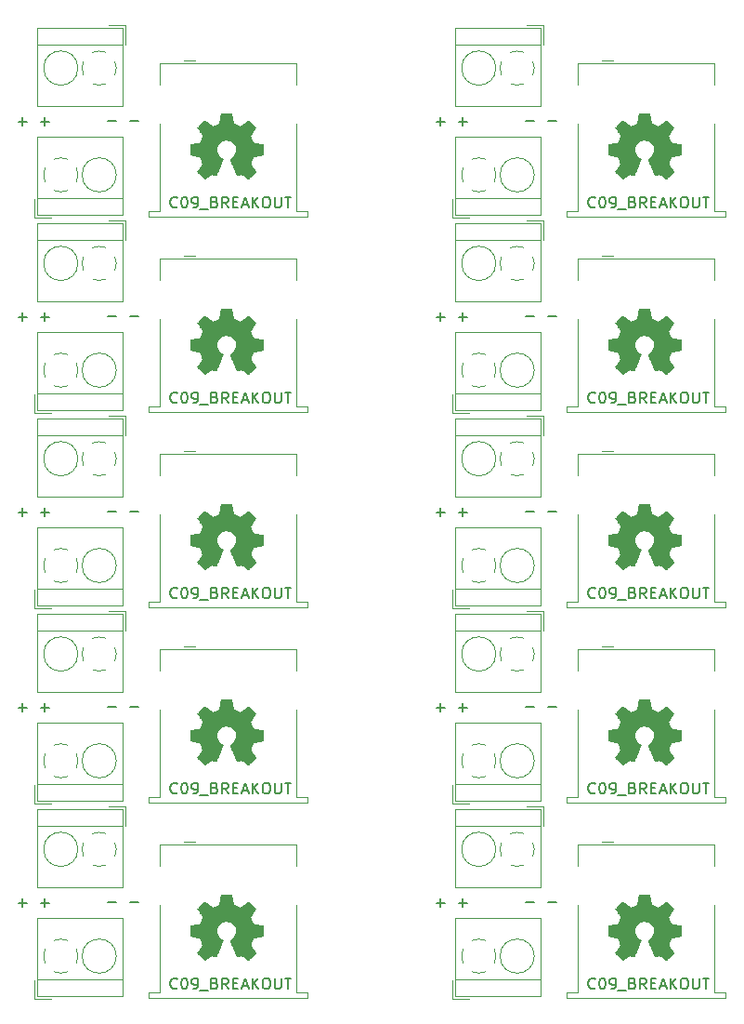
<source format=gbr>
G04 #@! TF.GenerationSoftware,KiCad,Pcbnew,5.1.5-52549c5~86~ubuntu18.04.1*
G04 #@! TF.CreationDate,2020-09-24T17:02:05-05:00*
G04 #@! TF.ProjectId,noname,6e6f6e61-6d65-42e6-9b69-6361645f7063,rev?*
G04 #@! TF.SameCoordinates,Original*
G04 #@! TF.FileFunction,Legend,Top*
G04 #@! TF.FilePolarity,Positive*
%FSLAX46Y46*%
G04 Gerber Fmt 4.6, Leading zero omitted, Abs format (unit mm)*
G04 Created by KiCad (PCBNEW 5.1.5-52549c5~86~ubuntu18.04.1) date 2020-09-24 17:02:05*
%MOMM*%
%LPD*%
G04 APERTURE LIST*
%ADD10C,0.150000*%
%ADD11C,0.010000*%
%ADD12C,0.120000*%
G04 APERTURE END LIST*
D10*
X156530847Y-110129628D02*
X157292752Y-110129628D01*
X158530847Y-110129628D02*
X159292752Y-110129628D01*
X118430847Y-110129628D02*
X119192752Y-110129628D01*
X120430847Y-110129628D02*
X121192752Y-110129628D01*
X156530847Y-92349628D02*
X157292752Y-92349628D01*
X158530847Y-92349628D02*
X159292752Y-92349628D01*
X118430847Y-92349628D02*
X119192752Y-92349628D01*
X120430847Y-92349628D02*
X121192752Y-92349628D01*
X156530847Y-74569628D02*
X157292752Y-74569628D01*
X158530847Y-74569628D02*
X159292752Y-74569628D01*
X118430847Y-74569628D02*
X119192752Y-74569628D01*
X120430847Y-74569628D02*
X121192752Y-74569628D01*
X156530847Y-56789628D02*
X157292752Y-56789628D01*
X158530847Y-56789628D02*
X159292752Y-56789628D01*
X118430847Y-56789628D02*
X119192752Y-56789628D01*
X120430847Y-56789628D02*
X121192752Y-56789628D01*
X156530847Y-39009628D02*
X157292752Y-39009628D01*
X158530847Y-39009628D02*
X159292752Y-39009628D01*
X148402847Y-110180428D02*
X149164752Y-110180428D01*
X148783800Y-110561380D02*
X148783800Y-109799476D01*
X150402847Y-110180428D02*
X151164752Y-110180428D01*
X150783800Y-110561380D02*
X150783800Y-109799476D01*
X110302847Y-110180428D02*
X111064752Y-110180428D01*
X110683800Y-110561380D02*
X110683800Y-109799476D01*
X112302847Y-110180428D02*
X113064752Y-110180428D01*
X112683800Y-110561380D02*
X112683800Y-109799476D01*
X148402847Y-92400428D02*
X149164752Y-92400428D01*
X148783800Y-92781380D02*
X148783800Y-92019476D01*
X150402847Y-92400428D02*
X151164752Y-92400428D01*
X150783800Y-92781380D02*
X150783800Y-92019476D01*
X110302847Y-92400428D02*
X111064752Y-92400428D01*
X110683800Y-92781380D02*
X110683800Y-92019476D01*
X112302847Y-92400428D02*
X113064752Y-92400428D01*
X112683800Y-92781380D02*
X112683800Y-92019476D01*
X148402847Y-74620428D02*
X149164752Y-74620428D01*
X148783800Y-75001380D02*
X148783800Y-74239476D01*
X150402847Y-74620428D02*
X151164752Y-74620428D01*
X150783800Y-75001380D02*
X150783800Y-74239476D01*
X110302847Y-74620428D02*
X111064752Y-74620428D01*
X110683800Y-75001380D02*
X110683800Y-74239476D01*
X112302847Y-74620428D02*
X113064752Y-74620428D01*
X112683800Y-75001380D02*
X112683800Y-74239476D01*
X148402847Y-56840428D02*
X149164752Y-56840428D01*
X148783800Y-57221380D02*
X148783800Y-56459476D01*
X150402847Y-56840428D02*
X151164752Y-56840428D01*
X150783800Y-57221380D02*
X150783800Y-56459476D01*
X110302847Y-56840428D02*
X111064752Y-56840428D01*
X110683800Y-57221380D02*
X110683800Y-56459476D01*
X112302847Y-56840428D02*
X113064752Y-56840428D01*
X112683800Y-57221380D02*
X112683800Y-56459476D01*
X148402847Y-39060428D02*
X149164752Y-39060428D01*
X148783800Y-39441380D02*
X148783800Y-38679476D01*
X150402847Y-39060428D02*
X151164752Y-39060428D01*
X150783800Y-39441380D02*
X150783800Y-38679476D01*
X162857466Y-117933742D02*
X162809847Y-117981361D01*
X162666990Y-118028980D01*
X162571752Y-118028980D01*
X162428895Y-117981361D01*
X162333657Y-117886123D01*
X162286038Y-117790885D01*
X162238419Y-117600409D01*
X162238419Y-117457552D01*
X162286038Y-117267076D01*
X162333657Y-117171838D01*
X162428895Y-117076600D01*
X162571752Y-117028980D01*
X162666990Y-117028980D01*
X162809847Y-117076600D01*
X162857466Y-117124219D01*
X163476514Y-117028980D02*
X163571752Y-117028980D01*
X163666990Y-117076600D01*
X163714609Y-117124219D01*
X163762228Y-117219457D01*
X163809847Y-117409933D01*
X163809847Y-117648028D01*
X163762228Y-117838504D01*
X163714609Y-117933742D01*
X163666990Y-117981361D01*
X163571752Y-118028980D01*
X163476514Y-118028980D01*
X163381276Y-117981361D01*
X163333657Y-117933742D01*
X163286038Y-117838504D01*
X163238419Y-117648028D01*
X163238419Y-117409933D01*
X163286038Y-117219457D01*
X163333657Y-117124219D01*
X163381276Y-117076600D01*
X163476514Y-117028980D01*
X164286038Y-118028980D02*
X164476514Y-118028980D01*
X164571752Y-117981361D01*
X164619371Y-117933742D01*
X164714609Y-117790885D01*
X164762228Y-117600409D01*
X164762228Y-117219457D01*
X164714609Y-117124219D01*
X164666990Y-117076600D01*
X164571752Y-117028980D01*
X164381276Y-117028980D01*
X164286038Y-117076600D01*
X164238419Y-117124219D01*
X164190800Y-117219457D01*
X164190800Y-117457552D01*
X164238419Y-117552790D01*
X164286038Y-117600409D01*
X164381276Y-117648028D01*
X164571752Y-117648028D01*
X164666990Y-117600409D01*
X164714609Y-117552790D01*
X164762228Y-117457552D01*
X164952704Y-118124219D02*
X165714609Y-118124219D01*
X166286038Y-117505171D02*
X166428895Y-117552790D01*
X166476514Y-117600409D01*
X166524133Y-117695647D01*
X166524133Y-117838504D01*
X166476514Y-117933742D01*
X166428895Y-117981361D01*
X166333657Y-118028980D01*
X165952704Y-118028980D01*
X165952704Y-117028980D01*
X166286038Y-117028980D01*
X166381276Y-117076600D01*
X166428895Y-117124219D01*
X166476514Y-117219457D01*
X166476514Y-117314695D01*
X166428895Y-117409933D01*
X166381276Y-117457552D01*
X166286038Y-117505171D01*
X165952704Y-117505171D01*
X167524133Y-118028980D02*
X167190800Y-117552790D01*
X166952704Y-118028980D02*
X166952704Y-117028980D01*
X167333657Y-117028980D01*
X167428895Y-117076600D01*
X167476514Y-117124219D01*
X167524133Y-117219457D01*
X167524133Y-117362314D01*
X167476514Y-117457552D01*
X167428895Y-117505171D01*
X167333657Y-117552790D01*
X166952704Y-117552790D01*
X167952704Y-117505171D02*
X168286038Y-117505171D01*
X168428895Y-118028980D02*
X167952704Y-118028980D01*
X167952704Y-117028980D01*
X168428895Y-117028980D01*
X168809847Y-117743266D02*
X169286038Y-117743266D01*
X168714609Y-118028980D02*
X169047942Y-117028980D01*
X169381276Y-118028980D01*
X169714609Y-118028980D02*
X169714609Y-117028980D01*
X170286038Y-118028980D02*
X169857466Y-117457552D01*
X170286038Y-117028980D02*
X169714609Y-117600409D01*
X170905085Y-117028980D02*
X171095561Y-117028980D01*
X171190800Y-117076600D01*
X171286038Y-117171838D01*
X171333657Y-117362314D01*
X171333657Y-117695647D01*
X171286038Y-117886123D01*
X171190800Y-117981361D01*
X171095561Y-118028980D01*
X170905085Y-118028980D01*
X170809847Y-117981361D01*
X170714609Y-117886123D01*
X170666990Y-117695647D01*
X170666990Y-117362314D01*
X170714609Y-117171838D01*
X170809847Y-117076600D01*
X170905085Y-117028980D01*
X171762228Y-117028980D02*
X171762228Y-117838504D01*
X171809847Y-117933742D01*
X171857466Y-117981361D01*
X171952704Y-118028980D01*
X172143180Y-118028980D01*
X172238419Y-117981361D01*
X172286038Y-117933742D01*
X172333657Y-117838504D01*
X172333657Y-117028980D01*
X172666990Y-117028980D02*
X173238419Y-117028980D01*
X172952704Y-118028980D02*
X172952704Y-117028980D01*
X124757466Y-117933742D02*
X124709847Y-117981361D01*
X124566990Y-118028980D01*
X124471752Y-118028980D01*
X124328895Y-117981361D01*
X124233657Y-117886123D01*
X124186038Y-117790885D01*
X124138419Y-117600409D01*
X124138419Y-117457552D01*
X124186038Y-117267076D01*
X124233657Y-117171838D01*
X124328895Y-117076600D01*
X124471752Y-117028980D01*
X124566990Y-117028980D01*
X124709847Y-117076600D01*
X124757466Y-117124219D01*
X125376514Y-117028980D02*
X125471752Y-117028980D01*
X125566990Y-117076600D01*
X125614609Y-117124219D01*
X125662228Y-117219457D01*
X125709847Y-117409933D01*
X125709847Y-117648028D01*
X125662228Y-117838504D01*
X125614609Y-117933742D01*
X125566990Y-117981361D01*
X125471752Y-118028980D01*
X125376514Y-118028980D01*
X125281276Y-117981361D01*
X125233657Y-117933742D01*
X125186038Y-117838504D01*
X125138419Y-117648028D01*
X125138419Y-117409933D01*
X125186038Y-117219457D01*
X125233657Y-117124219D01*
X125281276Y-117076600D01*
X125376514Y-117028980D01*
X126186038Y-118028980D02*
X126376514Y-118028980D01*
X126471752Y-117981361D01*
X126519371Y-117933742D01*
X126614609Y-117790885D01*
X126662228Y-117600409D01*
X126662228Y-117219457D01*
X126614609Y-117124219D01*
X126566990Y-117076600D01*
X126471752Y-117028980D01*
X126281276Y-117028980D01*
X126186038Y-117076600D01*
X126138419Y-117124219D01*
X126090800Y-117219457D01*
X126090800Y-117457552D01*
X126138419Y-117552790D01*
X126186038Y-117600409D01*
X126281276Y-117648028D01*
X126471752Y-117648028D01*
X126566990Y-117600409D01*
X126614609Y-117552790D01*
X126662228Y-117457552D01*
X126852704Y-118124219D02*
X127614609Y-118124219D01*
X128186038Y-117505171D02*
X128328895Y-117552790D01*
X128376514Y-117600409D01*
X128424133Y-117695647D01*
X128424133Y-117838504D01*
X128376514Y-117933742D01*
X128328895Y-117981361D01*
X128233657Y-118028980D01*
X127852704Y-118028980D01*
X127852704Y-117028980D01*
X128186038Y-117028980D01*
X128281276Y-117076600D01*
X128328895Y-117124219D01*
X128376514Y-117219457D01*
X128376514Y-117314695D01*
X128328895Y-117409933D01*
X128281276Y-117457552D01*
X128186038Y-117505171D01*
X127852704Y-117505171D01*
X129424133Y-118028980D02*
X129090800Y-117552790D01*
X128852704Y-118028980D02*
X128852704Y-117028980D01*
X129233657Y-117028980D01*
X129328895Y-117076600D01*
X129376514Y-117124219D01*
X129424133Y-117219457D01*
X129424133Y-117362314D01*
X129376514Y-117457552D01*
X129328895Y-117505171D01*
X129233657Y-117552790D01*
X128852704Y-117552790D01*
X129852704Y-117505171D02*
X130186038Y-117505171D01*
X130328895Y-118028980D02*
X129852704Y-118028980D01*
X129852704Y-117028980D01*
X130328895Y-117028980D01*
X130709847Y-117743266D02*
X131186038Y-117743266D01*
X130614609Y-118028980D02*
X130947942Y-117028980D01*
X131281276Y-118028980D01*
X131614609Y-118028980D02*
X131614609Y-117028980D01*
X132186038Y-118028980D02*
X131757466Y-117457552D01*
X132186038Y-117028980D02*
X131614609Y-117600409D01*
X132805085Y-117028980D02*
X132995561Y-117028980D01*
X133090800Y-117076600D01*
X133186038Y-117171838D01*
X133233657Y-117362314D01*
X133233657Y-117695647D01*
X133186038Y-117886123D01*
X133090800Y-117981361D01*
X132995561Y-118028980D01*
X132805085Y-118028980D01*
X132709847Y-117981361D01*
X132614609Y-117886123D01*
X132566990Y-117695647D01*
X132566990Y-117362314D01*
X132614609Y-117171838D01*
X132709847Y-117076600D01*
X132805085Y-117028980D01*
X133662228Y-117028980D02*
X133662228Y-117838504D01*
X133709847Y-117933742D01*
X133757466Y-117981361D01*
X133852704Y-118028980D01*
X134043180Y-118028980D01*
X134138419Y-117981361D01*
X134186038Y-117933742D01*
X134233657Y-117838504D01*
X134233657Y-117028980D01*
X134566990Y-117028980D02*
X135138419Y-117028980D01*
X134852704Y-118028980D02*
X134852704Y-117028980D01*
X162857466Y-100153742D02*
X162809847Y-100201361D01*
X162666990Y-100248980D01*
X162571752Y-100248980D01*
X162428895Y-100201361D01*
X162333657Y-100106123D01*
X162286038Y-100010885D01*
X162238419Y-99820409D01*
X162238419Y-99677552D01*
X162286038Y-99487076D01*
X162333657Y-99391838D01*
X162428895Y-99296600D01*
X162571752Y-99248980D01*
X162666990Y-99248980D01*
X162809847Y-99296600D01*
X162857466Y-99344219D01*
X163476514Y-99248980D02*
X163571752Y-99248980D01*
X163666990Y-99296600D01*
X163714609Y-99344219D01*
X163762228Y-99439457D01*
X163809847Y-99629933D01*
X163809847Y-99868028D01*
X163762228Y-100058504D01*
X163714609Y-100153742D01*
X163666990Y-100201361D01*
X163571752Y-100248980D01*
X163476514Y-100248980D01*
X163381276Y-100201361D01*
X163333657Y-100153742D01*
X163286038Y-100058504D01*
X163238419Y-99868028D01*
X163238419Y-99629933D01*
X163286038Y-99439457D01*
X163333657Y-99344219D01*
X163381276Y-99296600D01*
X163476514Y-99248980D01*
X164286038Y-100248980D02*
X164476514Y-100248980D01*
X164571752Y-100201361D01*
X164619371Y-100153742D01*
X164714609Y-100010885D01*
X164762228Y-99820409D01*
X164762228Y-99439457D01*
X164714609Y-99344219D01*
X164666990Y-99296600D01*
X164571752Y-99248980D01*
X164381276Y-99248980D01*
X164286038Y-99296600D01*
X164238419Y-99344219D01*
X164190800Y-99439457D01*
X164190800Y-99677552D01*
X164238419Y-99772790D01*
X164286038Y-99820409D01*
X164381276Y-99868028D01*
X164571752Y-99868028D01*
X164666990Y-99820409D01*
X164714609Y-99772790D01*
X164762228Y-99677552D01*
X164952704Y-100344219D02*
X165714609Y-100344219D01*
X166286038Y-99725171D02*
X166428895Y-99772790D01*
X166476514Y-99820409D01*
X166524133Y-99915647D01*
X166524133Y-100058504D01*
X166476514Y-100153742D01*
X166428895Y-100201361D01*
X166333657Y-100248980D01*
X165952704Y-100248980D01*
X165952704Y-99248980D01*
X166286038Y-99248980D01*
X166381276Y-99296600D01*
X166428895Y-99344219D01*
X166476514Y-99439457D01*
X166476514Y-99534695D01*
X166428895Y-99629933D01*
X166381276Y-99677552D01*
X166286038Y-99725171D01*
X165952704Y-99725171D01*
X167524133Y-100248980D02*
X167190800Y-99772790D01*
X166952704Y-100248980D02*
X166952704Y-99248980D01*
X167333657Y-99248980D01*
X167428895Y-99296600D01*
X167476514Y-99344219D01*
X167524133Y-99439457D01*
X167524133Y-99582314D01*
X167476514Y-99677552D01*
X167428895Y-99725171D01*
X167333657Y-99772790D01*
X166952704Y-99772790D01*
X167952704Y-99725171D02*
X168286038Y-99725171D01*
X168428895Y-100248980D02*
X167952704Y-100248980D01*
X167952704Y-99248980D01*
X168428895Y-99248980D01*
X168809847Y-99963266D02*
X169286038Y-99963266D01*
X168714609Y-100248980D02*
X169047942Y-99248980D01*
X169381276Y-100248980D01*
X169714609Y-100248980D02*
X169714609Y-99248980D01*
X170286038Y-100248980D02*
X169857466Y-99677552D01*
X170286038Y-99248980D02*
X169714609Y-99820409D01*
X170905085Y-99248980D02*
X171095561Y-99248980D01*
X171190800Y-99296600D01*
X171286038Y-99391838D01*
X171333657Y-99582314D01*
X171333657Y-99915647D01*
X171286038Y-100106123D01*
X171190800Y-100201361D01*
X171095561Y-100248980D01*
X170905085Y-100248980D01*
X170809847Y-100201361D01*
X170714609Y-100106123D01*
X170666990Y-99915647D01*
X170666990Y-99582314D01*
X170714609Y-99391838D01*
X170809847Y-99296600D01*
X170905085Y-99248980D01*
X171762228Y-99248980D02*
X171762228Y-100058504D01*
X171809847Y-100153742D01*
X171857466Y-100201361D01*
X171952704Y-100248980D01*
X172143180Y-100248980D01*
X172238419Y-100201361D01*
X172286038Y-100153742D01*
X172333657Y-100058504D01*
X172333657Y-99248980D01*
X172666990Y-99248980D02*
X173238419Y-99248980D01*
X172952704Y-100248980D02*
X172952704Y-99248980D01*
X124757466Y-100153742D02*
X124709847Y-100201361D01*
X124566990Y-100248980D01*
X124471752Y-100248980D01*
X124328895Y-100201361D01*
X124233657Y-100106123D01*
X124186038Y-100010885D01*
X124138419Y-99820409D01*
X124138419Y-99677552D01*
X124186038Y-99487076D01*
X124233657Y-99391838D01*
X124328895Y-99296600D01*
X124471752Y-99248980D01*
X124566990Y-99248980D01*
X124709847Y-99296600D01*
X124757466Y-99344219D01*
X125376514Y-99248980D02*
X125471752Y-99248980D01*
X125566990Y-99296600D01*
X125614609Y-99344219D01*
X125662228Y-99439457D01*
X125709847Y-99629933D01*
X125709847Y-99868028D01*
X125662228Y-100058504D01*
X125614609Y-100153742D01*
X125566990Y-100201361D01*
X125471752Y-100248980D01*
X125376514Y-100248980D01*
X125281276Y-100201361D01*
X125233657Y-100153742D01*
X125186038Y-100058504D01*
X125138419Y-99868028D01*
X125138419Y-99629933D01*
X125186038Y-99439457D01*
X125233657Y-99344219D01*
X125281276Y-99296600D01*
X125376514Y-99248980D01*
X126186038Y-100248980D02*
X126376514Y-100248980D01*
X126471752Y-100201361D01*
X126519371Y-100153742D01*
X126614609Y-100010885D01*
X126662228Y-99820409D01*
X126662228Y-99439457D01*
X126614609Y-99344219D01*
X126566990Y-99296600D01*
X126471752Y-99248980D01*
X126281276Y-99248980D01*
X126186038Y-99296600D01*
X126138419Y-99344219D01*
X126090800Y-99439457D01*
X126090800Y-99677552D01*
X126138419Y-99772790D01*
X126186038Y-99820409D01*
X126281276Y-99868028D01*
X126471752Y-99868028D01*
X126566990Y-99820409D01*
X126614609Y-99772790D01*
X126662228Y-99677552D01*
X126852704Y-100344219D02*
X127614609Y-100344219D01*
X128186038Y-99725171D02*
X128328895Y-99772790D01*
X128376514Y-99820409D01*
X128424133Y-99915647D01*
X128424133Y-100058504D01*
X128376514Y-100153742D01*
X128328895Y-100201361D01*
X128233657Y-100248980D01*
X127852704Y-100248980D01*
X127852704Y-99248980D01*
X128186038Y-99248980D01*
X128281276Y-99296600D01*
X128328895Y-99344219D01*
X128376514Y-99439457D01*
X128376514Y-99534695D01*
X128328895Y-99629933D01*
X128281276Y-99677552D01*
X128186038Y-99725171D01*
X127852704Y-99725171D01*
X129424133Y-100248980D02*
X129090800Y-99772790D01*
X128852704Y-100248980D02*
X128852704Y-99248980D01*
X129233657Y-99248980D01*
X129328895Y-99296600D01*
X129376514Y-99344219D01*
X129424133Y-99439457D01*
X129424133Y-99582314D01*
X129376514Y-99677552D01*
X129328895Y-99725171D01*
X129233657Y-99772790D01*
X128852704Y-99772790D01*
X129852704Y-99725171D02*
X130186038Y-99725171D01*
X130328895Y-100248980D02*
X129852704Y-100248980D01*
X129852704Y-99248980D01*
X130328895Y-99248980D01*
X130709847Y-99963266D02*
X131186038Y-99963266D01*
X130614609Y-100248980D02*
X130947942Y-99248980D01*
X131281276Y-100248980D01*
X131614609Y-100248980D02*
X131614609Y-99248980D01*
X132186038Y-100248980D02*
X131757466Y-99677552D01*
X132186038Y-99248980D02*
X131614609Y-99820409D01*
X132805085Y-99248980D02*
X132995561Y-99248980D01*
X133090800Y-99296600D01*
X133186038Y-99391838D01*
X133233657Y-99582314D01*
X133233657Y-99915647D01*
X133186038Y-100106123D01*
X133090800Y-100201361D01*
X132995561Y-100248980D01*
X132805085Y-100248980D01*
X132709847Y-100201361D01*
X132614609Y-100106123D01*
X132566990Y-99915647D01*
X132566990Y-99582314D01*
X132614609Y-99391838D01*
X132709847Y-99296600D01*
X132805085Y-99248980D01*
X133662228Y-99248980D02*
X133662228Y-100058504D01*
X133709847Y-100153742D01*
X133757466Y-100201361D01*
X133852704Y-100248980D01*
X134043180Y-100248980D01*
X134138419Y-100201361D01*
X134186038Y-100153742D01*
X134233657Y-100058504D01*
X134233657Y-99248980D01*
X134566990Y-99248980D02*
X135138419Y-99248980D01*
X134852704Y-100248980D02*
X134852704Y-99248980D01*
X162857466Y-82373742D02*
X162809847Y-82421361D01*
X162666990Y-82468980D01*
X162571752Y-82468980D01*
X162428895Y-82421361D01*
X162333657Y-82326123D01*
X162286038Y-82230885D01*
X162238419Y-82040409D01*
X162238419Y-81897552D01*
X162286038Y-81707076D01*
X162333657Y-81611838D01*
X162428895Y-81516600D01*
X162571752Y-81468980D01*
X162666990Y-81468980D01*
X162809847Y-81516600D01*
X162857466Y-81564219D01*
X163476514Y-81468980D02*
X163571752Y-81468980D01*
X163666990Y-81516600D01*
X163714609Y-81564219D01*
X163762228Y-81659457D01*
X163809847Y-81849933D01*
X163809847Y-82088028D01*
X163762228Y-82278504D01*
X163714609Y-82373742D01*
X163666990Y-82421361D01*
X163571752Y-82468980D01*
X163476514Y-82468980D01*
X163381276Y-82421361D01*
X163333657Y-82373742D01*
X163286038Y-82278504D01*
X163238419Y-82088028D01*
X163238419Y-81849933D01*
X163286038Y-81659457D01*
X163333657Y-81564219D01*
X163381276Y-81516600D01*
X163476514Y-81468980D01*
X164286038Y-82468980D02*
X164476514Y-82468980D01*
X164571752Y-82421361D01*
X164619371Y-82373742D01*
X164714609Y-82230885D01*
X164762228Y-82040409D01*
X164762228Y-81659457D01*
X164714609Y-81564219D01*
X164666990Y-81516600D01*
X164571752Y-81468980D01*
X164381276Y-81468980D01*
X164286038Y-81516600D01*
X164238419Y-81564219D01*
X164190800Y-81659457D01*
X164190800Y-81897552D01*
X164238419Y-81992790D01*
X164286038Y-82040409D01*
X164381276Y-82088028D01*
X164571752Y-82088028D01*
X164666990Y-82040409D01*
X164714609Y-81992790D01*
X164762228Y-81897552D01*
X164952704Y-82564219D02*
X165714609Y-82564219D01*
X166286038Y-81945171D02*
X166428895Y-81992790D01*
X166476514Y-82040409D01*
X166524133Y-82135647D01*
X166524133Y-82278504D01*
X166476514Y-82373742D01*
X166428895Y-82421361D01*
X166333657Y-82468980D01*
X165952704Y-82468980D01*
X165952704Y-81468980D01*
X166286038Y-81468980D01*
X166381276Y-81516600D01*
X166428895Y-81564219D01*
X166476514Y-81659457D01*
X166476514Y-81754695D01*
X166428895Y-81849933D01*
X166381276Y-81897552D01*
X166286038Y-81945171D01*
X165952704Y-81945171D01*
X167524133Y-82468980D02*
X167190800Y-81992790D01*
X166952704Y-82468980D02*
X166952704Y-81468980D01*
X167333657Y-81468980D01*
X167428895Y-81516600D01*
X167476514Y-81564219D01*
X167524133Y-81659457D01*
X167524133Y-81802314D01*
X167476514Y-81897552D01*
X167428895Y-81945171D01*
X167333657Y-81992790D01*
X166952704Y-81992790D01*
X167952704Y-81945171D02*
X168286038Y-81945171D01*
X168428895Y-82468980D02*
X167952704Y-82468980D01*
X167952704Y-81468980D01*
X168428895Y-81468980D01*
X168809847Y-82183266D02*
X169286038Y-82183266D01*
X168714609Y-82468980D02*
X169047942Y-81468980D01*
X169381276Y-82468980D01*
X169714609Y-82468980D02*
X169714609Y-81468980D01*
X170286038Y-82468980D02*
X169857466Y-81897552D01*
X170286038Y-81468980D02*
X169714609Y-82040409D01*
X170905085Y-81468980D02*
X171095561Y-81468980D01*
X171190800Y-81516600D01*
X171286038Y-81611838D01*
X171333657Y-81802314D01*
X171333657Y-82135647D01*
X171286038Y-82326123D01*
X171190800Y-82421361D01*
X171095561Y-82468980D01*
X170905085Y-82468980D01*
X170809847Y-82421361D01*
X170714609Y-82326123D01*
X170666990Y-82135647D01*
X170666990Y-81802314D01*
X170714609Y-81611838D01*
X170809847Y-81516600D01*
X170905085Y-81468980D01*
X171762228Y-81468980D02*
X171762228Y-82278504D01*
X171809847Y-82373742D01*
X171857466Y-82421361D01*
X171952704Y-82468980D01*
X172143180Y-82468980D01*
X172238419Y-82421361D01*
X172286038Y-82373742D01*
X172333657Y-82278504D01*
X172333657Y-81468980D01*
X172666990Y-81468980D02*
X173238419Y-81468980D01*
X172952704Y-82468980D02*
X172952704Y-81468980D01*
X124757466Y-82373742D02*
X124709847Y-82421361D01*
X124566990Y-82468980D01*
X124471752Y-82468980D01*
X124328895Y-82421361D01*
X124233657Y-82326123D01*
X124186038Y-82230885D01*
X124138419Y-82040409D01*
X124138419Y-81897552D01*
X124186038Y-81707076D01*
X124233657Y-81611838D01*
X124328895Y-81516600D01*
X124471752Y-81468980D01*
X124566990Y-81468980D01*
X124709847Y-81516600D01*
X124757466Y-81564219D01*
X125376514Y-81468980D02*
X125471752Y-81468980D01*
X125566990Y-81516600D01*
X125614609Y-81564219D01*
X125662228Y-81659457D01*
X125709847Y-81849933D01*
X125709847Y-82088028D01*
X125662228Y-82278504D01*
X125614609Y-82373742D01*
X125566990Y-82421361D01*
X125471752Y-82468980D01*
X125376514Y-82468980D01*
X125281276Y-82421361D01*
X125233657Y-82373742D01*
X125186038Y-82278504D01*
X125138419Y-82088028D01*
X125138419Y-81849933D01*
X125186038Y-81659457D01*
X125233657Y-81564219D01*
X125281276Y-81516600D01*
X125376514Y-81468980D01*
X126186038Y-82468980D02*
X126376514Y-82468980D01*
X126471752Y-82421361D01*
X126519371Y-82373742D01*
X126614609Y-82230885D01*
X126662228Y-82040409D01*
X126662228Y-81659457D01*
X126614609Y-81564219D01*
X126566990Y-81516600D01*
X126471752Y-81468980D01*
X126281276Y-81468980D01*
X126186038Y-81516600D01*
X126138419Y-81564219D01*
X126090800Y-81659457D01*
X126090800Y-81897552D01*
X126138419Y-81992790D01*
X126186038Y-82040409D01*
X126281276Y-82088028D01*
X126471752Y-82088028D01*
X126566990Y-82040409D01*
X126614609Y-81992790D01*
X126662228Y-81897552D01*
X126852704Y-82564219D02*
X127614609Y-82564219D01*
X128186038Y-81945171D02*
X128328895Y-81992790D01*
X128376514Y-82040409D01*
X128424133Y-82135647D01*
X128424133Y-82278504D01*
X128376514Y-82373742D01*
X128328895Y-82421361D01*
X128233657Y-82468980D01*
X127852704Y-82468980D01*
X127852704Y-81468980D01*
X128186038Y-81468980D01*
X128281276Y-81516600D01*
X128328895Y-81564219D01*
X128376514Y-81659457D01*
X128376514Y-81754695D01*
X128328895Y-81849933D01*
X128281276Y-81897552D01*
X128186038Y-81945171D01*
X127852704Y-81945171D01*
X129424133Y-82468980D02*
X129090800Y-81992790D01*
X128852704Y-82468980D02*
X128852704Y-81468980D01*
X129233657Y-81468980D01*
X129328895Y-81516600D01*
X129376514Y-81564219D01*
X129424133Y-81659457D01*
X129424133Y-81802314D01*
X129376514Y-81897552D01*
X129328895Y-81945171D01*
X129233657Y-81992790D01*
X128852704Y-81992790D01*
X129852704Y-81945171D02*
X130186038Y-81945171D01*
X130328895Y-82468980D02*
X129852704Y-82468980D01*
X129852704Y-81468980D01*
X130328895Y-81468980D01*
X130709847Y-82183266D02*
X131186038Y-82183266D01*
X130614609Y-82468980D02*
X130947942Y-81468980D01*
X131281276Y-82468980D01*
X131614609Y-82468980D02*
X131614609Y-81468980D01*
X132186038Y-82468980D02*
X131757466Y-81897552D01*
X132186038Y-81468980D02*
X131614609Y-82040409D01*
X132805085Y-81468980D02*
X132995561Y-81468980D01*
X133090800Y-81516600D01*
X133186038Y-81611838D01*
X133233657Y-81802314D01*
X133233657Y-82135647D01*
X133186038Y-82326123D01*
X133090800Y-82421361D01*
X132995561Y-82468980D01*
X132805085Y-82468980D01*
X132709847Y-82421361D01*
X132614609Y-82326123D01*
X132566990Y-82135647D01*
X132566990Y-81802314D01*
X132614609Y-81611838D01*
X132709847Y-81516600D01*
X132805085Y-81468980D01*
X133662228Y-81468980D02*
X133662228Y-82278504D01*
X133709847Y-82373742D01*
X133757466Y-82421361D01*
X133852704Y-82468980D01*
X134043180Y-82468980D01*
X134138419Y-82421361D01*
X134186038Y-82373742D01*
X134233657Y-82278504D01*
X134233657Y-81468980D01*
X134566990Y-81468980D02*
X135138419Y-81468980D01*
X134852704Y-82468980D02*
X134852704Y-81468980D01*
X162857466Y-64593742D02*
X162809847Y-64641361D01*
X162666990Y-64688980D01*
X162571752Y-64688980D01*
X162428895Y-64641361D01*
X162333657Y-64546123D01*
X162286038Y-64450885D01*
X162238419Y-64260409D01*
X162238419Y-64117552D01*
X162286038Y-63927076D01*
X162333657Y-63831838D01*
X162428895Y-63736600D01*
X162571752Y-63688980D01*
X162666990Y-63688980D01*
X162809847Y-63736600D01*
X162857466Y-63784219D01*
X163476514Y-63688980D02*
X163571752Y-63688980D01*
X163666990Y-63736600D01*
X163714609Y-63784219D01*
X163762228Y-63879457D01*
X163809847Y-64069933D01*
X163809847Y-64308028D01*
X163762228Y-64498504D01*
X163714609Y-64593742D01*
X163666990Y-64641361D01*
X163571752Y-64688980D01*
X163476514Y-64688980D01*
X163381276Y-64641361D01*
X163333657Y-64593742D01*
X163286038Y-64498504D01*
X163238419Y-64308028D01*
X163238419Y-64069933D01*
X163286038Y-63879457D01*
X163333657Y-63784219D01*
X163381276Y-63736600D01*
X163476514Y-63688980D01*
X164286038Y-64688980D02*
X164476514Y-64688980D01*
X164571752Y-64641361D01*
X164619371Y-64593742D01*
X164714609Y-64450885D01*
X164762228Y-64260409D01*
X164762228Y-63879457D01*
X164714609Y-63784219D01*
X164666990Y-63736600D01*
X164571752Y-63688980D01*
X164381276Y-63688980D01*
X164286038Y-63736600D01*
X164238419Y-63784219D01*
X164190800Y-63879457D01*
X164190800Y-64117552D01*
X164238419Y-64212790D01*
X164286038Y-64260409D01*
X164381276Y-64308028D01*
X164571752Y-64308028D01*
X164666990Y-64260409D01*
X164714609Y-64212790D01*
X164762228Y-64117552D01*
X164952704Y-64784219D02*
X165714609Y-64784219D01*
X166286038Y-64165171D02*
X166428895Y-64212790D01*
X166476514Y-64260409D01*
X166524133Y-64355647D01*
X166524133Y-64498504D01*
X166476514Y-64593742D01*
X166428895Y-64641361D01*
X166333657Y-64688980D01*
X165952704Y-64688980D01*
X165952704Y-63688980D01*
X166286038Y-63688980D01*
X166381276Y-63736600D01*
X166428895Y-63784219D01*
X166476514Y-63879457D01*
X166476514Y-63974695D01*
X166428895Y-64069933D01*
X166381276Y-64117552D01*
X166286038Y-64165171D01*
X165952704Y-64165171D01*
X167524133Y-64688980D02*
X167190800Y-64212790D01*
X166952704Y-64688980D02*
X166952704Y-63688980D01*
X167333657Y-63688980D01*
X167428895Y-63736600D01*
X167476514Y-63784219D01*
X167524133Y-63879457D01*
X167524133Y-64022314D01*
X167476514Y-64117552D01*
X167428895Y-64165171D01*
X167333657Y-64212790D01*
X166952704Y-64212790D01*
X167952704Y-64165171D02*
X168286038Y-64165171D01*
X168428895Y-64688980D02*
X167952704Y-64688980D01*
X167952704Y-63688980D01*
X168428895Y-63688980D01*
X168809847Y-64403266D02*
X169286038Y-64403266D01*
X168714609Y-64688980D02*
X169047942Y-63688980D01*
X169381276Y-64688980D01*
X169714609Y-64688980D02*
X169714609Y-63688980D01*
X170286038Y-64688980D02*
X169857466Y-64117552D01*
X170286038Y-63688980D02*
X169714609Y-64260409D01*
X170905085Y-63688980D02*
X171095561Y-63688980D01*
X171190800Y-63736600D01*
X171286038Y-63831838D01*
X171333657Y-64022314D01*
X171333657Y-64355647D01*
X171286038Y-64546123D01*
X171190800Y-64641361D01*
X171095561Y-64688980D01*
X170905085Y-64688980D01*
X170809847Y-64641361D01*
X170714609Y-64546123D01*
X170666990Y-64355647D01*
X170666990Y-64022314D01*
X170714609Y-63831838D01*
X170809847Y-63736600D01*
X170905085Y-63688980D01*
X171762228Y-63688980D02*
X171762228Y-64498504D01*
X171809847Y-64593742D01*
X171857466Y-64641361D01*
X171952704Y-64688980D01*
X172143180Y-64688980D01*
X172238419Y-64641361D01*
X172286038Y-64593742D01*
X172333657Y-64498504D01*
X172333657Y-63688980D01*
X172666990Y-63688980D02*
X173238419Y-63688980D01*
X172952704Y-64688980D02*
X172952704Y-63688980D01*
X124757466Y-64593742D02*
X124709847Y-64641361D01*
X124566990Y-64688980D01*
X124471752Y-64688980D01*
X124328895Y-64641361D01*
X124233657Y-64546123D01*
X124186038Y-64450885D01*
X124138419Y-64260409D01*
X124138419Y-64117552D01*
X124186038Y-63927076D01*
X124233657Y-63831838D01*
X124328895Y-63736600D01*
X124471752Y-63688980D01*
X124566990Y-63688980D01*
X124709847Y-63736600D01*
X124757466Y-63784219D01*
X125376514Y-63688980D02*
X125471752Y-63688980D01*
X125566990Y-63736600D01*
X125614609Y-63784219D01*
X125662228Y-63879457D01*
X125709847Y-64069933D01*
X125709847Y-64308028D01*
X125662228Y-64498504D01*
X125614609Y-64593742D01*
X125566990Y-64641361D01*
X125471752Y-64688980D01*
X125376514Y-64688980D01*
X125281276Y-64641361D01*
X125233657Y-64593742D01*
X125186038Y-64498504D01*
X125138419Y-64308028D01*
X125138419Y-64069933D01*
X125186038Y-63879457D01*
X125233657Y-63784219D01*
X125281276Y-63736600D01*
X125376514Y-63688980D01*
X126186038Y-64688980D02*
X126376514Y-64688980D01*
X126471752Y-64641361D01*
X126519371Y-64593742D01*
X126614609Y-64450885D01*
X126662228Y-64260409D01*
X126662228Y-63879457D01*
X126614609Y-63784219D01*
X126566990Y-63736600D01*
X126471752Y-63688980D01*
X126281276Y-63688980D01*
X126186038Y-63736600D01*
X126138419Y-63784219D01*
X126090800Y-63879457D01*
X126090800Y-64117552D01*
X126138419Y-64212790D01*
X126186038Y-64260409D01*
X126281276Y-64308028D01*
X126471752Y-64308028D01*
X126566990Y-64260409D01*
X126614609Y-64212790D01*
X126662228Y-64117552D01*
X126852704Y-64784219D02*
X127614609Y-64784219D01*
X128186038Y-64165171D02*
X128328895Y-64212790D01*
X128376514Y-64260409D01*
X128424133Y-64355647D01*
X128424133Y-64498504D01*
X128376514Y-64593742D01*
X128328895Y-64641361D01*
X128233657Y-64688980D01*
X127852704Y-64688980D01*
X127852704Y-63688980D01*
X128186038Y-63688980D01*
X128281276Y-63736600D01*
X128328895Y-63784219D01*
X128376514Y-63879457D01*
X128376514Y-63974695D01*
X128328895Y-64069933D01*
X128281276Y-64117552D01*
X128186038Y-64165171D01*
X127852704Y-64165171D01*
X129424133Y-64688980D02*
X129090800Y-64212790D01*
X128852704Y-64688980D02*
X128852704Y-63688980D01*
X129233657Y-63688980D01*
X129328895Y-63736600D01*
X129376514Y-63784219D01*
X129424133Y-63879457D01*
X129424133Y-64022314D01*
X129376514Y-64117552D01*
X129328895Y-64165171D01*
X129233657Y-64212790D01*
X128852704Y-64212790D01*
X129852704Y-64165171D02*
X130186038Y-64165171D01*
X130328895Y-64688980D02*
X129852704Y-64688980D01*
X129852704Y-63688980D01*
X130328895Y-63688980D01*
X130709847Y-64403266D02*
X131186038Y-64403266D01*
X130614609Y-64688980D02*
X130947942Y-63688980D01*
X131281276Y-64688980D01*
X131614609Y-64688980D02*
X131614609Y-63688980D01*
X132186038Y-64688980D02*
X131757466Y-64117552D01*
X132186038Y-63688980D02*
X131614609Y-64260409D01*
X132805085Y-63688980D02*
X132995561Y-63688980D01*
X133090800Y-63736600D01*
X133186038Y-63831838D01*
X133233657Y-64022314D01*
X133233657Y-64355647D01*
X133186038Y-64546123D01*
X133090800Y-64641361D01*
X132995561Y-64688980D01*
X132805085Y-64688980D01*
X132709847Y-64641361D01*
X132614609Y-64546123D01*
X132566990Y-64355647D01*
X132566990Y-64022314D01*
X132614609Y-63831838D01*
X132709847Y-63736600D01*
X132805085Y-63688980D01*
X133662228Y-63688980D02*
X133662228Y-64498504D01*
X133709847Y-64593742D01*
X133757466Y-64641361D01*
X133852704Y-64688980D01*
X134043180Y-64688980D01*
X134138419Y-64641361D01*
X134186038Y-64593742D01*
X134233657Y-64498504D01*
X134233657Y-63688980D01*
X134566990Y-63688980D02*
X135138419Y-63688980D01*
X134852704Y-64688980D02*
X134852704Y-63688980D01*
X162857466Y-46813742D02*
X162809847Y-46861361D01*
X162666990Y-46908980D01*
X162571752Y-46908980D01*
X162428895Y-46861361D01*
X162333657Y-46766123D01*
X162286038Y-46670885D01*
X162238419Y-46480409D01*
X162238419Y-46337552D01*
X162286038Y-46147076D01*
X162333657Y-46051838D01*
X162428895Y-45956600D01*
X162571752Y-45908980D01*
X162666990Y-45908980D01*
X162809847Y-45956600D01*
X162857466Y-46004219D01*
X163476514Y-45908980D02*
X163571752Y-45908980D01*
X163666990Y-45956600D01*
X163714609Y-46004219D01*
X163762228Y-46099457D01*
X163809847Y-46289933D01*
X163809847Y-46528028D01*
X163762228Y-46718504D01*
X163714609Y-46813742D01*
X163666990Y-46861361D01*
X163571752Y-46908980D01*
X163476514Y-46908980D01*
X163381276Y-46861361D01*
X163333657Y-46813742D01*
X163286038Y-46718504D01*
X163238419Y-46528028D01*
X163238419Y-46289933D01*
X163286038Y-46099457D01*
X163333657Y-46004219D01*
X163381276Y-45956600D01*
X163476514Y-45908980D01*
X164286038Y-46908980D02*
X164476514Y-46908980D01*
X164571752Y-46861361D01*
X164619371Y-46813742D01*
X164714609Y-46670885D01*
X164762228Y-46480409D01*
X164762228Y-46099457D01*
X164714609Y-46004219D01*
X164666990Y-45956600D01*
X164571752Y-45908980D01*
X164381276Y-45908980D01*
X164286038Y-45956600D01*
X164238419Y-46004219D01*
X164190800Y-46099457D01*
X164190800Y-46337552D01*
X164238419Y-46432790D01*
X164286038Y-46480409D01*
X164381276Y-46528028D01*
X164571752Y-46528028D01*
X164666990Y-46480409D01*
X164714609Y-46432790D01*
X164762228Y-46337552D01*
X164952704Y-47004219D02*
X165714609Y-47004219D01*
X166286038Y-46385171D02*
X166428895Y-46432790D01*
X166476514Y-46480409D01*
X166524133Y-46575647D01*
X166524133Y-46718504D01*
X166476514Y-46813742D01*
X166428895Y-46861361D01*
X166333657Y-46908980D01*
X165952704Y-46908980D01*
X165952704Y-45908980D01*
X166286038Y-45908980D01*
X166381276Y-45956600D01*
X166428895Y-46004219D01*
X166476514Y-46099457D01*
X166476514Y-46194695D01*
X166428895Y-46289933D01*
X166381276Y-46337552D01*
X166286038Y-46385171D01*
X165952704Y-46385171D01*
X167524133Y-46908980D02*
X167190800Y-46432790D01*
X166952704Y-46908980D02*
X166952704Y-45908980D01*
X167333657Y-45908980D01*
X167428895Y-45956600D01*
X167476514Y-46004219D01*
X167524133Y-46099457D01*
X167524133Y-46242314D01*
X167476514Y-46337552D01*
X167428895Y-46385171D01*
X167333657Y-46432790D01*
X166952704Y-46432790D01*
X167952704Y-46385171D02*
X168286038Y-46385171D01*
X168428895Y-46908980D02*
X167952704Y-46908980D01*
X167952704Y-45908980D01*
X168428895Y-45908980D01*
X168809847Y-46623266D02*
X169286038Y-46623266D01*
X168714609Y-46908980D02*
X169047942Y-45908980D01*
X169381276Y-46908980D01*
X169714609Y-46908980D02*
X169714609Y-45908980D01*
X170286038Y-46908980D02*
X169857466Y-46337552D01*
X170286038Y-45908980D02*
X169714609Y-46480409D01*
X170905085Y-45908980D02*
X171095561Y-45908980D01*
X171190800Y-45956600D01*
X171286038Y-46051838D01*
X171333657Y-46242314D01*
X171333657Y-46575647D01*
X171286038Y-46766123D01*
X171190800Y-46861361D01*
X171095561Y-46908980D01*
X170905085Y-46908980D01*
X170809847Y-46861361D01*
X170714609Y-46766123D01*
X170666990Y-46575647D01*
X170666990Y-46242314D01*
X170714609Y-46051838D01*
X170809847Y-45956600D01*
X170905085Y-45908980D01*
X171762228Y-45908980D02*
X171762228Y-46718504D01*
X171809847Y-46813742D01*
X171857466Y-46861361D01*
X171952704Y-46908980D01*
X172143180Y-46908980D01*
X172238419Y-46861361D01*
X172286038Y-46813742D01*
X172333657Y-46718504D01*
X172333657Y-45908980D01*
X172666990Y-45908980D02*
X173238419Y-45908980D01*
X172952704Y-46908980D02*
X172952704Y-45908980D01*
X124757466Y-46813742D02*
X124709847Y-46861361D01*
X124566990Y-46908980D01*
X124471752Y-46908980D01*
X124328895Y-46861361D01*
X124233657Y-46766123D01*
X124186038Y-46670885D01*
X124138419Y-46480409D01*
X124138419Y-46337552D01*
X124186038Y-46147076D01*
X124233657Y-46051838D01*
X124328895Y-45956600D01*
X124471752Y-45908980D01*
X124566990Y-45908980D01*
X124709847Y-45956600D01*
X124757466Y-46004219D01*
X125376514Y-45908980D02*
X125471752Y-45908980D01*
X125566990Y-45956600D01*
X125614609Y-46004219D01*
X125662228Y-46099457D01*
X125709847Y-46289933D01*
X125709847Y-46528028D01*
X125662228Y-46718504D01*
X125614609Y-46813742D01*
X125566990Y-46861361D01*
X125471752Y-46908980D01*
X125376514Y-46908980D01*
X125281276Y-46861361D01*
X125233657Y-46813742D01*
X125186038Y-46718504D01*
X125138419Y-46528028D01*
X125138419Y-46289933D01*
X125186038Y-46099457D01*
X125233657Y-46004219D01*
X125281276Y-45956600D01*
X125376514Y-45908980D01*
X126186038Y-46908980D02*
X126376514Y-46908980D01*
X126471752Y-46861361D01*
X126519371Y-46813742D01*
X126614609Y-46670885D01*
X126662228Y-46480409D01*
X126662228Y-46099457D01*
X126614609Y-46004219D01*
X126566990Y-45956600D01*
X126471752Y-45908980D01*
X126281276Y-45908980D01*
X126186038Y-45956600D01*
X126138419Y-46004219D01*
X126090800Y-46099457D01*
X126090800Y-46337552D01*
X126138419Y-46432790D01*
X126186038Y-46480409D01*
X126281276Y-46528028D01*
X126471752Y-46528028D01*
X126566990Y-46480409D01*
X126614609Y-46432790D01*
X126662228Y-46337552D01*
X126852704Y-47004219D02*
X127614609Y-47004219D01*
X128186038Y-46385171D02*
X128328895Y-46432790D01*
X128376514Y-46480409D01*
X128424133Y-46575647D01*
X128424133Y-46718504D01*
X128376514Y-46813742D01*
X128328895Y-46861361D01*
X128233657Y-46908980D01*
X127852704Y-46908980D01*
X127852704Y-45908980D01*
X128186038Y-45908980D01*
X128281276Y-45956600D01*
X128328895Y-46004219D01*
X128376514Y-46099457D01*
X128376514Y-46194695D01*
X128328895Y-46289933D01*
X128281276Y-46337552D01*
X128186038Y-46385171D01*
X127852704Y-46385171D01*
X129424133Y-46908980D02*
X129090800Y-46432790D01*
X128852704Y-46908980D02*
X128852704Y-45908980D01*
X129233657Y-45908980D01*
X129328895Y-45956600D01*
X129376514Y-46004219D01*
X129424133Y-46099457D01*
X129424133Y-46242314D01*
X129376514Y-46337552D01*
X129328895Y-46385171D01*
X129233657Y-46432790D01*
X128852704Y-46432790D01*
X129852704Y-46385171D02*
X130186038Y-46385171D01*
X130328895Y-46908980D02*
X129852704Y-46908980D01*
X129852704Y-45908980D01*
X130328895Y-45908980D01*
X130709847Y-46623266D02*
X131186038Y-46623266D01*
X130614609Y-46908980D02*
X130947942Y-45908980D01*
X131281276Y-46908980D01*
X131614609Y-46908980D02*
X131614609Y-45908980D01*
X132186038Y-46908980D02*
X131757466Y-46337552D01*
X132186038Y-45908980D02*
X131614609Y-46480409D01*
X132805085Y-45908980D02*
X132995561Y-45908980D01*
X133090800Y-45956600D01*
X133186038Y-46051838D01*
X133233657Y-46242314D01*
X133233657Y-46575647D01*
X133186038Y-46766123D01*
X133090800Y-46861361D01*
X132995561Y-46908980D01*
X132805085Y-46908980D01*
X132709847Y-46861361D01*
X132614609Y-46766123D01*
X132566990Y-46575647D01*
X132566990Y-46242314D01*
X132614609Y-46051838D01*
X132709847Y-45956600D01*
X132805085Y-45908980D01*
X133662228Y-45908980D02*
X133662228Y-46718504D01*
X133709847Y-46813742D01*
X133757466Y-46861361D01*
X133852704Y-46908980D01*
X134043180Y-46908980D01*
X134138419Y-46861361D01*
X134186038Y-46813742D01*
X134233657Y-46718504D01*
X134233657Y-45908980D01*
X134566990Y-45908980D02*
X135138419Y-45908980D01*
X134852704Y-46908980D02*
X134852704Y-45908980D01*
X110302847Y-39060428D02*
X111064752Y-39060428D01*
X110683800Y-39441380D02*
X110683800Y-38679476D01*
X112302847Y-39060428D02*
X113064752Y-39060428D01*
X112683800Y-39441380D02*
X112683800Y-38679476D01*
X118430847Y-39009628D02*
X119192752Y-39009628D01*
X120430847Y-39009628D02*
X121192752Y-39009628D01*
D11*
G36*
X167891014Y-109889331D02*
G01*
X167974835Y-110333955D01*
X168284120Y-110461453D01*
X168593406Y-110588951D01*
X168964446Y-110336646D01*
X169068357Y-110266396D01*
X169162287Y-110203672D01*
X169241852Y-110151338D01*
X169302670Y-110112257D01*
X169340357Y-110089293D01*
X169350621Y-110084342D01*
X169369110Y-110097076D01*
X169408620Y-110132282D01*
X169464722Y-110185462D01*
X169532987Y-110252118D01*
X169608986Y-110327754D01*
X169688292Y-110407872D01*
X169766475Y-110487974D01*
X169839107Y-110563564D01*
X169901759Y-110630145D01*
X169950003Y-110683218D01*
X169979410Y-110718287D01*
X169986441Y-110730023D01*
X169976323Y-110751660D01*
X169947959Y-110799062D01*
X169904329Y-110867593D01*
X169848418Y-110952615D01*
X169783206Y-111049493D01*
X169745419Y-111104750D01*
X169676543Y-111205648D01*
X169615340Y-111296699D01*
X169564778Y-111373370D01*
X169527828Y-111431128D01*
X169507458Y-111465443D01*
X169504397Y-111472654D01*
X169511336Y-111493148D01*
X169530251Y-111540913D01*
X169558287Y-111609232D01*
X169592591Y-111691389D01*
X169630309Y-111780670D01*
X169668587Y-111870358D01*
X169704570Y-111953738D01*
X169735406Y-112024094D01*
X169758239Y-112074710D01*
X169770217Y-112098871D01*
X169770924Y-112099822D01*
X169789731Y-112104436D01*
X169839818Y-112114728D01*
X169915993Y-112129687D01*
X170013065Y-112148301D01*
X170125843Y-112169559D01*
X170191642Y-112181818D01*
X170312150Y-112204762D01*
X170420997Y-112226595D01*
X170512676Y-112246122D01*
X170581681Y-112262148D01*
X170622504Y-112273479D01*
X170630711Y-112277074D01*
X170638748Y-112301406D01*
X170645233Y-112356359D01*
X170650170Y-112435508D01*
X170653564Y-112532426D01*
X170655418Y-112640687D01*
X170655738Y-112753865D01*
X170654527Y-112865535D01*
X170651790Y-112969268D01*
X170647531Y-113058641D01*
X170641755Y-113127226D01*
X170634467Y-113168597D01*
X170630095Y-113177210D01*
X170603964Y-113187533D01*
X170548593Y-113202292D01*
X170471307Y-113219752D01*
X170379430Y-113238180D01*
X170347358Y-113244141D01*
X170192724Y-113272466D01*
X170070575Y-113295276D01*
X169976873Y-113313480D01*
X169907584Y-113327983D01*
X169858671Y-113339692D01*
X169826097Y-113349515D01*
X169805828Y-113358356D01*
X169793826Y-113367124D01*
X169792147Y-113368857D01*
X169775384Y-113396771D01*
X169749814Y-113451095D01*
X169717988Y-113525177D01*
X169682460Y-113612365D01*
X169645783Y-113706008D01*
X169610511Y-113799452D01*
X169579196Y-113886047D01*
X169554393Y-113959140D01*
X169538654Y-114012078D01*
X169534532Y-114038211D01*
X169534876Y-114039126D01*
X169548841Y-114060486D01*
X169580522Y-114107484D01*
X169626591Y-114175227D01*
X169683718Y-114258823D01*
X169748573Y-114353382D01*
X169767043Y-114380254D01*
X169832899Y-114477675D01*
X169890850Y-114566563D01*
X169937738Y-114641812D01*
X169970407Y-114698320D01*
X169985700Y-114730981D01*
X169986441Y-114734993D01*
X169973592Y-114756084D01*
X169938088Y-114797864D01*
X169884493Y-114855845D01*
X169817371Y-114925535D01*
X169741287Y-115002445D01*
X169660804Y-115082083D01*
X169580487Y-115159961D01*
X169504899Y-115231586D01*
X169438605Y-115292470D01*
X169386169Y-115338121D01*
X169352155Y-115364050D01*
X169342745Y-115368283D01*
X169320843Y-115358312D01*
X169276000Y-115331420D01*
X169215521Y-115292136D01*
X169168989Y-115260517D01*
X169084675Y-115202498D01*
X168984826Y-115134184D01*
X168884673Y-115065979D01*
X168830827Y-115029475D01*
X168648571Y-114906200D01*
X168495581Y-114988920D01*
X168425882Y-115025159D01*
X168366614Y-115053326D01*
X168326511Y-115069391D01*
X168316303Y-115071626D01*
X168304029Y-115055122D01*
X168279813Y-115008482D01*
X168245463Y-114936009D01*
X168202788Y-114842006D01*
X168153594Y-114730774D01*
X168099690Y-114606615D01*
X168042884Y-114473832D01*
X167984982Y-114336727D01*
X167927793Y-114199602D01*
X167873124Y-114066758D01*
X167822784Y-113942498D01*
X167778580Y-113831125D01*
X167742319Y-113736939D01*
X167715809Y-113664244D01*
X167700858Y-113617341D01*
X167698454Y-113601233D01*
X167717511Y-113580686D01*
X167759236Y-113547333D01*
X167814906Y-113508102D01*
X167819578Y-113504999D01*
X167963464Y-113389823D01*
X168079483Y-113255453D01*
X168166630Y-113106184D01*
X168223899Y-112946313D01*
X168250286Y-112780137D01*
X168244785Y-112611952D01*
X168206390Y-112446055D01*
X168134095Y-112286742D01*
X168112826Y-112251887D01*
X168002196Y-112111137D01*
X167871502Y-111998114D01*
X167725264Y-111913403D01*
X167568008Y-111857594D01*
X167404257Y-111831274D01*
X167238533Y-111835030D01*
X167075362Y-111869450D01*
X166919265Y-111935123D01*
X166774767Y-112032635D01*
X166730069Y-112072213D01*
X166616312Y-112196103D01*
X166533418Y-112326524D01*
X166476556Y-112472715D01*
X166444887Y-112617488D01*
X166437069Y-112780260D01*
X166463138Y-112943840D01*
X166520445Y-113102698D01*
X166606344Y-113251306D01*
X166718186Y-113384135D01*
X166853323Y-113495656D01*
X166871083Y-113507411D01*
X166927350Y-113545908D01*
X166970123Y-113579263D01*
X166990572Y-113600560D01*
X166990869Y-113601233D01*
X166986479Y-113624271D01*
X166969076Y-113676557D01*
X166940468Y-113753790D01*
X166902465Y-113851668D01*
X166856874Y-113965891D01*
X166805503Y-114092158D01*
X166750162Y-114226167D01*
X166692658Y-114363618D01*
X166634801Y-114500208D01*
X166578398Y-114631637D01*
X166525258Y-114753605D01*
X166477190Y-114861809D01*
X166436001Y-114951949D01*
X166403501Y-115019723D01*
X166381497Y-115060830D01*
X166372636Y-115071626D01*
X166345560Y-115063219D01*
X166294897Y-115040672D01*
X166229383Y-115008013D01*
X166193359Y-114988920D01*
X166040368Y-114906200D01*
X165858112Y-115029475D01*
X165765075Y-115092628D01*
X165663215Y-115162127D01*
X165567762Y-115227565D01*
X165519950Y-115260517D01*
X165452705Y-115305673D01*
X165395764Y-115341457D01*
X165356554Y-115363338D01*
X165343819Y-115367963D01*
X165325283Y-115355485D01*
X165284259Y-115320652D01*
X165224725Y-115267078D01*
X165150658Y-115198383D01*
X165066035Y-115118181D01*
X165012515Y-115066686D01*
X164918881Y-114974686D01*
X164837959Y-114892399D01*
X164773023Y-114823345D01*
X164727342Y-114771044D01*
X164704189Y-114739016D01*
X164701968Y-114732516D01*
X164712276Y-114707794D01*
X164740761Y-114657805D01*
X164784263Y-114587612D01*
X164839623Y-114502275D01*
X164903680Y-114406856D01*
X164921897Y-114380254D01*
X164988273Y-114283567D01*
X165047822Y-114196517D01*
X165097216Y-114123995D01*
X165133125Y-114070893D01*
X165152219Y-114042103D01*
X165154064Y-114039126D01*
X165151305Y-114016182D01*
X165136662Y-113965736D01*
X165112687Y-113894441D01*
X165081934Y-113808947D01*
X165046956Y-113715907D01*
X165010307Y-113621974D01*
X164974539Y-113533799D01*
X164942206Y-113458034D01*
X164915862Y-113401331D01*
X164898058Y-113370343D01*
X164896793Y-113368857D01*
X164885906Y-113360001D01*
X164867518Y-113351243D01*
X164837594Y-113341677D01*
X164792097Y-113330396D01*
X164726991Y-113316493D01*
X164638239Y-113299063D01*
X164521807Y-113277198D01*
X164373658Y-113249991D01*
X164341582Y-113244141D01*
X164246514Y-113225774D01*
X164163635Y-113207805D01*
X164100270Y-113191969D01*
X164063742Y-113180000D01*
X164058844Y-113177210D01*
X164050773Y-113152472D01*
X164044213Y-113097190D01*
X164039167Y-113017789D01*
X164035641Y-112920696D01*
X164033639Y-112812338D01*
X164033164Y-112699140D01*
X164034223Y-112587528D01*
X164036818Y-112483929D01*
X164040954Y-112394768D01*
X164046637Y-112326472D01*
X164053869Y-112285466D01*
X164058229Y-112277074D01*
X164082502Y-112268608D01*
X164137774Y-112254835D01*
X164218538Y-112236950D01*
X164319288Y-112216148D01*
X164434517Y-112193623D01*
X164497298Y-112181818D01*
X164616413Y-112159551D01*
X164722635Y-112139379D01*
X164810773Y-112122315D01*
X164875634Y-112109369D01*
X164912026Y-112101555D01*
X164918016Y-112099822D01*
X164928139Y-112080290D01*
X164949538Y-112033243D01*
X164979361Y-111965403D01*
X165014755Y-111883491D01*
X165052868Y-111794228D01*
X165090847Y-111704335D01*
X165125840Y-111620535D01*
X165154994Y-111549547D01*
X165175457Y-111498094D01*
X165184377Y-111472897D01*
X165184543Y-111471796D01*
X165174431Y-111451919D01*
X165146083Y-111406177D01*
X165102477Y-111339117D01*
X165046594Y-111255284D01*
X164981413Y-111159226D01*
X164943521Y-111104050D01*
X164874475Y-111002881D01*
X164813150Y-110911030D01*
X164762537Y-110833144D01*
X164725629Y-110773869D01*
X164705418Y-110737851D01*
X164702499Y-110729777D01*
X164715047Y-110710984D01*
X164749737Y-110670857D01*
X164802137Y-110613893D01*
X164867816Y-110544585D01*
X164942344Y-110467431D01*
X165021287Y-110386925D01*
X165100217Y-110307563D01*
X165174700Y-110233840D01*
X165240306Y-110170252D01*
X165292604Y-110121294D01*
X165327161Y-110091461D01*
X165338722Y-110084342D01*
X165357546Y-110094353D01*
X165402569Y-110122478D01*
X165469413Y-110165854D01*
X165553701Y-110221618D01*
X165651056Y-110286906D01*
X165724493Y-110336646D01*
X166095533Y-110588951D01*
X166714105Y-110333955D01*
X166797925Y-109889331D01*
X166881746Y-109444707D01*
X167807194Y-109444707D01*
X167891014Y-109889331D01*
G37*
X167891014Y-109889331D02*
X167974835Y-110333955D01*
X168284120Y-110461453D01*
X168593406Y-110588951D01*
X168964446Y-110336646D01*
X169068357Y-110266396D01*
X169162287Y-110203672D01*
X169241852Y-110151338D01*
X169302670Y-110112257D01*
X169340357Y-110089293D01*
X169350621Y-110084342D01*
X169369110Y-110097076D01*
X169408620Y-110132282D01*
X169464722Y-110185462D01*
X169532987Y-110252118D01*
X169608986Y-110327754D01*
X169688292Y-110407872D01*
X169766475Y-110487974D01*
X169839107Y-110563564D01*
X169901759Y-110630145D01*
X169950003Y-110683218D01*
X169979410Y-110718287D01*
X169986441Y-110730023D01*
X169976323Y-110751660D01*
X169947959Y-110799062D01*
X169904329Y-110867593D01*
X169848418Y-110952615D01*
X169783206Y-111049493D01*
X169745419Y-111104750D01*
X169676543Y-111205648D01*
X169615340Y-111296699D01*
X169564778Y-111373370D01*
X169527828Y-111431128D01*
X169507458Y-111465443D01*
X169504397Y-111472654D01*
X169511336Y-111493148D01*
X169530251Y-111540913D01*
X169558287Y-111609232D01*
X169592591Y-111691389D01*
X169630309Y-111780670D01*
X169668587Y-111870358D01*
X169704570Y-111953738D01*
X169735406Y-112024094D01*
X169758239Y-112074710D01*
X169770217Y-112098871D01*
X169770924Y-112099822D01*
X169789731Y-112104436D01*
X169839818Y-112114728D01*
X169915993Y-112129687D01*
X170013065Y-112148301D01*
X170125843Y-112169559D01*
X170191642Y-112181818D01*
X170312150Y-112204762D01*
X170420997Y-112226595D01*
X170512676Y-112246122D01*
X170581681Y-112262148D01*
X170622504Y-112273479D01*
X170630711Y-112277074D01*
X170638748Y-112301406D01*
X170645233Y-112356359D01*
X170650170Y-112435508D01*
X170653564Y-112532426D01*
X170655418Y-112640687D01*
X170655738Y-112753865D01*
X170654527Y-112865535D01*
X170651790Y-112969268D01*
X170647531Y-113058641D01*
X170641755Y-113127226D01*
X170634467Y-113168597D01*
X170630095Y-113177210D01*
X170603964Y-113187533D01*
X170548593Y-113202292D01*
X170471307Y-113219752D01*
X170379430Y-113238180D01*
X170347358Y-113244141D01*
X170192724Y-113272466D01*
X170070575Y-113295276D01*
X169976873Y-113313480D01*
X169907584Y-113327983D01*
X169858671Y-113339692D01*
X169826097Y-113349515D01*
X169805828Y-113358356D01*
X169793826Y-113367124D01*
X169792147Y-113368857D01*
X169775384Y-113396771D01*
X169749814Y-113451095D01*
X169717988Y-113525177D01*
X169682460Y-113612365D01*
X169645783Y-113706008D01*
X169610511Y-113799452D01*
X169579196Y-113886047D01*
X169554393Y-113959140D01*
X169538654Y-114012078D01*
X169534532Y-114038211D01*
X169534876Y-114039126D01*
X169548841Y-114060486D01*
X169580522Y-114107484D01*
X169626591Y-114175227D01*
X169683718Y-114258823D01*
X169748573Y-114353382D01*
X169767043Y-114380254D01*
X169832899Y-114477675D01*
X169890850Y-114566563D01*
X169937738Y-114641812D01*
X169970407Y-114698320D01*
X169985700Y-114730981D01*
X169986441Y-114734993D01*
X169973592Y-114756084D01*
X169938088Y-114797864D01*
X169884493Y-114855845D01*
X169817371Y-114925535D01*
X169741287Y-115002445D01*
X169660804Y-115082083D01*
X169580487Y-115159961D01*
X169504899Y-115231586D01*
X169438605Y-115292470D01*
X169386169Y-115338121D01*
X169352155Y-115364050D01*
X169342745Y-115368283D01*
X169320843Y-115358312D01*
X169276000Y-115331420D01*
X169215521Y-115292136D01*
X169168989Y-115260517D01*
X169084675Y-115202498D01*
X168984826Y-115134184D01*
X168884673Y-115065979D01*
X168830827Y-115029475D01*
X168648571Y-114906200D01*
X168495581Y-114988920D01*
X168425882Y-115025159D01*
X168366614Y-115053326D01*
X168326511Y-115069391D01*
X168316303Y-115071626D01*
X168304029Y-115055122D01*
X168279813Y-115008482D01*
X168245463Y-114936009D01*
X168202788Y-114842006D01*
X168153594Y-114730774D01*
X168099690Y-114606615D01*
X168042884Y-114473832D01*
X167984982Y-114336727D01*
X167927793Y-114199602D01*
X167873124Y-114066758D01*
X167822784Y-113942498D01*
X167778580Y-113831125D01*
X167742319Y-113736939D01*
X167715809Y-113664244D01*
X167700858Y-113617341D01*
X167698454Y-113601233D01*
X167717511Y-113580686D01*
X167759236Y-113547333D01*
X167814906Y-113508102D01*
X167819578Y-113504999D01*
X167963464Y-113389823D01*
X168079483Y-113255453D01*
X168166630Y-113106184D01*
X168223899Y-112946313D01*
X168250286Y-112780137D01*
X168244785Y-112611952D01*
X168206390Y-112446055D01*
X168134095Y-112286742D01*
X168112826Y-112251887D01*
X168002196Y-112111137D01*
X167871502Y-111998114D01*
X167725264Y-111913403D01*
X167568008Y-111857594D01*
X167404257Y-111831274D01*
X167238533Y-111835030D01*
X167075362Y-111869450D01*
X166919265Y-111935123D01*
X166774767Y-112032635D01*
X166730069Y-112072213D01*
X166616312Y-112196103D01*
X166533418Y-112326524D01*
X166476556Y-112472715D01*
X166444887Y-112617488D01*
X166437069Y-112780260D01*
X166463138Y-112943840D01*
X166520445Y-113102698D01*
X166606344Y-113251306D01*
X166718186Y-113384135D01*
X166853323Y-113495656D01*
X166871083Y-113507411D01*
X166927350Y-113545908D01*
X166970123Y-113579263D01*
X166990572Y-113600560D01*
X166990869Y-113601233D01*
X166986479Y-113624271D01*
X166969076Y-113676557D01*
X166940468Y-113753790D01*
X166902465Y-113851668D01*
X166856874Y-113965891D01*
X166805503Y-114092158D01*
X166750162Y-114226167D01*
X166692658Y-114363618D01*
X166634801Y-114500208D01*
X166578398Y-114631637D01*
X166525258Y-114753605D01*
X166477190Y-114861809D01*
X166436001Y-114951949D01*
X166403501Y-115019723D01*
X166381497Y-115060830D01*
X166372636Y-115071626D01*
X166345560Y-115063219D01*
X166294897Y-115040672D01*
X166229383Y-115008013D01*
X166193359Y-114988920D01*
X166040368Y-114906200D01*
X165858112Y-115029475D01*
X165765075Y-115092628D01*
X165663215Y-115162127D01*
X165567762Y-115227565D01*
X165519950Y-115260517D01*
X165452705Y-115305673D01*
X165395764Y-115341457D01*
X165356554Y-115363338D01*
X165343819Y-115367963D01*
X165325283Y-115355485D01*
X165284259Y-115320652D01*
X165224725Y-115267078D01*
X165150658Y-115198383D01*
X165066035Y-115118181D01*
X165012515Y-115066686D01*
X164918881Y-114974686D01*
X164837959Y-114892399D01*
X164773023Y-114823345D01*
X164727342Y-114771044D01*
X164704189Y-114739016D01*
X164701968Y-114732516D01*
X164712276Y-114707794D01*
X164740761Y-114657805D01*
X164784263Y-114587612D01*
X164839623Y-114502275D01*
X164903680Y-114406856D01*
X164921897Y-114380254D01*
X164988273Y-114283567D01*
X165047822Y-114196517D01*
X165097216Y-114123995D01*
X165133125Y-114070893D01*
X165152219Y-114042103D01*
X165154064Y-114039126D01*
X165151305Y-114016182D01*
X165136662Y-113965736D01*
X165112687Y-113894441D01*
X165081934Y-113808947D01*
X165046956Y-113715907D01*
X165010307Y-113621974D01*
X164974539Y-113533799D01*
X164942206Y-113458034D01*
X164915862Y-113401331D01*
X164898058Y-113370343D01*
X164896793Y-113368857D01*
X164885906Y-113360001D01*
X164867518Y-113351243D01*
X164837594Y-113341677D01*
X164792097Y-113330396D01*
X164726991Y-113316493D01*
X164638239Y-113299063D01*
X164521807Y-113277198D01*
X164373658Y-113249991D01*
X164341582Y-113244141D01*
X164246514Y-113225774D01*
X164163635Y-113207805D01*
X164100270Y-113191969D01*
X164063742Y-113180000D01*
X164058844Y-113177210D01*
X164050773Y-113152472D01*
X164044213Y-113097190D01*
X164039167Y-113017789D01*
X164035641Y-112920696D01*
X164033639Y-112812338D01*
X164033164Y-112699140D01*
X164034223Y-112587528D01*
X164036818Y-112483929D01*
X164040954Y-112394768D01*
X164046637Y-112326472D01*
X164053869Y-112285466D01*
X164058229Y-112277074D01*
X164082502Y-112268608D01*
X164137774Y-112254835D01*
X164218538Y-112236950D01*
X164319288Y-112216148D01*
X164434517Y-112193623D01*
X164497298Y-112181818D01*
X164616413Y-112159551D01*
X164722635Y-112139379D01*
X164810773Y-112122315D01*
X164875634Y-112109369D01*
X164912026Y-112101555D01*
X164918016Y-112099822D01*
X164928139Y-112080290D01*
X164949538Y-112033243D01*
X164979361Y-111965403D01*
X165014755Y-111883491D01*
X165052868Y-111794228D01*
X165090847Y-111704335D01*
X165125840Y-111620535D01*
X165154994Y-111549547D01*
X165175457Y-111498094D01*
X165184377Y-111472897D01*
X165184543Y-111471796D01*
X165174431Y-111451919D01*
X165146083Y-111406177D01*
X165102477Y-111339117D01*
X165046594Y-111255284D01*
X164981413Y-111159226D01*
X164943521Y-111104050D01*
X164874475Y-111002881D01*
X164813150Y-110911030D01*
X164762537Y-110833144D01*
X164725629Y-110773869D01*
X164705418Y-110737851D01*
X164702499Y-110729777D01*
X164715047Y-110710984D01*
X164749737Y-110670857D01*
X164802137Y-110613893D01*
X164867816Y-110544585D01*
X164942344Y-110467431D01*
X165021287Y-110386925D01*
X165100217Y-110307563D01*
X165174700Y-110233840D01*
X165240306Y-110170252D01*
X165292604Y-110121294D01*
X165327161Y-110091461D01*
X165338722Y-110084342D01*
X165357546Y-110094353D01*
X165402569Y-110122478D01*
X165469413Y-110165854D01*
X165553701Y-110221618D01*
X165651056Y-110286906D01*
X165724493Y-110336646D01*
X166095533Y-110588951D01*
X166714105Y-110333955D01*
X166797925Y-109889331D01*
X166881746Y-109444707D01*
X167807194Y-109444707D01*
X167891014Y-109889331D01*
G36*
X129791014Y-109889331D02*
G01*
X129874835Y-110333955D01*
X130184120Y-110461453D01*
X130493406Y-110588951D01*
X130864446Y-110336646D01*
X130968357Y-110266396D01*
X131062287Y-110203672D01*
X131141852Y-110151338D01*
X131202670Y-110112257D01*
X131240357Y-110089293D01*
X131250621Y-110084342D01*
X131269110Y-110097076D01*
X131308620Y-110132282D01*
X131364722Y-110185462D01*
X131432987Y-110252118D01*
X131508986Y-110327754D01*
X131588292Y-110407872D01*
X131666475Y-110487974D01*
X131739107Y-110563564D01*
X131801759Y-110630145D01*
X131850003Y-110683218D01*
X131879410Y-110718287D01*
X131886441Y-110730023D01*
X131876323Y-110751660D01*
X131847959Y-110799062D01*
X131804329Y-110867593D01*
X131748418Y-110952615D01*
X131683206Y-111049493D01*
X131645419Y-111104750D01*
X131576543Y-111205648D01*
X131515340Y-111296699D01*
X131464778Y-111373370D01*
X131427828Y-111431128D01*
X131407458Y-111465443D01*
X131404397Y-111472654D01*
X131411336Y-111493148D01*
X131430251Y-111540913D01*
X131458287Y-111609232D01*
X131492591Y-111691389D01*
X131530309Y-111780670D01*
X131568587Y-111870358D01*
X131604570Y-111953738D01*
X131635406Y-112024094D01*
X131658239Y-112074710D01*
X131670217Y-112098871D01*
X131670924Y-112099822D01*
X131689731Y-112104436D01*
X131739818Y-112114728D01*
X131815993Y-112129687D01*
X131913065Y-112148301D01*
X132025843Y-112169559D01*
X132091642Y-112181818D01*
X132212150Y-112204762D01*
X132320997Y-112226595D01*
X132412676Y-112246122D01*
X132481681Y-112262148D01*
X132522504Y-112273479D01*
X132530711Y-112277074D01*
X132538748Y-112301406D01*
X132545233Y-112356359D01*
X132550170Y-112435508D01*
X132553564Y-112532426D01*
X132555418Y-112640687D01*
X132555738Y-112753865D01*
X132554527Y-112865535D01*
X132551790Y-112969268D01*
X132547531Y-113058641D01*
X132541755Y-113127226D01*
X132534467Y-113168597D01*
X132530095Y-113177210D01*
X132503964Y-113187533D01*
X132448593Y-113202292D01*
X132371307Y-113219752D01*
X132279430Y-113238180D01*
X132247358Y-113244141D01*
X132092724Y-113272466D01*
X131970575Y-113295276D01*
X131876873Y-113313480D01*
X131807584Y-113327983D01*
X131758671Y-113339692D01*
X131726097Y-113349515D01*
X131705828Y-113358356D01*
X131693826Y-113367124D01*
X131692147Y-113368857D01*
X131675384Y-113396771D01*
X131649814Y-113451095D01*
X131617988Y-113525177D01*
X131582460Y-113612365D01*
X131545783Y-113706008D01*
X131510511Y-113799452D01*
X131479196Y-113886047D01*
X131454393Y-113959140D01*
X131438654Y-114012078D01*
X131434532Y-114038211D01*
X131434876Y-114039126D01*
X131448841Y-114060486D01*
X131480522Y-114107484D01*
X131526591Y-114175227D01*
X131583718Y-114258823D01*
X131648573Y-114353382D01*
X131667043Y-114380254D01*
X131732899Y-114477675D01*
X131790850Y-114566563D01*
X131837738Y-114641812D01*
X131870407Y-114698320D01*
X131885700Y-114730981D01*
X131886441Y-114734993D01*
X131873592Y-114756084D01*
X131838088Y-114797864D01*
X131784493Y-114855845D01*
X131717371Y-114925535D01*
X131641287Y-115002445D01*
X131560804Y-115082083D01*
X131480487Y-115159961D01*
X131404899Y-115231586D01*
X131338605Y-115292470D01*
X131286169Y-115338121D01*
X131252155Y-115364050D01*
X131242745Y-115368283D01*
X131220843Y-115358312D01*
X131176000Y-115331420D01*
X131115521Y-115292136D01*
X131068989Y-115260517D01*
X130984675Y-115202498D01*
X130884826Y-115134184D01*
X130784673Y-115065979D01*
X130730827Y-115029475D01*
X130548571Y-114906200D01*
X130395581Y-114988920D01*
X130325882Y-115025159D01*
X130266614Y-115053326D01*
X130226511Y-115069391D01*
X130216303Y-115071626D01*
X130204029Y-115055122D01*
X130179813Y-115008482D01*
X130145463Y-114936009D01*
X130102788Y-114842006D01*
X130053594Y-114730774D01*
X129999690Y-114606615D01*
X129942884Y-114473832D01*
X129884982Y-114336727D01*
X129827793Y-114199602D01*
X129773124Y-114066758D01*
X129722784Y-113942498D01*
X129678580Y-113831125D01*
X129642319Y-113736939D01*
X129615809Y-113664244D01*
X129600858Y-113617341D01*
X129598454Y-113601233D01*
X129617511Y-113580686D01*
X129659236Y-113547333D01*
X129714906Y-113508102D01*
X129719578Y-113504999D01*
X129863464Y-113389823D01*
X129979483Y-113255453D01*
X130066630Y-113106184D01*
X130123899Y-112946313D01*
X130150286Y-112780137D01*
X130144785Y-112611952D01*
X130106390Y-112446055D01*
X130034095Y-112286742D01*
X130012826Y-112251887D01*
X129902196Y-112111137D01*
X129771502Y-111998114D01*
X129625264Y-111913403D01*
X129468008Y-111857594D01*
X129304257Y-111831274D01*
X129138533Y-111835030D01*
X128975362Y-111869450D01*
X128819265Y-111935123D01*
X128674767Y-112032635D01*
X128630069Y-112072213D01*
X128516312Y-112196103D01*
X128433418Y-112326524D01*
X128376556Y-112472715D01*
X128344887Y-112617488D01*
X128337069Y-112780260D01*
X128363138Y-112943840D01*
X128420445Y-113102698D01*
X128506344Y-113251306D01*
X128618186Y-113384135D01*
X128753323Y-113495656D01*
X128771083Y-113507411D01*
X128827350Y-113545908D01*
X128870123Y-113579263D01*
X128890572Y-113600560D01*
X128890869Y-113601233D01*
X128886479Y-113624271D01*
X128869076Y-113676557D01*
X128840468Y-113753790D01*
X128802465Y-113851668D01*
X128756874Y-113965891D01*
X128705503Y-114092158D01*
X128650162Y-114226167D01*
X128592658Y-114363618D01*
X128534801Y-114500208D01*
X128478398Y-114631637D01*
X128425258Y-114753605D01*
X128377190Y-114861809D01*
X128336001Y-114951949D01*
X128303501Y-115019723D01*
X128281497Y-115060830D01*
X128272636Y-115071626D01*
X128245560Y-115063219D01*
X128194897Y-115040672D01*
X128129383Y-115008013D01*
X128093359Y-114988920D01*
X127940368Y-114906200D01*
X127758112Y-115029475D01*
X127665075Y-115092628D01*
X127563215Y-115162127D01*
X127467762Y-115227565D01*
X127419950Y-115260517D01*
X127352705Y-115305673D01*
X127295764Y-115341457D01*
X127256554Y-115363338D01*
X127243819Y-115367963D01*
X127225283Y-115355485D01*
X127184259Y-115320652D01*
X127124725Y-115267078D01*
X127050658Y-115198383D01*
X126966035Y-115118181D01*
X126912515Y-115066686D01*
X126818881Y-114974686D01*
X126737959Y-114892399D01*
X126673023Y-114823345D01*
X126627342Y-114771044D01*
X126604189Y-114739016D01*
X126601968Y-114732516D01*
X126612276Y-114707794D01*
X126640761Y-114657805D01*
X126684263Y-114587612D01*
X126739623Y-114502275D01*
X126803680Y-114406856D01*
X126821897Y-114380254D01*
X126888273Y-114283567D01*
X126947822Y-114196517D01*
X126997216Y-114123995D01*
X127033125Y-114070893D01*
X127052219Y-114042103D01*
X127054064Y-114039126D01*
X127051305Y-114016182D01*
X127036662Y-113965736D01*
X127012687Y-113894441D01*
X126981934Y-113808947D01*
X126946956Y-113715907D01*
X126910307Y-113621974D01*
X126874539Y-113533799D01*
X126842206Y-113458034D01*
X126815862Y-113401331D01*
X126798058Y-113370343D01*
X126796793Y-113368857D01*
X126785906Y-113360001D01*
X126767518Y-113351243D01*
X126737594Y-113341677D01*
X126692097Y-113330396D01*
X126626991Y-113316493D01*
X126538239Y-113299063D01*
X126421807Y-113277198D01*
X126273658Y-113249991D01*
X126241582Y-113244141D01*
X126146514Y-113225774D01*
X126063635Y-113207805D01*
X126000270Y-113191969D01*
X125963742Y-113180000D01*
X125958844Y-113177210D01*
X125950773Y-113152472D01*
X125944213Y-113097190D01*
X125939167Y-113017789D01*
X125935641Y-112920696D01*
X125933639Y-112812338D01*
X125933164Y-112699140D01*
X125934223Y-112587528D01*
X125936818Y-112483929D01*
X125940954Y-112394768D01*
X125946637Y-112326472D01*
X125953869Y-112285466D01*
X125958229Y-112277074D01*
X125982502Y-112268608D01*
X126037774Y-112254835D01*
X126118538Y-112236950D01*
X126219288Y-112216148D01*
X126334517Y-112193623D01*
X126397298Y-112181818D01*
X126516413Y-112159551D01*
X126622635Y-112139379D01*
X126710773Y-112122315D01*
X126775634Y-112109369D01*
X126812026Y-112101555D01*
X126818016Y-112099822D01*
X126828139Y-112080290D01*
X126849538Y-112033243D01*
X126879361Y-111965403D01*
X126914755Y-111883491D01*
X126952868Y-111794228D01*
X126990847Y-111704335D01*
X127025840Y-111620535D01*
X127054994Y-111549547D01*
X127075457Y-111498094D01*
X127084377Y-111472897D01*
X127084543Y-111471796D01*
X127074431Y-111451919D01*
X127046083Y-111406177D01*
X127002477Y-111339117D01*
X126946594Y-111255284D01*
X126881413Y-111159226D01*
X126843521Y-111104050D01*
X126774475Y-111002881D01*
X126713150Y-110911030D01*
X126662537Y-110833144D01*
X126625629Y-110773869D01*
X126605418Y-110737851D01*
X126602499Y-110729777D01*
X126615047Y-110710984D01*
X126649737Y-110670857D01*
X126702137Y-110613893D01*
X126767816Y-110544585D01*
X126842344Y-110467431D01*
X126921287Y-110386925D01*
X127000217Y-110307563D01*
X127074700Y-110233840D01*
X127140306Y-110170252D01*
X127192604Y-110121294D01*
X127227161Y-110091461D01*
X127238722Y-110084342D01*
X127257546Y-110094353D01*
X127302569Y-110122478D01*
X127369413Y-110165854D01*
X127453701Y-110221618D01*
X127551056Y-110286906D01*
X127624493Y-110336646D01*
X127995533Y-110588951D01*
X128614105Y-110333955D01*
X128697925Y-109889331D01*
X128781746Y-109444707D01*
X129707194Y-109444707D01*
X129791014Y-109889331D01*
G37*
X129791014Y-109889331D02*
X129874835Y-110333955D01*
X130184120Y-110461453D01*
X130493406Y-110588951D01*
X130864446Y-110336646D01*
X130968357Y-110266396D01*
X131062287Y-110203672D01*
X131141852Y-110151338D01*
X131202670Y-110112257D01*
X131240357Y-110089293D01*
X131250621Y-110084342D01*
X131269110Y-110097076D01*
X131308620Y-110132282D01*
X131364722Y-110185462D01*
X131432987Y-110252118D01*
X131508986Y-110327754D01*
X131588292Y-110407872D01*
X131666475Y-110487974D01*
X131739107Y-110563564D01*
X131801759Y-110630145D01*
X131850003Y-110683218D01*
X131879410Y-110718287D01*
X131886441Y-110730023D01*
X131876323Y-110751660D01*
X131847959Y-110799062D01*
X131804329Y-110867593D01*
X131748418Y-110952615D01*
X131683206Y-111049493D01*
X131645419Y-111104750D01*
X131576543Y-111205648D01*
X131515340Y-111296699D01*
X131464778Y-111373370D01*
X131427828Y-111431128D01*
X131407458Y-111465443D01*
X131404397Y-111472654D01*
X131411336Y-111493148D01*
X131430251Y-111540913D01*
X131458287Y-111609232D01*
X131492591Y-111691389D01*
X131530309Y-111780670D01*
X131568587Y-111870358D01*
X131604570Y-111953738D01*
X131635406Y-112024094D01*
X131658239Y-112074710D01*
X131670217Y-112098871D01*
X131670924Y-112099822D01*
X131689731Y-112104436D01*
X131739818Y-112114728D01*
X131815993Y-112129687D01*
X131913065Y-112148301D01*
X132025843Y-112169559D01*
X132091642Y-112181818D01*
X132212150Y-112204762D01*
X132320997Y-112226595D01*
X132412676Y-112246122D01*
X132481681Y-112262148D01*
X132522504Y-112273479D01*
X132530711Y-112277074D01*
X132538748Y-112301406D01*
X132545233Y-112356359D01*
X132550170Y-112435508D01*
X132553564Y-112532426D01*
X132555418Y-112640687D01*
X132555738Y-112753865D01*
X132554527Y-112865535D01*
X132551790Y-112969268D01*
X132547531Y-113058641D01*
X132541755Y-113127226D01*
X132534467Y-113168597D01*
X132530095Y-113177210D01*
X132503964Y-113187533D01*
X132448593Y-113202292D01*
X132371307Y-113219752D01*
X132279430Y-113238180D01*
X132247358Y-113244141D01*
X132092724Y-113272466D01*
X131970575Y-113295276D01*
X131876873Y-113313480D01*
X131807584Y-113327983D01*
X131758671Y-113339692D01*
X131726097Y-113349515D01*
X131705828Y-113358356D01*
X131693826Y-113367124D01*
X131692147Y-113368857D01*
X131675384Y-113396771D01*
X131649814Y-113451095D01*
X131617988Y-113525177D01*
X131582460Y-113612365D01*
X131545783Y-113706008D01*
X131510511Y-113799452D01*
X131479196Y-113886047D01*
X131454393Y-113959140D01*
X131438654Y-114012078D01*
X131434532Y-114038211D01*
X131434876Y-114039126D01*
X131448841Y-114060486D01*
X131480522Y-114107484D01*
X131526591Y-114175227D01*
X131583718Y-114258823D01*
X131648573Y-114353382D01*
X131667043Y-114380254D01*
X131732899Y-114477675D01*
X131790850Y-114566563D01*
X131837738Y-114641812D01*
X131870407Y-114698320D01*
X131885700Y-114730981D01*
X131886441Y-114734993D01*
X131873592Y-114756084D01*
X131838088Y-114797864D01*
X131784493Y-114855845D01*
X131717371Y-114925535D01*
X131641287Y-115002445D01*
X131560804Y-115082083D01*
X131480487Y-115159961D01*
X131404899Y-115231586D01*
X131338605Y-115292470D01*
X131286169Y-115338121D01*
X131252155Y-115364050D01*
X131242745Y-115368283D01*
X131220843Y-115358312D01*
X131176000Y-115331420D01*
X131115521Y-115292136D01*
X131068989Y-115260517D01*
X130984675Y-115202498D01*
X130884826Y-115134184D01*
X130784673Y-115065979D01*
X130730827Y-115029475D01*
X130548571Y-114906200D01*
X130395581Y-114988920D01*
X130325882Y-115025159D01*
X130266614Y-115053326D01*
X130226511Y-115069391D01*
X130216303Y-115071626D01*
X130204029Y-115055122D01*
X130179813Y-115008482D01*
X130145463Y-114936009D01*
X130102788Y-114842006D01*
X130053594Y-114730774D01*
X129999690Y-114606615D01*
X129942884Y-114473832D01*
X129884982Y-114336727D01*
X129827793Y-114199602D01*
X129773124Y-114066758D01*
X129722784Y-113942498D01*
X129678580Y-113831125D01*
X129642319Y-113736939D01*
X129615809Y-113664244D01*
X129600858Y-113617341D01*
X129598454Y-113601233D01*
X129617511Y-113580686D01*
X129659236Y-113547333D01*
X129714906Y-113508102D01*
X129719578Y-113504999D01*
X129863464Y-113389823D01*
X129979483Y-113255453D01*
X130066630Y-113106184D01*
X130123899Y-112946313D01*
X130150286Y-112780137D01*
X130144785Y-112611952D01*
X130106390Y-112446055D01*
X130034095Y-112286742D01*
X130012826Y-112251887D01*
X129902196Y-112111137D01*
X129771502Y-111998114D01*
X129625264Y-111913403D01*
X129468008Y-111857594D01*
X129304257Y-111831274D01*
X129138533Y-111835030D01*
X128975362Y-111869450D01*
X128819265Y-111935123D01*
X128674767Y-112032635D01*
X128630069Y-112072213D01*
X128516312Y-112196103D01*
X128433418Y-112326524D01*
X128376556Y-112472715D01*
X128344887Y-112617488D01*
X128337069Y-112780260D01*
X128363138Y-112943840D01*
X128420445Y-113102698D01*
X128506344Y-113251306D01*
X128618186Y-113384135D01*
X128753323Y-113495656D01*
X128771083Y-113507411D01*
X128827350Y-113545908D01*
X128870123Y-113579263D01*
X128890572Y-113600560D01*
X128890869Y-113601233D01*
X128886479Y-113624271D01*
X128869076Y-113676557D01*
X128840468Y-113753790D01*
X128802465Y-113851668D01*
X128756874Y-113965891D01*
X128705503Y-114092158D01*
X128650162Y-114226167D01*
X128592658Y-114363618D01*
X128534801Y-114500208D01*
X128478398Y-114631637D01*
X128425258Y-114753605D01*
X128377190Y-114861809D01*
X128336001Y-114951949D01*
X128303501Y-115019723D01*
X128281497Y-115060830D01*
X128272636Y-115071626D01*
X128245560Y-115063219D01*
X128194897Y-115040672D01*
X128129383Y-115008013D01*
X128093359Y-114988920D01*
X127940368Y-114906200D01*
X127758112Y-115029475D01*
X127665075Y-115092628D01*
X127563215Y-115162127D01*
X127467762Y-115227565D01*
X127419950Y-115260517D01*
X127352705Y-115305673D01*
X127295764Y-115341457D01*
X127256554Y-115363338D01*
X127243819Y-115367963D01*
X127225283Y-115355485D01*
X127184259Y-115320652D01*
X127124725Y-115267078D01*
X127050658Y-115198383D01*
X126966035Y-115118181D01*
X126912515Y-115066686D01*
X126818881Y-114974686D01*
X126737959Y-114892399D01*
X126673023Y-114823345D01*
X126627342Y-114771044D01*
X126604189Y-114739016D01*
X126601968Y-114732516D01*
X126612276Y-114707794D01*
X126640761Y-114657805D01*
X126684263Y-114587612D01*
X126739623Y-114502275D01*
X126803680Y-114406856D01*
X126821897Y-114380254D01*
X126888273Y-114283567D01*
X126947822Y-114196517D01*
X126997216Y-114123995D01*
X127033125Y-114070893D01*
X127052219Y-114042103D01*
X127054064Y-114039126D01*
X127051305Y-114016182D01*
X127036662Y-113965736D01*
X127012687Y-113894441D01*
X126981934Y-113808947D01*
X126946956Y-113715907D01*
X126910307Y-113621974D01*
X126874539Y-113533799D01*
X126842206Y-113458034D01*
X126815862Y-113401331D01*
X126798058Y-113370343D01*
X126796793Y-113368857D01*
X126785906Y-113360001D01*
X126767518Y-113351243D01*
X126737594Y-113341677D01*
X126692097Y-113330396D01*
X126626991Y-113316493D01*
X126538239Y-113299063D01*
X126421807Y-113277198D01*
X126273658Y-113249991D01*
X126241582Y-113244141D01*
X126146514Y-113225774D01*
X126063635Y-113207805D01*
X126000270Y-113191969D01*
X125963742Y-113180000D01*
X125958844Y-113177210D01*
X125950773Y-113152472D01*
X125944213Y-113097190D01*
X125939167Y-113017789D01*
X125935641Y-112920696D01*
X125933639Y-112812338D01*
X125933164Y-112699140D01*
X125934223Y-112587528D01*
X125936818Y-112483929D01*
X125940954Y-112394768D01*
X125946637Y-112326472D01*
X125953869Y-112285466D01*
X125958229Y-112277074D01*
X125982502Y-112268608D01*
X126037774Y-112254835D01*
X126118538Y-112236950D01*
X126219288Y-112216148D01*
X126334517Y-112193623D01*
X126397298Y-112181818D01*
X126516413Y-112159551D01*
X126622635Y-112139379D01*
X126710773Y-112122315D01*
X126775634Y-112109369D01*
X126812026Y-112101555D01*
X126818016Y-112099822D01*
X126828139Y-112080290D01*
X126849538Y-112033243D01*
X126879361Y-111965403D01*
X126914755Y-111883491D01*
X126952868Y-111794228D01*
X126990847Y-111704335D01*
X127025840Y-111620535D01*
X127054994Y-111549547D01*
X127075457Y-111498094D01*
X127084377Y-111472897D01*
X127084543Y-111471796D01*
X127074431Y-111451919D01*
X127046083Y-111406177D01*
X127002477Y-111339117D01*
X126946594Y-111255284D01*
X126881413Y-111159226D01*
X126843521Y-111104050D01*
X126774475Y-111002881D01*
X126713150Y-110911030D01*
X126662537Y-110833144D01*
X126625629Y-110773869D01*
X126605418Y-110737851D01*
X126602499Y-110729777D01*
X126615047Y-110710984D01*
X126649737Y-110670857D01*
X126702137Y-110613893D01*
X126767816Y-110544585D01*
X126842344Y-110467431D01*
X126921287Y-110386925D01*
X127000217Y-110307563D01*
X127074700Y-110233840D01*
X127140306Y-110170252D01*
X127192604Y-110121294D01*
X127227161Y-110091461D01*
X127238722Y-110084342D01*
X127257546Y-110094353D01*
X127302569Y-110122478D01*
X127369413Y-110165854D01*
X127453701Y-110221618D01*
X127551056Y-110286906D01*
X127624493Y-110336646D01*
X127995533Y-110588951D01*
X128614105Y-110333955D01*
X128697925Y-109889331D01*
X128781746Y-109444707D01*
X129707194Y-109444707D01*
X129791014Y-109889331D01*
G36*
X167891014Y-92109331D02*
G01*
X167974835Y-92553955D01*
X168284120Y-92681453D01*
X168593406Y-92808951D01*
X168964446Y-92556646D01*
X169068357Y-92486396D01*
X169162287Y-92423672D01*
X169241852Y-92371338D01*
X169302670Y-92332257D01*
X169340357Y-92309293D01*
X169350621Y-92304342D01*
X169369110Y-92317076D01*
X169408620Y-92352282D01*
X169464722Y-92405462D01*
X169532987Y-92472118D01*
X169608986Y-92547754D01*
X169688292Y-92627872D01*
X169766475Y-92707974D01*
X169839107Y-92783564D01*
X169901759Y-92850145D01*
X169950003Y-92903218D01*
X169979410Y-92938287D01*
X169986441Y-92950023D01*
X169976323Y-92971660D01*
X169947959Y-93019062D01*
X169904329Y-93087593D01*
X169848418Y-93172615D01*
X169783206Y-93269493D01*
X169745419Y-93324750D01*
X169676543Y-93425648D01*
X169615340Y-93516699D01*
X169564778Y-93593370D01*
X169527828Y-93651128D01*
X169507458Y-93685443D01*
X169504397Y-93692654D01*
X169511336Y-93713148D01*
X169530251Y-93760913D01*
X169558287Y-93829232D01*
X169592591Y-93911389D01*
X169630309Y-94000670D01*
X169668587Y-94090358D01*
X169704570Y-94173738D01*
X169735406Y-94244094D01*
X169758239Y-94294710D01*
X169770217Y-94318871D01*
X169770924Y-94319822D01*
X169789731Y-94324436D01*
X169839818Y-94334728D01*
X169915993Y-94349687D01*
X170013065Y-94368301D01*
X170125843Y-94389559D01*
X170191642Y-94401818D01*
X170312150Y-94424762D01*
X170420997Y-94446595D01*
X170512676Y-94466122D01*
X170581681Y-94482148D01*
X170622504Y-94493479D01*
X170630711Y-94497074D01*
X170638748Y-94521406D01*
X170645233Y-94576359D01*
X170650170Y-94655508D01*
X170653564Y-94752426D01*
X170655418Y-94860687D01*
X170655738Y-94973865D01*
X170654527Y-95085535D01*
X170651790Y-95189268D01*
X170647531Y-95278641D01*
X170641755Y-95347226D01*
X170634467Y-95388597D01*
X170630095Y-95397210D01*
X170603964Y-95407533D01*
X170548593Y-95422292D01*
X170471307Y-95439752D01*
X170379430Y-95458180D01*
X170347358Y-95464141D01*
X170192724Y-95492466D01*
X170070575Y-95515276D01*
X169976873Y-95533480D01*
X169907584Y-95547983D01*
X169858671Y-95559692D01*
X169826097Y-95569515D01*
X169805828Y-95578356D01*
X169793826Y-95587124D01*
X169792147Y-95588857D01*
X169775384Y-95616771D01*
X169749814Y-95671095D01*
X169717988Y-95745177D01*
X169682460Y-95832365D01*
X169645783Y-95926008D01*
X169610511Y-96019452D01*
X169579196Y-96106047D01*
X169554393Y-96179140D01*
X169538654Y-96232078D01*
X169534532Y-96258211D01*
X169534876Y-96259126D01*
X169548841Y-96280486D01*
X169580522Y-96327484D01*
X169626591Y-96395227D01*
X169683718Y-96478823D01*
X169748573Y-96573382D01*
X169767043Y-96600254D01*
X169832899Y-96697675D01*
X169890850Y-96786563D01*
X169937738Y-96861812D01*
X169970407Y-96918320D01*
X169985700Y-96950981D01*
X169986441Y-96954993D01*
X169973592Y-96976084D01*
X169938088Y-97017864D01*
X169884493Y-97075845D01*
X169817371Y-97145535D01*
X169741287Y-97222445D01*
X169660804Y-97302083D01*
X169580487Y-97379961D01*
X169504899Y-97451586D01*
X169438605Y-97512470D01*
X169386169Y-97558121D01*
X169352155Y-97584050D01*
X169342745Y-97588283D01*
X169320843Y-97578312D01*
X169276000Y-97551420D01*
X169215521Y-97512136D01*
X169168989Y-97480517D01*
X169084675Y-97422498D01*
X168984826Y-97354184D01*
X168884673Y-97285979D01*
X168830827Y-97249475D01*
X168648571Y-97126200D01*
X168495581Y-97208920D01*
X168425882Y-97245159D01*
X168366614Y-97273326D01*
X168326511Y-97289391D01*
X168316303Y-97291626D01*
X168304029Y-97275122D01*
X168279813Y-97228482D01*
X168245463Y-97156009D01*
X168202788Y-97062006D01*
X168153594Y-96950774D01*
X168099690Y-96826615D01*
X168042884Y-96693832D01*
X167984982Y-96556727D01*
X167927793Y-96419602D01*
X167873124Y-96286758D01*
X167822784Y-96162498D01*
X167778580Y-96051125D01*
X167742319Y-95956939D01*
X167715809Y-95884244D01*
X167700858Y-95837341D01*
X167698454Y-95821233D01*
X167717511Y-95800686D01*
X167759236Y-95767333D01*
X167814906Y-95728102D01*
X167819578Y-95724999D01*
X167963464Y-95609823D01*
X168079483Y-95475453D01*
X168166630Y-95326184D01*
X168223899Y-95166313D01*
X168250286Y-95000137D01*
X168244785Y-94831952D01*
X168206390Y-94666055D01*
X168134095Y-94506742D01*
X168112826Y-94471887D01*
X168002196Y-94331137D01*
X167871502Y-94218114D01*
X167725264Y-94133403D01*
X167568008Y-94077594D01*
X167404257Y-94051274D01*
X167238533Y-94055030D01*
X167075362Y-94089450D01*
X166919265Y-94155123D01*
X166774767Y-94252635D01*
X166730069Y-94292213D01*
X166616312Y-94416103D01*
X166533418Y-94546524D01*
X166476556Y-94692715D01*
X166444887Y-94837488D01*
X166437069Y-95000260D01*
X166463138Y-95163840D01*
X166520445Y-95322698D01*
X166606344Y-95471306D01*
X166718186Y-95604135D01*
X166853323Y-95715656D01*
X166871083Y-95727411D01*
X166927350Y-95765908D01*
X166970123Y-95799263D01*
X166990572Y-95820560D01*
X166990869Y-95821233D01*
X166986479Y-95844271D01*
X166969076Y-95896557D01*
X166940468Y-95973790D01*
X166902465Y-96071668D01*
X166856874Y-96185891D01*
X166805503Y-96312158D01*
X166750162Y-96446167D01*
X166692658Y-96583618D01*
X166634801Y-96720208D01*
X166578398Y-96851637D01*
X166525258Y-96973605D01*
X166477190Y-97081809D01*
X166436001Y-97171949D01*
X166403501Y-97239723D01*
X166381497Y-97280830D01*
X166372636Y-97291626D01*
X166345560Y-97283219D01*
X166294897Y-97260672D01*
X166229383Y-97228013D01*
X166193359Y-97208920D01*
X166040368Y-97126200D01*
X165858112Y-97249475D01*
X165765075Y-97312628D01*
X165663215Y-97382127D01*
X165567762Y-97447565D01*
X165519950Y-97480517D01*
X165452705Y-97525673D01*
X165395764Y-97561457D01*
X165356554Y-97583338D01*
X165343819Y-97587963D01*
X165325283Y-97575485D01*
X165284259Y-97540652D01*
X165224725Y-97487078D01*
X165150658Y-97418383D01*
X165066035Y-97338181D01*
X165012515Y-97286686D01*
X164918881Y-97194686D01*
X164837959Y-97112399D01*
X164773023Y-97043345D01*
X164727342Y-96991044D01*
X164704189Y-96959016D01*
X164701968Y-96952516D01*
X164712276Y-96927794D01*
X164740761Y-96877805D01*
X164784263Y-96807612D01*
X164839623Y-96722275D01*
X164903680Y-96626856D01*
X164921897Y-96600254D01*
X164988273Y-96503567D01*
X165047822Y-96416517D01*
X165097216Y-96343995D01*
X165133125Y-96290893D01*
X165152219Y-96262103D01*
X165154064Y-96259126D01*
X165151305Y-96236182D01*
X165136662Y-96185736D01*
X165112687Y-96114441D01*
X165081934Y-96028947D01*
X165046956Y-95935907D01*
X165010307Y-95841974D01*
X164974539Y-95753799D01*
X164942206Y-95678034D01*
X164915862Y-95621331D01*
X164898058Y-95590343D01*
X164896793Y-95588857D01*
X164885906Y-95580001D01*
X164867518Y-95571243D01*
X164837594Y-95561677D01*
X164792097Y-95550396D01*
X164726991Y-95536493D01*
X164638239Y-95519063D01*
X164521807Y-95497198D01*
X164373658Y-95469991D01*
X164341582Y-95464141D01*
X164246514Y-95445774D01*
X164163635Y-95427805D01*
X164100270Y-95411969D01*
X164063742Y-95400000D01*
X164058844Y-95397210D01*
X164050773Y-95372472D01*
X164044213Y-95317190D01*
X164039167Y-95237789D01*
X164035641Y-95140696D01*
X164033639Y-95032338D01*
X164033164Y-94919140D01*
X164034223Y-94807528D01*
X164036818Y-94703929D01*
X164040954Y-94614768D01*
X164046637Y-94546472D01*
X164053869Y-94505466D01*
X164058229Y-94497074D01*
X164082502Y-94488608D01*
X164137774Y-94474835D01*
X164218538Y-94456950D01*
X164319288Y-94436148D01*
X164434517Y-94413623D01*
X164497298Y-94401818D01*
X164616413Y-94379551D01*
X164722635Y-94359379D01*
X164810773Y-94342315D01*
X164875634Y-94329369D01*
X164912026Y-94321555D01*
X164918016Y-94319822D01*
X164928139Y-94300290D01*
X164949538Y-94253243D01*
X164979361Y-94185403D01*
X165014755Y-94103491D01*
X165052868Y-94014228D01*
X165090847Y-93924335D01*
X165125840Y-93840535D01*
X165154994Y-93769547D01*
X165175457Y-93718094D01*
X165184377Y-93692897D01*
X165184543Y-93691796D01*
X165174431Y-93671919D01*
X165146083Y-93626177D01*
X165102477Y-93559117D01*
X165046594Y-93475284D01*
X164981413Y-93379226D01*
X164943521Y-93324050D01*
X164874475Y-93222881D01*
X164813150Y-93131030D01*
X164762537Y-93053144D01*
X164725629Y-92993869D01*
X164705418Y-92957851D01*
X164702499Y-92949777D01*
X164715047Y-92930984D01*
X164749737Y-92890857D01*
X164802137Y-92833893D01*
X164867816Y-92764585D01*
X164942344Y-92687431D01*
X165021287Y-92606925D01*
X165100217Y-92527563D01*
X165174700Y-92453840D01*
X165240306Y-92390252D01*
X165292604Y-92341294D01*
X165327161Y-92311461D01*
X165338722Y-92304342D01*
X165357546Y-92314353D01*
X165402569Y-92342478D01*
X165469413Y-92385854D01*
X165553701Y-92441618D01*
X165651056Y-92506906D01*
X165724493Y-92556646D01*
X166095533Y-92808951D01*
X166714105Y-92553955D01*
X166797925Y-92109331D01*
X166881746Y-91664707D01*
X167807194Y-91664707D01*
X167891014Y-92109331D01*
G37*
X167891014Y-92109331D02*
X167974835Y-92553955D01*
X168284120Y-92681453D01*
X168593406Y-92808951D01*
X168964446Y-92556646D01*
X169068357Y-92486396D01*
X169162287Y-92423672D01*
X169241852Y-92371338D01*
X169302670Y-92332257D01*
X169340357Y-92309293D01*
X169350621Y-92304342D01*
X169369110Y-92317076D01*
X169408620Y-92352282D01*
X169464722Y-92405462D01*
X169532987Y-92472118D01*
X169608986Y-92547754D01*
X169688292Y-92627872D01*
X169766475Y-92707974D01*
X169839107Y-92783564D01*
X169901759Y-92850145D01*
X169950003Y-92903218D01*
X169979410Y-92938287D01*
X169986441Y-92950023D01*
X169976323Y-92971660D01*
X169947959Y-93019062D01*
X169904329Y-93087593D01*
X169848418Y-93172615D01*
X169783206Y-93269493D01*
X169745419Y-93324750D01*
X169676543Y-93425648D01*
X169615340Y-93516699D01*
X169564778Y-93593370D01*
X169527828Y-93651128D01*
X169507458Y-93685443D01*
X169504397Y-93692654D01*
X169511336Y-93713148D01*
X169530251Y-93760913D01*
X169558287Y-93829232D01*
X169592591Y-93911389D01*
X169630309Y-94000670D01*
X169668587Y-94090358D01*
X169704570Y-94173738D01*
X169735406Y-94244094D01*
X169758239Y-94294710D01*
X169770217Y-94318871D01*
X169770924Y-94319822D01*
X169789731Y-94324436D01*
X169839818Y-94334728D01*
X169915993Y-94349687D01*
X170013065Y-94368301D01*
X170125843Y-94389559D01*
X170191642Y-94401818D01*
X170312150Y-94424762D01*
X170420997Y-94446595D01*
X170512676Y-94466122D01*
X170581681Y-94482148D01*
X170622504Y-94493479D01*
X170630711Y-94497074D01*
X170638748Y-94521406D01*
X170645233Y-94576359D01*
X170650170Y-94655508D01*
X170653564Y-94752426D01*
X170655418Y-94860687D01*
X170655738Y-94973865D01*
X170654527Y-95085535D01*
X170651790Y-95189268D01*
X170647531Y-95278641D01*
X170641755Y-95347226D01*
X170634467Y-95388597D01*
X170630095Y-95397210D01*
X170603964Y-95407533D01*
X170548593Y-95422292D01*
X170471307Y-95439752D01*
X170379430Y-95458180D01*
X170347358Y-95464141D01*
X170192724Y-95492466D01*
X170070575Y-95515276D01*
X169976873Y-95533480D01*
X169907584Y-95547983D01*
X169858671Y-95559692D01*
X169826097Y-95569515D01*
X169805828Y-95578356D01*
X169793826Y-95587124D01*
X169792147Y-95588857D01*
X169775384Y-95616771D01*
X169749814Y-95671095D01*
X169717988Y-95745177D01*
X169682460Y-95832365D01*
X169645783Y-95926008D01*
X169610511Y-96019452D01*
X169579196Y-96106047D01*
X169554393Y-96179140D01*
X169538654Y-96232078D01*
X169534532Y-96258211D01*
X169534876Y-96259126D01*
X169548841Y-96280486D01*
X169580522Y-96327484D01*
X169626591Y-96395227D01*
X169683718Y-96478823D01*
X169748573Y-96573382D01*
X169767043Y-96600254D01*
X169832899Y-96697675D01*
X169890850Y-96786563D01*
X169937738Y-96861812D01*
X169970407Y-96918320D01*
X169985700Y-96950981D01*
X169986441Y-96954993D01*
X169973592Y-96976084D01*
X169938088Y-97017864D01*
X169884493Y-97075845D01*
X169817371Y-97145535D01*
X169741287Y-97222445D01*
X169660804Y-97302083D01*
X169580487Y-97379961D01*
X169504899Y-97451586D01*
X169438605Y-97512470D01*
X169386169Y-97558121D01*
X169352155Y-97584050D01*
X169342745Y-97588283D01*
X169320843Y-97578312D01*
X169276000Y-97551420D01*
X169215521Y-97512136D01*
X169168989Y-97480517D01*
X169084675Y-97422498D01*
X168984826Y-97354184D01*
X168884673Y-97285979D01*
X168830827Y-97249475D01*
X168648571Y-97126200D01*
X168495581Y-97208920D01*
X168425882Y-97245159D01*
X168366614Y-97273326D01*
X168326511Y-97289391D01*
X168316303Y-97291626D01*
X168304029Y-97275122D01*
X168279813Y-97228482D01*
X168245463Y-97156009D01*
X168202788Y-97062006D01*
X168153594Y-96950774D01*
X168099690Y-96826615D01*
X168042884Y-96693832D01*
X167984982Y-96556727D01*
X167927793Y-96419602D01*
X167873124Y-96286758D01*
X167822784Y-96162498D01*
X167778580Y-96051125D01*
X167742319Y-95956939D01*
X167715809Y-95884244D01*
X167700858Y-95837341D01*
X167698454Y-95821233D01*
X167717511Y-95800686D01*
X167759236Y-95767333D01*
X167814906Y-95728102D01*
X167819578Y-95724999D01*
X167963464Y-95609823D01*
X168079483Y-95475453D01*
X168166630Y-95326184D01*
X168223899Y-95166313D01*
X168250286Y-95000137D01*
X168244785Y-94831952D01*
X168206390Y-94666055D01*
X168134095Y-94506742D01*
X168112826Y-94471887D01*
X168002196Y-94331137D01*
X167871502Y-94218114D01*
X167725264Y-94133403D01*
X167568008Y-94077594D01*
X167404257Y-94051274D01*
X167238533Y-94055030D01*
X167075362Y-94089450D01*
X166919265Y-94155123D01*
X166774767Y-94252635D01*
X166730069Y-94292213D01*
X166616312Y-94416103D01*
X166533418Y-94546524D01*
X166476556Y-94692715D01*
X166444887Y-94837488D01*
X166437069Y-95000260D01*
X166463138Y-95163840D01*
X166520445Y-95322698D01*
X166606344Y-95471306D01*
X166718186Y-95604135D01*
X166853323Y-95715656D01*
X166871083Y-95727411D01*
X166927350Y-95765908D01*
X166970123Y-95799263D01*
X166990572Y-95820560D01*
X166990869Y-95821233D01*
X166986479Y-95844271D01*
X166969076Y-95896557D01*
X166940468Y-95973790D01*
X166902465Y-96071668D01*
X166856874Y-96185891D01*
X166805503Y-96312158D01*
X166750162Y-96446167D01*
X166692658Y-96583618D01*
X166634801Y-96720208D01*
X166578398Y-96851637D01*
X166525258Y-96973605D01*
X166477190Y-97081809D01*
X166436001Y-97171949D01*
X166403501Y-97239723D01*
X166381497Y-97280830D01*
X166372636Y-97291626D01*
X166345560Y-97283219D01*
X166294897Y-97260672D01*
X166229383Y-97228013D01*
X166193359Y-97208920D01*
X166040368Y-97126200D01*
X165858112Y-97249475D01*
X165765075Y-97312628D01*
X165663215Y-97382127D01*
X165567762Y-97447565D01*
X165519950Y-97480517D01*
X165452705Y-97525673D01*
X165395764Y-97561457D01*
X165356554Y-97583338D01*
X165343819Y-97587963D01*
X165325283Y-97575485D01*
X165284259Y-97540652D01*
X165224725Y-97487078D01*
X165150658Y-97418383D01*
X165066035Y-97338181D01*
X165012515Y-97286686D01*
X164918881Y-97194686D01*
X164837959Y-97112399D01*
X164773023Y-97043345D01*
X164727342Y-96991044D01*
X164704189Y-96959016D01*
X164701968Y-96952516D01*
X164712276Y-96927794D01*
X164740761Y-96877805D01*
X164784263Y-96807612D01*
X164839623Y-96722275D01*
X164903680Y-96626856D01*
X164921897Y-96600254D01*
X164988273Y-96503567D01*
X165047822Y-96416517D01*
X165097216Y-96343995D01*
X165133125Y-96290893D01*
X165152219Y-96262103D01*
X165154064Y-96259126D01*
X165151305Y-96236182D01*
X165136662Y-96185736D01*
X165112687Y-96114441D01*
X165081934Y-96028947D01*
X165046956Y-95935907D01*
X165010307Y-95841974D01*
X164974539Y-95753799D01*
X164942206Y-95678034D01*
X164915862Y-95621331D01*
X164898058Y-95590343D01*
X164896793Y-95588857D01*
X164885906Y-95580001D01*
X164867518Y-95571243D01*
X164837594Y-95561677D01*
X164792097Y-95550396D01*
X164726991Y-95536493D01*
X164638239Y-95519063D01*
X164521807Y-95497198D01*
X164373658Y-95469991D01*
X164341582Y-95464141D01*
X164246514Y-95445774D01*
X164163635Y-95427805D01*
X164100270Y-95411969D01*
X164063742Y-95400000D01*
X164058844Y-95397210D01*
X164050773Y-95372472D01*
X164044213Y-95317190D01*
X164039167Y-95237789D01*
X164035641Y-95140696D01*
X164033639Y-95032338D01*
X164033164Y-94919140D01*
X164034223Y-94807528D01*
X164036818Y-94703929D01*
X164040954Y-94614768D01*
X164046637Y-94546472D01*
X164053869Y-94505466D01*
X164058229Y-94497074D01*
X164082502Y-94488608D01*
X164137774Y-94474835D01*
X164218538Y-94456950D01*
X164319288Y-94436148D01*
X164434517Y-94413623D01*
X164497298Y-94401818D01*
X164616413Y-94379551D01*
X164722635Y-94359379D01*
X164810773Y-94342315D01*
X164875634Y-94329369D01*
X164912026Y-94321555D01*
X164918016Y-94319822D01*
X164928139Y-94300290D01*
X164949538Y-94253243D01*
X164979361Y-94185403D01*
X165014755Y-94103491D01*
X165052868Y-94014228D01*
X165090847Y-93924335D01*
X165125840Y-93840535D01*
X165154994Y-93769547D01*
X165175457Y-93718094D01*
X165184377Y-93692897D01*
X165184543Y-93691796D01*
X165174431Y-93671919D01*
X165146083Y-93626177D01*
X165102477Y-93559117D01*
X165046594Y-93475284D01*
X164981413Y-93379226D01*
X164943521Y-93324050D01*
X164874475Y-93222881D01*
X164813150Y-93131030D01*
X164762537Y-93053144D01*
X164725629Y-92993869D01*
X164705418Y-92957851D01*
X164702499Y-92949777D01*
X164715047Y-92930984D01*
X164749737Y-92890857D01*
X164802137Y-92833893D01*
X164867816Y-92764585D01*
X164942344Y-92687431D01*
X165021287Y-92606925D01*
X165100217Y-92527563D01*
X165174700Y-92453840D01*
X165240306Y-92390252D01*
X165292604Y-92341294D01*
X165327161Y-92311461D01*
X165338722Y-92304342D01*
X165357546Y-92314353D01*
X165402569Y-92342478D01*
X165469413Y-92385854D01*
X165553701Y-92441618D01*
X165651056Y-92506906D01*
X165724493Y-92556646D01*
X166095533Y-92808951D01*
X166714105Y-92553955D01*
X166797925Y-92109331D01*
X166881746Y-91664707D01*
X167807194Y-91664707D01*
X167891014Y-92109331D01*
G36*
X129791014Y-92109331D02*
G01*
X129874835Y-92553955D01*
X130184120Y-92681453D01*
X130493406Y-92808951D01*
X130864446Y-92556646D01*
X130968357Y-92486396D01*
X131062287Y-92423672D01*
X131141852Y-92371338D01*
X131202670Y-92332257D01*
X131240357Y-92309293D01*
X131250621Y-92304342D01*
X131269110Y-92317076D01*
X131308620Y-92352282D01*
X131364722Y-92405462D01*
X131432987Y-92472118D01*
X131508986Y-92547754D01*
X131588292Y-92627872D01*
X131666475Y-92707974D01*
X131739107Y-92783564D01*
X131801759Y-92850145D01*
X131850003Y-92903218D01*
X131879410Y-92938287D01*
X131886441Y-92950023D01*
X131876323Y-92971660D01*
X131847959Y-93019062D01*
X131804329Y-93087593D01*
X131748418Y-93172615D01*
X131683206Y-93269493D01*
X131645419Y-93324750D01*
X131576543Y-93425648D01*
X131515340Y-93516699D01*
X131464778Y-93593370D01*
X131427828Y-93651128D01*
X131407458Y-93685443D01*
X131404397Y-93692654D01*
X131411336Y-93713148D01*
X131430251Y-93760913D01*
X131458287Y-93829232D01*
X131492591Y-93911389D01*
X131530309Y-94000670D01*
X131568587Y-94090358D01*
X131604570Y-94173738D01*
X131635406Y-94244094D01*
X131658239Y-94294710D01*
X131670217Y-94318871D01*
X131670924Y-94319822D01*
X131689731Y-94324436D01*
X131739818Y-94334728D01*
X131815993Y-94349687D01*
X131913065Y-94368301D01*
X132025843Y-94389559D01*
X132091642Y-94401818D01*
X132212150Y-94424762D01*
X132320997Y-94446595D01*
X132412676Y-94466122D01*
X132481681Y-94482148D01*
X132522504Y-94493479D01*
X132530711Y-94497074D01*
X132538748Y-94521406D01*
X132545233Y-94576359D01*
X132550170Y-94655508D01*
X132553564Y-94752426D01*
X132555418Y-94860687D01*
X132555738Y-94973865D01*
X132554527Y-95085535D01*
X132551790Y-95189268D01*
X132547531Y-95278641D01*
X132541755Y-95347226D01*
X132534467Y-95388597D01*
X132530095Y-95397210D01*
X132503964Y-95407533D01*
X132448593Y-95422292D01*
X132371307Y-95439752D01*
X132279430Y-95458180D01*
X132247358Y-95464141D01*
X132092724Y-95492466D01*
X131970575Y-95515276D01*
X131876873Y-95533480D01*
X131807584Y-95547983D01*
X131758671Y-95559692D01*
X131726097Y-95569515D01*
X131705828Y-95578356D01*
X131693826Y-95587124D01*
X131692147Y-95588857D01*
X131675384Y-95616771D01*
X131649814Y-95671095D01*
X131617988Y-95745177D01*
X131582460Y-95832365D01*
X131545783Y-95926008D01*
X131510511Y-96019452D01*
X131479196Y-96106047D01*
X131454393Y-96179140D01*
X131438654Y-96232078D01*
X131434532Y-96258211D01*
X131434876Y-96259126D01*
X131448841Y-96280486D01*
X131480522Y-96327484D01*
X131526591Y-96395227D01*
X131583718Y-96478823D01*
X131648573Y-96573382D01*
X131667043Y-96600254D01*
X131732899Y-96697675D01*
X131790850Y-96786563D01*
X131837738Y-96861812D01*
X131870407Y-96918320D01*
X131885700Y-96950981D01*
X131886441Y-96954993D01*
X131873592Y-96976084D01*
X131838088Y-97017864D01*
X131784493Y-97075845D01*
X131717371Y-97145535D01*
X131641287Y-97222445D01*
X131560804Y-97302083D01*
X131480487Y-97379961D01*
X131404899Y-97451586D01*
X131338605Y-97512470D01*
X131286169Y-97558121D01*
X131252155Y-97584050D01*
X131242745Y-97588283D01*
X131220843Y-97578312D01*
X131176000Y-97551420D01*
X131115521Y-97512136D01*
X131068989Y-97480517D01*
X130984675Y-97422498D01*
X130884826Y-97354184D01*
X130784673Y-97285979D01*
X130730827Y-97249475D01*
X130548571Y-97126200D01*
X130395581Y-97208920D01*
X130325882Y-97245159D01*
X130266614Y-97273326D01*
X130226511Y-97289391D01*
X130216303Y-97291626D01*
X130204029Y-97275122D01*
X130179813Y-97228482D01*
X130145463Y-97156009D01*
X130102788Y-97062006D01*
X130053594Y-96950774D01*
X129999690Y-96826615D01*
X129942884Y-96693832D01*
X129884982Y-96556727D01*
X129827793Y-96419602D01*
X129773124Y-96286758D01*
X129722784Y-96162498D01*
X129678580Y-96051125D01*
X129642319Y-95956939D01*
X129615809Y-95884244D01*
X129600858Y-95837341D01*
X129598454Y-95821233D01*
X129617511Y-95800686D01*
X129659236Y-95767333D01*
X129714906Y-95728102D01*
X129719578Y-95724999D01*
X129863464Y-95609823D01*
X129979483Y-95475453D01*
X130066630Y-95326184D01*
X130123899Y-95166313D01*
X130150286Y-95000137D01*
X130144785Y-94831952D01*
X130106390Y-94666055D01*
X130034095Y-94506742D01*
X130012826Y-94471887D01*
X129902196Y-94331137D01*
X129771502Y-94218114D01*
X129625264Y-94133403D01*
X129468008Y-94077594D01*
X129304257Y-94051274D01*
X129138533Y-94055030D01*
X128975362Y-94089450D01*
X128819265Y-94155123D01*
X128674767Y-94252635D01*
X128630069Y-94292213D01*
X128516312Y-94416103D01*
X128433418Y-94546524D01*
X128376556Y-94692715D01*
X128344887Y-94837488D01*
X128337069Y-95000260D01*
X128363138Y-95163840D01*
X128420445Y-95322698D01*
X128506344Y-95471306D01*
X128618186Y-95604135D01*
X128753323Y-95715656D01*
X128771083Y-95727411D01*
X128827350Y-95765908D01*
X128870123Y-95799263D01*
X128890572Y-95820560D01*
X128890869Y-95821233D01*
X128886479Y-95844271D01*
X128869076Y-95896557D01*
X128840468Y-95973790D01*
X128802465Y-96071668D01*
X128756874Y-96185891D01*
X128705503Y-96312158D01*
X128650162Y-96446167D01*
X128592658Y-96583618D01*
X128534801Y-96720208D01*
X128478398Y-96851637D01*
X128425258Y-96973605D01*
X128377190Y-97081809D01*
X128336001Y-97171949D01*
X128303501Y-97239723D01*
X128281497Y-97280830D01*
X128272636Y-97291626D01*
X128245560Y-97283219D01*
X128194897Y-97260672D01*
X128129383Y-97228013D01*
X128093359Y-97208920D01*
X127940368Y-97126200D01*
X127758112Y-97249475D01*
X127665075Y-97312628D01*
X127563215Y-97382127D01*
X127467762Y-97447565D01*
X127419950Y-97480517D01*
X127352705Y-97525673D01*
X127295764Y-97561457D01*
X127256554Y-97583338D01*
X127243819Y-97587963D01*
X127225283Y-97575485D01*
X127184259Y-97540652D01*
X127124725Y-97487078D01*
X127050658Y-97418383D01*
X126966035Y-97338181D01*
X126912515Y-97286686D01*
X126818881Y-97194686D01*
X126737959Y-97112399D01*
X126673023Y-97043345D01*
X126627342Y-96991044D01*
X126604189Y-96959016D01*
X126601968Y-96952516D01*
X126612276Y-96927794D01*
X126640761Y-96877805D01*
X126684263Y-96807612D01*
X126739623Y-96722275D01*
X126803680Y-96626856D01*
X126821897Y-96600254D01*
X126888273Y-96503567D01*
X126947822Y-96416517D01*
X126997216Y-96343995D01*
X127033125Y-96290893D01*
X127052219Y-96262103D01*
X127054064Y-96259126D01*
X127051305Y-96236182D01*
X127036662Y-96185736D01*
X127012687Y-96114441D01*
X126981934Y-96028947D01*
X126946956Y-95935907D01*
X126910307Y-95841974D01*
X126874539Y-95753799D01*
X126842206Y-95678034D01*
X126815862Y-95621331D01*
X126798058Y-95590343D01*
X126796793Y-95588857D01*
X126785906Y-95580001D01*
X126767518Y-95571243D01*
X126737594Y-95561677D01*
X126692097Y-95550396D01*
X126626991Y-95536493D01*
X126538239Y-95519063D01*
X126421807Y-95497198D01*
X126273658Y-95469991D01*
X126241582Y-95464141D01*
X126146514Y-95445774D01*
X126063635Y-95427805D01*
X126000270Y-95411969D01*
X125963742Y-95400000D01*
X125958844Y-95397210D01*
X125950773Y-95372472D01*
X125944213Y-95317190D01*
X125939167Y-95237789D01*
X125935641Y-95140696D01*
X125933639Y-95032338D01*
X125933164Y-94919140D01*
X125934223Y-94807528D01*
X125936818Y-94703929D01*
X125940954Y-94614768D01*
X125946637Y-94546472D01*
X125953869Y-94505466D01*
X125958229Y-94497074D01*
X125982502Y-94488608D01*
X126037774Y-94474835D01*
X126118538Y-94456950D01*
X126219288Y-94436148D01*
X126334517Y-94413623D01*
X126397298Y-94401818D01*
X126516413Y-94379551D01*
X126622635Y-94359379D01*
X126710773Y-94342315D01*
X126775634Y-94329369D01*
X126812026Y-94321555D01*
X126818016Y-94319822D01*
X126828139Y-94300290D01*
X126849538Y-94253243D01*
X126879361Y-94185403D01*
X126914755Y-94103491D01*
X126952868Y-94014228D01*
X126990847Y-93924335D01*
X127025840Y-93840535D01*
X127054994Y-93769547D01*
X127075457Y-93718094D01*
X127084377Y-93692897D01*
X127084543Y-93691796D01*
X127074431Y-93671919D01*
X127046083Y-93626177D01*
X127002477Y-93559117D01*
X126946594Y-93475284D01*
X126881413Y-93379226D01*
X126843521Y-93324050D01*
X126774475Y-93222881D01*
X126713150Y-93131030D01*
X126662537Y-93053144D01*
X126625629Y-92993869D01*
X126605418Y-92957851D01*
X126602499Y-92949777D01*
X126615047Y-92930984D01*
X126649737Y-92890857D01*
X126702137Y-92833893D01*
X126767816Y-92764585D01*
X126842344Y-92687431D01*
X126921287Y-92606925D01*
X127000217Y-92527563D01*
X127074700Y-92453840D01*
X127140306Y-92390252D01*
X127192604Y-92341294D01*
X127227161Y-92311461D01*
X127238722Y-92304342D01*
X127257546Y-92314353D01*
X127302569Y-92342478D01*
X127369413Y-92385854D01*
X127453701Y-92441618D01*
X127551056Y-92506906D01*
X127624493Y-92556646D01*
X127995533Y-92808951D01*
X128614105Y-92553955D01*
X128697925Y-92109331D01*
X128781746Y-91664707D01*
X129707194Y-91664707D01*
X129791014Y-92109331D01*
G37*
X129791014Y-92109331D02*
X129874835Y-92553955D01*
X130184120Y-92681453D01*
X130493406Y-92808951D01*
X130864446Y-92556646D01*
X130968357Y-92486396D01*
X131062287Y-92423672D01*
X131141852Y-92371338D01*
X131202670Y-92332257D01*
X131240357Y-92309293D01*
X131250621Y-92304342D01*
X131269110Y-92317076D01*
X131308620Y-92352282D01*
X131364722Y-92405462D01*
X131432987Y-92472118D01*
X131508986Y-92547754D01*
X131588292Y-92627872D01*
X131666475Y-92707974D01*
X131739107Y-92783564D01*
X131801759Y-92850145D01*
X131850003Y-92903218D01*
X131879410Y-92938287D01*
X131886441Y-92950023D01*
X131876323Y-92971660D01*
X131847959Y-93019062D01*
X131804329Y-93087593D01*
X131748418Y-93172615D01*
X131683206Y-93269493D01*
X131645419Y-93324750D01*
X131576543Y-93425648D01*
X131515340Y-93516699D01*
X131464778Y-93593370D01*
X131427828Y-93651128D01*
X131407458Y-93685443D01*
X131404397Y-93692654D01*
X131411336Y-93713148D01*
X131430251Y-93760913D01*
X131458287Y-93829232D01*
X131492591Y-93911389D01*
X131530309Y-94000670D01*
X131568587Y-94090358D01*
X131604570Y-94173738D01*
X131635406Y-94244094D01*
X131658239Y-94294710D01*
X131670217Y-94318871D01*
X131670924Y-94319822D01*
X131689731Y-94324436D01*
X131739818Y-94334728D01*
X131815993Y-94349687D01*
X131913065Y-94368301D01*
X132025843Y-94389559D01*
X132091642Y-94401818D01*
X132212150Y-94424762D01*
X132320997Y-94446595D01*
X132412676Y-94466122D01*
X132481681Y-94482148D01*
X132522504Y-94493479D01*
X132530711Y-94497074D01*
X132538748Y-94521406D01*
X132545233Y-94576359D01*
X132550170Y-94655508D01*
X132553564Y-94752426D01*
X132555418Y-94860687D01*
X132555738Y-94973865D01*
X132554527Y-95085535D01*
X132551790Y-95189268D01*
X132547531Y-95278641D01*
X132541755Y-95347226D01*
X132534467Y-95388597D01*
X132530095Y-95397210D01*
X132503964Y-95407533D01*
X132448593Y-95422292D01*
X132371307Y-95439752D01*
X132279430Y-95458180D01*
X132247358Y-95464141D01*
X132092724Y-95492466D01*
X131970575Y-95515276D01*
X131876873Y-95533480D01*
X131807584Y-95547983D01*
X131758671Y-95559692D01*
X131726097Y-95569515D01*
X131705828Y-95578356D01*
X131693826Y-95587124D01*
X131692147Y-95588857D01*
X131675384Y-95616771D01*
X131649814Y-95671095D01*
X131617988Y-95745177D01*
X131582460Y-95832365D01*
X131545783Y-95926008D01*
X131510511Y-96019452D01*
X131479196Y-96106047D01*
X131454393Y-96179140D01*
X131438654Y-96232078D01*
X131434532Y-96258211D01*
X131434876Y-96259126D01*
X131448841Y-96280486D01*
X131480522Y-96327484D01*
X131526591Y-96395227D01*
X131583718Y-96478823D01*
X131648573Y-96573382D01*
X131667043Y-96600254D01*
X131732899Y-96697675D01*
X131790850Y-96786563D01*
X131837738Y-96861812D01*
X131870407Y-96918320D01*
X131885700Y-96950981D01*
X131886441Y-96954993D01*
X131873592Y-96976084D01*
X131838088Y-97017864D01*
X131784493Y-97075845D01*
X131717371Y-97145535D01*
X131641287Y-97222445D01*
X131560804Y-97302083D01*
X131480487Y-97379961D01*
X131404899Y-97451586D01*
X131338605Y-97512470D01*
X131286169Y-97558121D01*
X131252155Y-97584050D01*
X131242745Y-97588283D01*
X131220843Y-97578312D01*
X131176000Y-97551420D01*
X131115521Y-97512136D01*
X131068989Y-97480517D01*
X130984675Y-97422498D01*
X130884826Y-97354184D01*
X130784673Y-97285979D01*
X130730827Y-97249475D01*
X130548571Y-97126200D01*
X130395581Y-97208920D01*
X130325882Y-97245159D01*
X130266614Y-97273326D01*
X130226511Y-97289391D01*
X130216303Y-97291626D01*
X130204029Y-97275122D01*
X130179813Y-97228482D01*
X130145463Y-97156009D01*
X130102788Y-97062006D01*
X130053594Y-96950774D01*
X129999690Y-96826615D01*
X129942884Y-96693832D01*
X129884982Y-96556727D01*
X129827793Y-96419602D01*
X129773124Y-96286758D01*
X129722784Y-96162498D01*
X129678580Y-96051125D01*
X129642319Y-95956939D01*
X129615809Y-95884244D01*
X129600858Y-95837341D01*
X129598454Y-95821233D01*
X129617511Y-95800686D01*
X129659236Y-95767333D01*
X129714906Y-95728102D01*
X129719578Y-95724999D01*
X129863464Y-95609823D01*
X129979483Y-95475453D01*
X130066630Y-95326184D01*
X130123899Y-95166313D01*
X130150286Y-95000137D01*
X130144785Y-94831952D01*
X130106390Y-94666055D01*
X130034095Y-94506742D01*
X130012826Y-94471887D01*
X129902196Y-94331137D01*
X129771502Y-94218114D01*
X129625264Y-94133403D01*
X129468008Y-94077594D01*
X129304257Y-94051274D01*
X129138533Y-94055030D01*
X128975362Y-94089450D01*
X128819265Y-94155123D01*
X128674767Y-94252635D01*
X128630069Y-94292213D01*
X128516312Y-94416103D01*
X128433418Y-94546524D01*
X128376556Y-94692715D01*
X128344887Y-94837488D01*
X128337069Y-95000260D01*
X128363138Y-95163840D01*
X128420445Y-95322698D01*
X128506344Y-95471306D01*
X128618186Y-95604135D01*
X128753323Y-95715656D01*
X128771083Y-95727411D01*
X128827350Y-95765908D01*
X128870123Y-95799263D01*
X128890572Y-95820560D01*
X128890869Y-95821233D01*
X128886479Y-95844271D01*
X128869076Y-95896557D01*
X128840468Y-95973790D01*
X128802465Y-96071668D01*
X128756874Y-96185891D01*
X128705503Y-96312158D01*
X128650162Y-96446167D01*
X128592658Y-96583618D01*
X128534801Y-96720208D01*
X128478398Y-96851637D01*
X128425258Y-96973605D01*
X128377190Y-97081809D01*
X128336001Y-97171949D01*
X128303501Y-97239723D01*
X128281497Y-97280830D01*
X128272636Y-97291626D01*
X128245560Y-97283219D01*
X128194897Y-97260672D01*
X128129383Y-97228013D01*
X128093359Y-97208920D01*
X127940368Y-97126200D01*
X127758112Y-97249475D01*
X127665075Y-97312628D01*
X127563215Y-97382127D01*
X127467762Y-97447565D01*
X127419950Y-97480517D01*
X127352705Y-97525673D01*
X127295764Y-97561457D01*
X127256554Y-97583338D01*
X127243819Y-97587963D01*
X127225283Y-97575485D01*
X127184259Y-97540652D01*
X127124725Y-97487078D01*
X127050658Y-97418383D01*
X126966035Y-97338181D01*
X126912515Y-97286686D01*
X126818881Y-97194686D01*
X126737959Y-97112399D01*
X126673023Y-97043345D01*
X126627342Y-96991044D01*
X126604189Y-96959016D01*
X126601968Y-96952516D01*
X126612276Y-96927794D01*
X126640761Y-96877805D01*
X126684263Y-96807612D01*
X126739623Y-96722275D01*
X126803680Y-96626856D01*
X126821897Y-96600254D01*
X126888273Y-96503567D01*
X126947822Y-96416517D01*
X126997216Y-96343995D01*
X127033125Y-96290893D01*
X127052219Y-96262103D01*
X127054064Y-96259126D01*
X127051305Y-96236182D01*
X127036662Y-96185736D01*
X127012687Y-96114441D01*
X126981934Y-96028947D01*
X126946956Y-95935907D01*
X126910307Y-95841974D01*
X126874539Y-95753799D01*
X126842206Y-95678034D01*
X126815862Y-95621331D01*
X126798058Y-95590343D01*
X126796793Y-95588857D01*
X126785906Y-95580001D01*
X126767518Y-95571243D01*
X126737594Y-95561677D01*
X126692097Y-95550396D01*
X126626991Y-95536493D01*
X126538239Y-95519063D01*
X126421807Y-95497198D01*
X126273658Y-95469991D01*
X126241582Y-95464141D01*
X126146514Y-95445774D01*
X126063635Y-95427805D01*
X126000270Y-95411969D01*
X125963742Y-95400000D01*
X125958844Y-95397210D01*
X125950773Y-95372472D01*
X125944213Y-95317190D01*
X125939167Y-95237789D01*
X125935641Y-95140696D01*
X125933639Y-95032338D01*
X125933164Y-94919140D01*
X125934223Y-94807528D01*
X125936818Y-94703929D01*
X125940954Y-94614768D01*
X125946637Y-94546472D01*
X125953869Y-94505466D01*
X125958229Y-94497074D01*
X125982502Y-94488608D01*
X126037774Y-94474835D01*
X126118538Y-94456950D01*
X126219288Y-94436148D01*
X126334517Y-94413623D01*
X126397298Y-94401818D01*
X126516413Y-94379551D01*
X126622635Y-94359379D01*
X126710773Y-94342315D01*
X126775634Y-94329369D01*
X126812026Y-94321555D01*
X126818016Y-94319822D01*
X126828139Y-94300290D01*
X126849538Y-94253243D01*
X126879361Y-94185403D01*
X126914755Y-94103491D01*
X126952868Y-94014228D01*
X126990847Y-93924335D01*
X127025840Y-93840535D01*
X127054994Y-93769547D01*
X127075457Y-93718094D01*
X127084377Y-93692897D01*
X127084543Y-93691796D01*
X127074431Y-93671919D01*
X127046083Y-93626177D01*
X127002477Y-93559117D01*
X126946594Y-93475284D01*
X126881413Y-93379226D01*
X126843521Y-93324050D01*
X126774475Y-93222881D01*
X126713150Y-93131030D01*
X126662537Y-93053144D01*
X126625629Y-92993869D01*
X126605418Y-92957851D01*
X126602499Y-92949777D01*
X126615047Y-92930984D01*
X126649737Y-92890857D01*
X126702137Y-92833893D01*
X126767816Y-92764585D01*
X126842344Y-92687431D01*
X126921287Y-92606925D01*
X127000217Y-92527563D01*
X127074700Y-92453840D01*
X127140306Y-92390252D01*
X127192604Y-92341294D01*
X127227161Y-92311461D01*
X127238722Y-92304342D01*
X127257546Y-92314353D01*
X127302569Y-92342478D01*
X127369413Y-92385854D01*
X127453701Y-92441618D01*
X127551056Y-92506906D01*
X127624493Y-92556646D01*
X127995533Y-92808951D01*
X128614105Y-92553955D01*
X128697925Y-92109331D01*
X128781746Y-91664707D01*
X129707194Y-91664707D01*
X129791014Y-92109331D01*
G36*
X167891014Y-74329331D02*
G01*
X167974835Y-74773955D01*
X168284120Y-74901453D01*
X168593406Y-75028951D01*
X168964446Y-74776646D01*
X169068357Y-74706396D01*
X169162287Y-74643672D01*
X169241852Y-74591338D01*
X169302670Y-74552257D01*
X169340357Y-74529293D01*
X169350621Y-74524342D01*
X169369110Y-74537076D01*
X169408620Y-74572282D01*
X169464722Y-74625462D01*
X169532987Y-74692118D01*
X169608986Y-74767754D01*
X169688292Y-74847872D01*
X169766475Y-74927974D01*
X169839107Y-75003564D01*
X169901759Y-75070145D01*
X169950003Y-75123218D01*
X169979410Y-75158287D01*
X169986441Y-75170023D01*
X169976323Y-75191660D01*
X169947959Y-75239062D01*
X169904329Y-75307593D01*
X169848418Y-75392615D01*
X169783206Y-75489493D01*
X169745419Y-75544750D01*
X169676543Y-75645648D01*
X169615340Y-75736699D01*
X169564778Y-75813370D01*
X169527828Y-75871128D01*
X169507458Y-75905443D01*
X169504397Y-75912654D01*
X169511336Y-75933148D01*
X169530251Y-75980913D01*
X169558287Y-76049232D01*
X169592591Y-76131389D01*
X169630309Y-76220670D01*
X169668587Y-76310358D01*
X169704570Y-76393738D01*
X169735406Y-76464094D01*
X169758239Y-76514710D01*
X169770217Y-76538871D01*
X169770924Y-76539822D01*
X169789731Y-76544436D01*
X169839818Y-76554728D01*
X169915993Y-76569687D01*
X170013065Y-76588301D01*
X170125843Y-76609559D01*
X170191642Y-76621818D01*
X170312150Y-76644762D01*
X170420997Y-76666595D01*
X170512676Y-76686122D01*
X170581681Y-76702148D01*
X170622504Y-76713479D01*
X170630711Y-76717074D01*
X170638748Y-76741406D01*
X170645233Y-76796359D01*
X170650170Y-76875508D01*
X170653564Y-76972426D01*
X170655418Y-77080687D01*
X170655738Y-77193865D01*
X170654527Y-77305535D01*
X170651790Y-77409268D01*
X170647531Y-77498641D01*
X170641755Y-77567226D01*
X170634467Y-77608597D01*
X170630095Y-77617210D01*
X170603964Y-77627533D01*
X170548593Y-77642292D01*
X170471307Y-77659752D01*
X170379430Y-77678180D01*
X170347358Y-77684141D01*
X170192724Y-77712466D01*
X170070575Y-77735276D01*
X169976873Y-77753480D01*
X169907584Y-77767983D01*
X169858671Y-77779692D01*
X169826097Y-77789515D01*
X169805828Y-77798356D01*
X169793826Y-77807124D01*
X169792147Y-77808857D01*
X169775384Y-77836771D01*
X169749814Y-77891095D01*
X169717988Y-77965177D01*
X169682460Y-78052365D01*
X169645783Y-78146008D01*
X169610511Y-78239452D01*
X169579196Y-78326047D01*
X169554393Y-78399140D01*
X169538654Y-78452078D01*
X169534532Y-78478211D01*
X169534876Y-78479126D01*
X169548841Y-78500486D01*
X169580522Y-78547484D01*
X169626591Y-78615227D01*
X169683718Y-78698823D01*
X169748573Y-78793382D01*
X169767043Y-78820254D01*
X169832899Y-78917675D01*
X169890850Y-79006563D01*
X169937738Y-79081812D01*
X169970407Y-79138320D01*
X169985700Y-79170981D01*
X169986441Y-79174993D01*
X169973592Y-79196084D01*
X169938088Y-79237864D01*
X169884493Y-79295845D01*
X169817371Y-79365535D01*
X169741287Y-79442445D01*
X169660804Y-79522083D01*
X169580487Y-79599961D01*
X169504899Y-79671586D01*
X169438605Y-79732470D01*
X169386169Y-79778121D01*
X169352155Y-79804050D01*
X169342745Y-79808283D01*
X169320843Y-79798312D01*
X169276000Y-79771420D01*
X169215521Y-79732136D01*
X169168989Y-79700517D01*
X169084675Y-79642498D01*
X168984826Y-79574184D01*
X168884673Y-79505979D01*
X168830827Y-79469475D01*
X168648571Y-79346200D01*
X168495581Y-79428920D01*
X168425882Y-79465159D01*
X168366614Y-79493326D01*
X168326511Y-79509391D01*
X168316303Y-79511626D01*
X168304029Y-79495122D01*
X168279813Y-79448482D01*
X168245463Y-79376009D01*
X168202788Y-79282006D01*
X168153594Y-79170774D01*
X168099690Y-79046615D01*
X168042884Y-78913832D01*
X167984982Y-78776727D01*
X167927793Y-78639602D01*
X167873124Y-78506758D01*
X167822784Y-78382498D01*
X167778580Y-78271125D01*
X167742319Y-78176939D01*
X167715809Y-78104244D01*
X167700858Y-78057341D01*
X167698454Y-78041233D01*
X167717511Y-78020686D01*
X167759236Y-77987333D01*
X167814906Y-77948102D01*
X167819578Y-77944999D01*
X167963464Y-77829823D01*
X168079483Y-77695453D01*
X168166630Y-77546184D01*
X168223899Y-77386313D01*
X168250286Y-77220137D01*
X168244785Y-77051952D01*
X168206390Y-76886055D01*
X168134095Y-76726742D01*
X168112826Y-76691887D01*
X168002196Y-76551137D01*
X167871502Y-76438114D01*
X167725264Y-76353403D01*
X167568008Y-76297594D01*
X167404257Y-76271274D01*
X167238533Y-76275030D01*
X167075362Y-76309450D01*
X166919265Y-76375123D01*
X166774767Y-76472635D01*
X166730069Y-76512213D01*
X166616312Y-76636103D01*
X166533418Y-76766524D01*
X166476556Y-76912715D01*
X166444887Y-77057488D01*
X166437069Y-77220260D01*
X166463138Y-77383840D01*
X166520445Y-77542698D01*
X166606344Y-77691306D01*
X166718186Y-77824135D01*
X166853323Y-77935656D01*
X166871083Y-77947411D01*
X166927350Y-77985908D01*
X166970123Y-78019263D01*
X166990572Y-78040560D01*
X166990869Y-78041233D01*
X166986479Y-78064271D01*
X166969076Y-78116557D01*
X166940468Y-78193790D01*
X166902465Y-78291668D01*
X166856874Y-78405891D01*
X166805503Y-78532158D01*
X166750162Y-78666167D01*
X166692658Y-78803618D01*
X166634801Y-78940208D01*
X166578398Y-79071637D01*
X166525258Y-79193605D01*
X166477190Y-79301809D01*
X166436001Y-79391949D01*
X166403501Y-79459723D01*
X166381497Y-79500830D01*
X166372636Y-79511626D01*
X166345560Y-79503219D01*
X166294897Y-79480672D01*
X166229383Y-79448013D01*
X166193359Y-79428920D01*
X166040368Y-79346200D01*
X165858112Y-79469475D01*
X165765075Y-79532628D01*
X165663215Y-79602127D01*
X165567762Y-79667565D01*
X165519950Y-79700517D01*
X165452705Y-79745673D01*
X165395764Y-79781457D01*
X165356554Y-79803338D01*
X165343819Y-79807963D01*
X165325283Y-79795485D01*
X165284259Y-79760652D01*
X165224725Y-79707078D01*
X165150658Y-79638383D01*
X165066035Y-79558181D01*
X165012515Y-79506686D01*
X164918881Y-79414686D01*
X164837959Y-79332399D01*
X164773023Y-79263345D01*
X164727342Y-79211044D01*
X164704189Y-79179016D01*
X164701968Y-79172516D01*
X164712276Y-79147794D01*
X164740761Y-79097805D01*
X164784263Y-79027612D01*
X164839623Y-78942275D01*
X164903680Y-78846856D01*
X164921897Y-78820254D01*
X164988273Y-78723567D01*
X165047822Y-78636517D01*
X165097216Y-78563995D01*
X165133125Y-78510893D01*
X165152219Y-78482103D01*
X165154064Y-78479126D01*
X165151305Y-78456182D01*
X165136662Y-78405736D01*
X165112687Y-78334441D01*
X165081934Y-78248947D01*
X165046956Y-78155907D01*
X165010307Y-78061974D01*
X164974539Y-77973799D01*
X164942206Y-77898034D01*
X164915862Y-77841331D01*
X164898058Y-77810343D01*
X164896793Y-77808857D01*
X164885906Y-77800001D01*
X164867518Y-77791243D01*
X164837594Y-77781677D01*
X164792097Y-77770396D01*
X164726991Y-77756493D01*
X164638239Y-77739063D01*
X164521807Y-77717198D01*
X164373658Y-77689991D01*
X164341582Y-77684141D01*
X164246514Y-77665774D01*
X164163635Y-77647805D01*
X164100270Y-77631969D01*
X164063742Y-77620000D01*
X164058844Y-77617210D01*
X164050773Y-77592472D01*
X164044213Y-77537190D01*
X164039167Y-77457789D01*
X164035641Y-77360696D01*
X164033639Y-77252338D01*
X164033164Y-77139140D01*
X164034223Y-77027528D01*
X164036818Y-76923929D01*
X164040954Y-76834768D01*
X164046637Y-76766472D01*
X164053869Y-76725466D01*
X164058229Y-76717074D01*
X164082502Y-76708608D01*
X164137774Y-76694835D01*
X164218538Y-76676950D01*
X164319288Y-76656148D01*
X164434517Y-76633623D01*
X164497298Y-76621818D01*
X164616413Y-76599551D01*
X164722635Y-76579379D01*
X164810773Y-76562315D01*
X164875634Y-76549369D01*
X164912026Y-76541555D01*
X164918016Y-76539822D01*
X164928139Y-76520290D01*
X164949538Y-76473243D01*
X164979361Y-76405403D01*
X165014755Y-76323491D01*
X165052868Y-76234228D01*
X165090847Y-76144335D01*
X165125840Y-76060535D01*
X165154994Y-75989547D01*
X165175457Y-75938094D01*
X165184377Y-75912897D01*
X165184543Y-75911796D01*
X165174431Y-75891919D01*
X165146083Y-75846177D01*
X165102477Y-75779117D01*
X165046594Y-75695284D01*
X164981413Y-75599226D01*
X164943521Y-75544050D01*
X164874475Y-75442881D01*
X164813150Y-75351030D01*
X164762537Y-75273144D01*
X164725629Y-75213869D01*
X164705418Y-75177851D01*
X164702499Y-75169777D01*
X164715047Y-75150984D01*
X164749737Y-75110857D01*
X164802137Y-75053893D01*
X164867816Y-74984585D01*
X164942344Y-74907431D01*
X165021287Y-74826925D01*
X165100217Y-74747563D01*
X165174700Y-74673840D01*
X165240306Y-74610252D01*
X165292604Y-74561294D01*
X165327161Y-74531461D01*
X165338722Y-74524342D01*
X165357546Y-74534353D01*
X165402569Y-74562478D01*
X165469413Y-74605854D01*
X165553701Y-74661618D01*
X165651056Y-74726906D01*
X165724493Y-74776646D01*
X166095533Y-75028951D01*
X166714105Y-74773955D01*
X166797925Y-74329331D01*
X166881746Y-73884707D01*
X167807194Y-73884707D01*
X167891014Y-74329331D01*
G37*
X167891014Y-74329331D02*
X167974835Y-74773955D01*
X168284120Y-74901453D01*
X168593406Y-75028951D01*
X168964446Y-74776646D01*
X169068357Y-74706396D01*
X169162287Y-74643672D01*
X169241852Y-74591338D01*
X169302670Y-74552257D01*
X169340357Y-74529293D01*
X169350621Y-74524342D01*
X169369110Y-74537076D01*
X169408620Y-74572282D01*
X169464722Y-74625462D01*
X169532987Y-74692118D01*
X169608986Y-74767754D01*
X169688292Y-74847872D01*
X169766475Y-74927974D01*
X169839107Y-75003564D01*
X169901759Y-75070145D01*
X169950003Y-75123218D01*
X169979410Y-75158287D01*
X169986441Y-75170023D01*
X169976323Y-75191660D01*
X169947959Y-75239062D01*
X169904329Y-75307593D01*
X169848418Y-75392615D01*
X169783206Y-75489493D01*
X169745419Y-75544750D01*
X169676543Y-75645648D01*
X169615340Y-75736699D01*
X169564778Y-75813370D01*
X169527828Y-75871128D01*
X169507458Y-75905443D01*
X169504397Y-75912654D01*
X169511336Y-75933148D01*
X169530251Y-75980913D01*
X169558287Y-76049232D01*
X169592591Y-76131389D01*
X169630309Y-76220670D01*
X169668587Y-76310358D01*
X169704570Y-76393738D01*
X169735406Y-76464094D01*
X169758239Y-76514710D01*
X169770217Y-76538871D01*
X169770924Y-76539822D01*
X169789731Y-76544436D01*
X169839818Y-76554728D01*
X169915993Y-76569687D01*
X170013065Y-76588301D01*
X170125843Y-76609559D01*
X170191642Y-76621818D01*
X170312150Y-76644762D01*
X170420997Y-76666595D01*
X170512676Y-76686122D01*
X170581681Y-76702148D01*
X170622504Y-76713479D01*
X170630711Y-76717074D01*
X170638748Y-76741406D01*
X170645233Y-76796359D01*
X170650170Y-76875508D01*
X170653564Y-76972426D01*
X170655418Y-77080687D01*
X170655738Y-77193865D01*
X170654527Y-77305535D01*
X170651790Y-77409268D01*
X170647531Y-77498641D01*
X170641755Y-77567226D01*
X170634467Y-77608597D01*
X170630095Y-77617210D01*
X170603964Y-77627533D01*
X170548593Y-77642292D01*
X170471307Y-77659752D01*
X170379430Y-77678180D01*
X170347358Y-77684141D01*
X170192724Y-77712466D01*
X170070575Y-77735276D01*
X169976873Y-77753480D01*
X169907584Y-77767983D01*
X169858671Y-77779692D01*
X169826097Y-77789515D01*
X169805828Y-77798356D01*
X169793826Y-77807124D01*
X169792147Y-77808857D01*
X169775384Y-77836771D01*
X169749814Y-77891095D01*
X169717988Y-77965177D01*
X169682460Y-78052365D01*
X169645783Y-78146008D01*
X169610511Y-78239452D01*
X169579196Y-78326047D01*
X169554393Y-78399140D01*
X169538654Y-78452078D01*
X169534532Y-78478211D01*
X169534876Y-78479126D01*
X169548841Y-78500486D01*
X169580522Y-78547484D01*
X169626591Y-78615227D01*
X169683718Y-78698823D01*
X169748573Y-78793382D01*
X169767043Y-78820254D01*
X169832899Y-78917675D01*
X169890850Y-79006563D01*
X169937738Y-79081812D01*
X169970407Y-79138320D01*
X169985700Y-79170981D01*
X169986441Y-79174993D01*
X169973592Y-79196084D01*
X169938088Y-79237864D01*
X169884493Y-79295845D01*
X169817371Y-79365535D01*
X169741287Y-79442445D01*
X169660804Y-79522083D01*
X169580487Y-79599961D01*
X169504899Y-79671586D01*
X169438605Y-79732470D01*
X169386169Y-79778121D01*
X169352155Y-79804050D01*
X169342745Y-79808283D01*
X169320843Y-79798312D01*
X169276000Y-79771420D01*
X169215521Y-79732136D01*
X169168989Y-79700517D01*
X169084675Y-79642498D01*
X168984826Y-79574184D01*
X168884673Y-79505979D01*
X168830827Y-79469475D01*
X168648571Y-79346200D01*
X168495581Y-79428920D01*
X168425882Y-79465159D01*
X168366614Y-79493326D01*
X168326511Y-79509391D01*
X168316303Y-79511626D01*
X168304029Y-79495122D01*
X168279813Y-79448482D01*
X168245463Y-79376009D01*
X168202788Y-79282006D01*
X168153594Y-79170774D01*
X168099690Y-79046615D01*
X168042884Y-78913832D01*
X167984982Y-78776727D01*
X167927793Y-78639602D01*
X167873124Y-78506758D01*
X167822784Y-78382498D01*
X167778580Y-78271125D01*
X167742319Y-78176939D01*
X167715809Y-78104244D01*
X167700858Y-78057341D01*
X167698454Y-78041233D01*
X167717511Y-78020686D01*
X167759236Y-77987333D01*
X167814906Y-77948102D01*
X167819578Y-77944999D01*
X167963464Y-77829823D01*
X168079483Y-77695453D01*
X168166630Y-77546184D01*
X168223899Y-77386313D01*
X168250286Y-77220137D01*
X168244785Y-77051952D01*
X168206390Y-76886055D01*
X168134095Y-76726742D01*
X168112826Y-76691887D01*
X168002196Y-76551137D01*
X167871502Y-76438114D01*
X167725264Y-76353403D01*
X167568008Y-76297594D01*
X167404257Y-76271274D01*
X167238533Y-76275030D01*
X167075362Y-76309450D01*
X166919265Y-76375123D01*
X166774767Y-76472635D01*
X166730069Y-76512213D01*
X166616312Y-76636103D01*
X166533418Y-76766524D01*
X166476556Y-76912715D01*
X166444887Y-77057488D01*
X166437069Y-77220260D01*
X166463138Y-77383840D01*
X166520445Y-77542698D01*
X166606344Y-77691306D01*
X166718186Y-77824135D01*
X166853323Y-77935656D01*
X166871083Y-77947411D01*
X166927350Y-77985908D01*
X166970123Y-78019263D01*
X166990572Y-78040560D01*
X166990869Y-78041233D01*
X166986479Y-78064271D01*
X166969076Y-78116557D01*
X166940468Y-78193790D01*
X166902465Y-78291668D01*
X166856874Y-78405891D01*
X166805503Y-78532158D01*
X166750162Y-78666167D01*
X166692658Y-78803618D01*
X166634801Y-78940208D01*
X166578398Y-79071637D01*
X166525258Y-79193605D01*
X166477190Y-79301809D01*
X166436001Y-79391949D01*
X166403501Y-79459723D01*
X166381497Y-79500830D01*
X166372636Y-79511626D01*
X166345560Y-79503219D01*
X166294897Y-79480672D01*
X166229383Y-79448013D01*
X166193359Y-79428920D01*
X166040368Y-79346200D01*
X165858112Y-79469475D01*
X165765075Y-79532628D01*
X165663215Y-79602127D01*
X165567762Y-79667565D01*
X165519950Y-79700517D01*
X165452705Y-79745673D01*
X165395764Y-79781457D01*
X165356554Y-79803338D01*
X165343819Y-79807963D01*
X165325283Y-79795485D01*
X165284259Y-79760652D01*
X165224725Y-79707078D01*
X165150658Y-79638383D01*
X165066035Y-79558181D01*
X165012515Y-79506686D01*
X164918881Y-79414686D01*
X164837959Y-79332399D01*
X164773023Y-79263345D01*
X164727342Y-79211044D01*
X164704189Y-79179016D01*
X164701968Y-79172516D01*
X164712276Y-79147794D01*
X164740761Y-79097805D01*
X164784263Y-79027612D01*
X164839623Y-78942275D01*
X164903680Y-78846856D01*
X164921897Y-78820254D01*
X164988273Y-78723567D01*
X165047822Y-78636517D01*
X165097216Y-78563995D01*
X165133125Y-78510893D01*
X165152219Y-78482103D01*
X165154064Y-78479126D01*
X165151305Y-78456182D01*
X165136662Y-78405736D01*
X165112687Y-78334441D01*
X165081934Y-78248947D01*
X165046956Y-78155907D01*
X165010307Y-78061974D01*
X164974539Y-77973799D01*
X164942206Y-77898034D01*
X164915862Y-77841331D01*
X164898058Y-77810343D01*
X164896793Y-77808857D01*
X164885906Y-77800001D01*
X164867518Y-77791243D01*
X164837594Y-77781677D01*
X164792097Y-77770396D01*
X164726991Y-77756493D01*
X164638239Y-77739063D01*
X164521807Y-77717198D01*
X164373658Y-77689991D01*
X164341582Y-77684141D01*
X164246514Y-77665774D01*
X164163635Y-77647805D01*
X164100270Y-77631969D01*
X164063742Y-77620000D01*
X164058844Y-77617210D01*
X164050773Y-77592472D01*
X164044213Y-77537190D01*
X164039167Y-77457789D01*
X164035641Y-77360696D01*
X164033639Y-77252338D01*
X164033164Y-77139140D01*
X164034223Y-77027528D01*
X164036818Y-76923929D01*
X164040954Y-76834768D01*
X164046637Y-76766472D01*
X164053869Y-76725466D01*
X164058229Y-76717074D01*
X164082502Y-76708608D01*
X164137774Y-76694835D01*
X164218538Y-76676950D01*
X164319288Y-76656148D01*
X164434517Y-76633623D01*
X164497298Y-76621818D01*
X164616413Y-76599551D01*
X164722635Y-76579379D01*
X164810773Y-76562315D01*
X164875634Y-76549369D01*
X164912026Y-76541555D01*
X164918016Y-76539822D01*
X164928139Y-76520290D01*
X164949538Y-76473243D01*
X164979361Y-76405403D01*
X165014755Y-76323491D01*
X165052868Y-76234228D01*
X165090847Y-76144335D01*
X165125840Y-76060535D01*
X165154994Y-75989547D01*
X165175457Y-75938094D01*
X165184377Y-75912897D01*
X165184543Y-75911796D01*
X165174431Y-75891919D01*
X165146083Y-75846177D01*
X165102477Y-75779117D01*
X165046594Y-75695284D01*
X164981413Y-75599226D01*
X164943521Y-75544050D01*
X164874475Y-75442881D01*
X164813150Y-75351030D01*
X164762537Y-75273144D01*
X164725629Y-75213869D01*
X164705418Y-75177851D01*
X164702499Y-75169777D01*
X164715047Y-75150984D01*
X164749737Y-75110857D01*
X164802137Y-75053893D01*
X164867816Y-74984585D01*
X164942344Y-74907431D01*
X165021287Y-74826925D01*
X165100217Y-74747563D01*
X165174700Y-74673840D01*
X165240306Y-74610252D01*
X165292604Y-74561294D01*
X165327161Y-74531461D01*
X165338722Y-74524342D01*
X165357546Y-74534353D01*
X165402569Y-74562478D01*
X165469413Y-74605854D01*
X165553701Y-74661618D01*
X165651056Y-74726906D01*
X165724493Y-74776646D01*
X166095533Y-75028951D01*
X166714105Y-74773955D01*
X166797925Y-74329331D01*
X166881746Y-73884707D01*
X167807194Y-73884707D01*
X167891014Y-74329331D01*
G36*
X129791014Y-74329331D02*
G01*
X129874835Y-74773955D01*
X130184120Y-74901453D01*
X130493406Y-75028951D01*
X130864446Y-74776646D01*
X130968357Y-74706396D01*
X131062287Y-74643672D01*
X131141852Y-74591338D01*
X131202670Y-74552257D01*
X131240357Y-74529293D01*
X131250621Y-74524342D01*
X131269110Y-74537076D01*
X131308620Y-74572282D01*
X131364722Y-74625462D01*
X131432987Y-74692118D01*
X131508986Y-74767754D01*
X131588292Y-74847872D01*
X131666475Y-74927974D01*
X131739107Y-75003564D01*
X131801759Y-75070145D01*
X131850003Y-75123218D01*
X131879410Y-75158287D01*
X131886441Y-75170023D01*
X131876323Y-75191660D01*
X131847959Y-75239062D01*
X131804329Y-75307593D01*
X131748418Y-75392615D01*
X131683206Y-75489493D01*
X131645419Y-75544750D01*
X131576543Y-75645648D01*
X131515340Y-75736699D01*
X131464778Y-75813370D01*
X131427828Y-75871128D01*
X131407458Y-75905443D01*
X131404397Y-75912654D01*
X131411336Y-75933148D01*
X131430251Y-75980913D01*
X131458287Y-76049232D01*
X131492591Y-76131389D01*
X131530309Y-76220670D01*
X131568587Y-76310358D01*
X131604570Y-76393738D01*
X131635406Y-76464094D01*
X131658239Y-76514710D01*
X131670217Y-76538871D01*
X131670924Y-76539822D01*
X131689731Y-76544436D01*
X131739818Y-76554728D01*
X131815993Y-76569687D01*
X131913065Y-76588301D01*
X132025843Y-76609559D01*
X132091642Y-76621818D01*
X132212150Y-76644762D01*
X132320997Y-76666595D01*
X132412676Y-76686122D01*
X132481681Y-76702148D01*
X132522504Y-76713479D01*
X132530711Y-76717074D01*
X132538748Y-76741406D01*
X132545233Y-76796359D01*
X132550170Y-76875508D01*
X132553564Y-76972426D01*
X132555418Y-77080687D01*
X132555738Y-77193865D01*
X132554527Y-77305535D01*
X132551790Y-77409268D01*
X132547531Y-77498641D01*
X132541755Y-77567226D01*
X132534467Y-77608597D01*
X132530095Y-77617210D01*
X132503964Y-77627533D01*
X132448593Y-77642292D01*
X132371307Y-77659752D01*
X132279430Y-77678180D01*
X132247358Y-77684141D01*
X132092724Y-77712466D01*
X131970575Y-77735276D01*
X131876873Y-77753480D01*
X131807584Y-77767983D01*
X131758671Y-77779692D01*
X131726097Y-77789515D01*
X131705828Y-77798356D01*
X131693826Y-77807124D01*
X131692147Y-77808857D01*
X131675384Y-77836771D01*
X131649814Y-77891095D01*
X131617988Y-77965177D01*
X131582460Y-78052365D01*
X131545783Y-78146008D01*
X131510511Y-78239452D01*
X131479196Y-78326047D01*
X131454393Y-78399140D01*
X131438654Y-78452078D01*
X131434532Y-78478211D01*
X131434876Y-78479126D01*
X131448841Y-78500486D01*
X131480522Y-78547484D01*
X131526591Y-78615227D01*
X131583718Y-78698823D01*
X131648573Y-78793382D01*
X131667043Y-78820254D01*
X131732899Y-78917675D01*
X131790850Y-79006563D01*
X131837738Y-79081812D01*
X131870407Y-79138320D01*
X131885700Y-79170981D01*
X131886441Y-79174993D01*
X131873592Y-79196084D01*
X131838088Y-79237864D01*
X131784493Y-79295845D01*
X131717371Y-79365535D01*
X131641287Y-79442445D01*
X131560804Y-79522083D01*
X131480487Y-79599961D01*
X131404899Y-79671586D01*
X131338605Y-79732470D01*
X131286169Y-79778121D01*
X131252155Y-79804050D01*
X131242745Y-79808283D01*
X131220843Y-79798312D01*
X131176000Y-79771420D01*
X131115521Y-79732136D01*
X131068989Y-79700517D01*
X130984675Y-79642498D01*
X130884826Y-79574184D01*
X130784673Y-79505979D01*
X130730827Y-79469475D01*
X130548571Y-79346200D01*
X130395581Y-79428920D01*
X130325882Y-79465159D01*
X130266614Y-79493326D01*
X130226511Y-79509391D01*
X130216303Y-79511626D01*
X130204029Y-79495122D01*
X130179813Y-79448482D01*
X130145463Y-79376009D01*
X130102788Y-79282006D01*
X130053594Y-79170774D01*
X129999690Y-79046615D01*
X129942884Y-78913832D01*
X129884982Y-78776727D01*
X129827793Y-78639602D01*
X129773124Y-78506758D01*
X129722784Y-78382498D01*
X129678580Y-78271125D01*
X129642319Y-78176939D01*
X129615809Y-78104244D01*
X129600858Y-78057341D01*
X129598454Y-78041233D01*
X129617511Y-78020686D01*
X129659236Y-77987333D01*
X129714906Y-77948102D01*
X129719578Y-77944999D01*
X129863464Y-77829823D01*
X129979483Y-77695453D01*
X130066630Y-77546184D01*
X130123899Y-77386313D01*
X130150286Y-77220137D01*
X130144785Y-77051952D01*
X130106390Y-76886055D01*
X130034095Y-76726742D01*
X130012826Y-76691887D01*
X129902196Y-76551137D01*
X129771502Y-76438114D01*
X129625264Y-76353403D01*
X129468008Y-76297594D01*
X129304257Y-76271274D01*
X129138533Y-76275030D01*
X128975362Y-76309450D01*
X128819265Y-76375123D01*
X128674767Y-76472635D01*
X128630069Y-76512213D01*
X128516312Y-76636103D01*
X128433418Y-76766524D01*
X128376556Y-76912715D01*
X128344887Y-77057488D01*
X128337069Y-77220260D01*
X128363138Y-77383840D01*
X128420445Y-77542698D01*
X128506344Y-77691306D01*
X128618186Y-77824135D01*
X128753323Y-77935656D01*
X128771083Y-77947411D01*
X128827350Y-77985908D01*
X128870123Y-78019263D01*
X128890572Y-78040560D01*
X128890869Y-78041233D01*
X128886479Y-78064271D01*
X128869076Y-78116557D01*
X128840468Y-78193790D01*
X128802465Y-78291668D01*
X128756874Y-78405891D01*
X128705503Y-78532158D01*
X128650162Y-78666167D01*
X128592658Y-78803618D01*
X128534801Y-78940208D01*
X128478398Y-79071637D01*
X128425258Y-79193605D01*
X128377190Y-79301809D01*
X128336001Y-79391949D01*
X128303501Y-79459723D01*
X128281497Y-79500830D01*
X128272636Y-79511626D01*
X128245560Y-79503219D01*
X128194897Y-79480672D01*
X128129383Y-79448013D01*
X128093359Y-79428920D01*
X127940368Y-79346200D01*
X127758112Y-79469475D01*
X127665075Y-79532628D01*
X127563215Y-79602127D01*
X127467762Y-79667565D01*
X127419950Y-79700517D01*
X127352705Y-79745673D01*
X127295764Y-79781457D01*
X127256554Y-79803338D01*
X127243819Y-79807963D01*
X127225283Y-79795485D01*
X127184259Y-79760652D01*
X127124725Y-79707078D01*
X127050658Y-79638383D01*
X126966035Y-79558181D01*
X126912515Y-79506686D01*
X126818881Y-79414686D01*
X126737959Y-79332399D01*
X126673023Y-79263345D01*
X126627342Y-79211044D01*
X126604189Y-79179016D01*
X126601968Y-79172516D01*
X126612276Y-79147794D01*
X126640761Y-79097805D01*
X126684263Y-79027612D01*
X126739623Y-78942275D01*
X126803680Y-78846856D01*
X126821897Y-78820254D01*
X126888273Y-78723567D01*
X126947822Y-78636517D01*
X126997216Y-78563995D01*
X127033125Y-78510893D01*
X127052219Y-78482103D01*
X127054064Y-78479126D01*
X127051305Y-78456182D01*
X127036662Y-78405736D01*
X127012687Y-78334441D01*
X126981934Y-78248947D01*
X126946956Y-78155907D01*
X126910307Y-78061974D01*
X126874539Y-77973799D01*
X126842206Y-77898034D01*
X126815862Y-77841331D01*
X126798058Y-77810343D01*
X126796793Y-77808857D01*
X126785906Y-77800001D01*
X126767518Y-77791243D01*
X126737594Y-77781677D01*
X126692097Y-77770396D01*
X126626991Y-77756493D01*
X126538239Y-77739063D01*
X126421807Y-77717198D01*
X126273658Y-77689991D01*
X126241582Y-77684141D01*
X126146514Y-77665774D01*
X126063635Y-77647805D01*
X126000270Y-77631969D01*
X125963742Y-77620000D01*
X125958844Y-77617210D01*
X125950773Y-77592472D01*
X125944213Y-77537190D01*
X125939167Y-77457789D01*
X125935641Y-77360696D01*
X125933639Y-77252338D01*
X125933164Y-77139140D01*
X125934223Y-77027528D01*
X125936818Y-76923929D01*
X125940954Y-76834768D01*
X125946637Y-76766472D01*
X125953869Y-76725466D01*
X125958229Y-76717074D01*
X125982502Y-76708608D01*
X126037774Y-76694835D01*
X126118538Y-76676950D01*
X126219288Y-76656148D01*
X126334517Y-76633623D01*
X126397298Y-76621818D01*
X126516413Y-76599551D01*
X126622635Y-76579379D01*
X126710773Y-76562315D01*
X126775634Y-76549369D01*
X126812026Y-76541555D01*
X126818016Y-76539822D01*
X126828139Y-76520290D01*
X126849538Y-76473243D01*
X126879361Y-76405403D01*
X126914755Y-76323491D01*
X126952868Y-76234228D01*
X126990847Y-76144335D01*
X127025840Y-76060535D01*
X127054994Y-75989547D01*
X127075457Y-75938094D01*
X127084377Y-75912897D01*
X127084543Y-75911796D01*
X127074431Y-75891919D01*
X127046083Y-75846177D01*
X127002477Y-75779117D01*
X126946594Y-75695284D01*
X126881413Y-75599226D01*
X126843521Y-75544050D01*
X126774475Y-75442881D01*
X126713150Y-75351030D01*
X126662537Y-75273144D01*
X126625629Y-75213869D01*
X126605418Y-75177851D01*
X126602499Y-75169777D01*
X126615047Y-75150984D01*
X126649737Y-75110857D01*
X126702137Y-75053893D01*
X126767816Y-74984585D01*
X126842344Y-74907431D01*
X126921287Y-74826925D01*
X127000217Y-74747563D01*
X127074700Y-74673840D01*
X127140306Y-74610252D01*
X127192604Y-74561294D01*
X127227161Y-74531461D01*
X127238722Y-74524342D01*
X127257546Y-74534353D01*
X127302569Y-74562478D01*
X127369413Y-74605854D01*
X127453701Y-74661618D01*
X127551056Y-74726906D01*
X127624493Y-74776646D01*
X127995533Y-75028951D01*
X128614105Y-74773955D01*
X128697925Y-74329331D01*
X128781746Y-73884707D01*
X129707194Y-73884707D01*
X129791014Y-74329331D01*
G37*
X129791014Y-74329331D02*
X129874835Y-74773955D01*
X130184120Y-74901453D01*
X130493406Y-75028951D01*
X130864446Y-74776646D01*
X130968357Y-74706396D01*
X131062287Y-74643672D01*
X131141852Y-74591338D01*
X131202670Y-74552257D01*
X131240357Y-74529293D01*
X131250621Y-74524342D01*
X131269110Y-74537076D01*
X131308620Y-74572282D01*
X131364722Y-74625462D01*
X131432987Y-74692118D01*
X131508986Y-74767754D01*
X131588292Y-74847872D01*
X131666475Y-74927974D01*
X131739107Y-75003564D01*
X131801759Y-75070145D01*
X131850003Y-75123218D01*
X131879410Y-75158287D01*
X131886441Y-75170023D01*
X131876323Y-75191660D01*
X131847959Y-75239062D01*
X131804329Y-75307593D01*
X131748418Y-75392615D01*
X131683206Y-75489493D01*
X131645419Y-75544750D01*
X131576543Y-75645648D01*
X131515340Y-75736699D01*
X131464778Y-75813370D01*
X131427828Y-75871128D01*
X131407458Y-75905443D01*
X131404397Y-75912654D01*
X131411336Y-75933148D01*
X131430251Y-75980913D01*
X131458287Y-76049232D01*
X131492591Y-76131389D01*
X131530309Y-76220670D01*
X131568587Y-76310358D01*
X131604570Y-76393738D01*
X131635406Y-76464094D01*
X131658239Y-76514710D01*
X131670217Y-76538871D01*
X131670924Y-76539822D01*
X131689731Y-76544436D01*
X131739818Y-76554728D01*
X131815993Y-76569687D01*
X131913065Y-76588301D01*
X132025843Y-76609559D01*
X132091642Y-76621818D01*
X132212150Y-76644762D01*
X132320997Y-76666595D01*
X132412676Y-76686122D01*
X132481681Y-76702148D01*
X132522504Y-76713479D01*
X132530711Y-76717074D01*
X132538748Y-76741406D01*
X132545233Y-76796359D01*
X132550170Y-76875508D01*
X132553564Y-76972426D01*
X132555418Y-77080687D01*
X132555738Y-77193865D01*
X132554527Y-77305535D01*
X132551790Y-77409268D01*
X132547531Y-77498641D01*
X132541755Y-77567226D01*
X132534467Y-77608597D01*
X132530095Y-77617210D01*
X132503964Y-77627533D01*
X132448593Y-77642292D01*
X132371307Y-77659752D01*
X132279430Y-77678180D01*
X132247358Y-77684141D01*
X132092724Y-77712466D01*
X131970575Y-77735276D01*
X131876873Y-77753480D01*
X131807584Y-77767983D01*
X131758671Y-77779692D01*
X131726097Y-77789515D01*
X131705828Y-77798356D01*
X131693826Y-77807124D01*
X131692147Y-77808857D01*
X131675384Y-77836771D01*
X131649814Y-77891095D01*
X131617988Y-77965177D01*
X131582460Y-78052365D01*
X131545783Y-78146008D01*
X131510511Y-78239452D01*
X131479196Y-78326047D01*
X131454393Y-78399140D01*
X131438654Y-78452078D01*
X131434532Y-78478211D01*
X131434876Y-78479126D01*
X131448841Y-78500486D01*
X131480522Y-78547484D01*
X131526591Y-78615227D01*
X131583718Y-78698823D01*
X131648573Y-78793382D01*
X131667043Y-78820254D01*
X131732899Y-78917675D01*
X131790850Y-79006563D01*
X131837738Y-79081812D01*
X131870407Y-79138320D01*
X131885700Y-79170981D01*
X131886441Y-79174993D01*
X131873592Y-79196084D01*
X131838088Y-79237864D01*
X131784493Y-79295845D01*
X131717371Y-79365535D01*
X131641287Y-79442445D01*
X131560804Y-79522083D01*
X131480487Y-79599961D01*
X131404899Y-79671586D01*
X131338605Y-79732470D01*
X131286169Y-79778121D01*
X131252155Y-79804050D01*
X131242745Y-79808283D01*
X131220843Y-79798312D01*
X131176000Y-79771420D01*
X131115521Y-79732136D01*
X131068989Y-79700517D01*
X130984675Y-79642498D01*
X130884826Y-79574184D01*
X130784673Y-79505979D01*
X130730827Y-79469475D01*
X130548571Y-79346200D01*
X130395581Y-79428920D01*
X130325882Y-79465159D01*
X130266614Y-79493326D01*
X130226511Y-79509391D01*
X130216303Y-79511626D01*
X130204029Y-79495122D01*
X130179813Y-79448482D01*
X130145463Y-79376009D01*
X130102788Y-79282006D01*
X130053594Y-79170774D01*
X129999690Y-79046615D01*
X129942884Y-78913832D01*
X129884982Y-78776727D01*
X129827793Y-78639602D01*
X129773124Y-78506758D01*
X129722784Y-78382498D01*
X129678580Y-78271125D01*
X129642319Y-78176939D01*
X129615809Y-78104244D01*
X129600858Y-78057341D01*
X129598454Y-78041233D01*
X129617511Y-78020686D01*
X129659236Y-77987333D01*
X129714906Y-77948102D01*
X129719578Y-77944999D01*
X129863464Y-77829823D01*
X129979483Y-77695453D01*
X130066630Y-77546184D01*
X130123899Y-77386313D01*
X130150286Y-77220137D01*
X130144785Y-77051952D01*
X130106390Y-76886055D01*
X130034095Y-76726742D01*
X130012826Y-76691887D01*
X129902196Y-76551137D01*
X129771502Y-76438114D01*
X129625264Y-76353403D01*
X129468008Y-76297594D01*
X129304257Y-76271274D01*
X129138533Y-76275030D01*
X128975362Y-76309450D01*
X128819265Y-76375123D01*
X128674767Y-76472635D01*
X128630069Y-76512213D01*
X128516312Y-76636103D01*
X128433418Y-76766524D01*
X128376556Y-76912715D01*
X128344887Y-77057488D01*
X128337069Y-77220260D01*
X128363138Y-77383840D01*
X128420445Y-77542698D01*
X128506344Y-77691306D01*
X128618186Y-77824135D01*
X128753323Y-77935656D01*
X128771083Y-77947411D01*
X128827350Y-77985908D01*
X128870123Y-78019263D01*
X128890572Y-78040560D01*
X128890869Y-78041233D01*
X128886479Y-78064271D01*
X128869076Y-78116557D01*
X128840468Y-78193790D01*
X128802465Y-78291668D01*
X128756874Y-78405891D01*
X128705503Y-78532158D01*
X128650162Y-78666167D01*
X128592658Y-78803618D01*
X128534801Y-78940208D01*
X128478398Y-79071637D01*
X128425258Y-79193605D01*
X128377190Y-79301809D01*
X128336001Y-79391949D01*
X128303501Y-79459723D01*
X128281497Y-79500830D01*
X128272636Y-79511626D01*
X128245560Y-79503219D01*
X128194897Y-79480672D01*
X128129383Y-79448013D01*
X128093359Y-79428920D01*
X127940368Y-79346200D01*
X127758112Y-79469475D01*
X127665075Y-79532628D01*
X127563215Y-79602127D01*
X127467762Y-79667565D01*
X127419950Y-79700517D01*
X127352705Y-79745673D01*
X127295764Y-79781457D01*
X127256554Y-79803338D01*
X127243819Y-79807963D01*
X127225283Y-79795485D01*
X127184259Y-79760652D01*
X127124725Y-79707078D01*
X127050658Y-79638383D01*
X126966035Y-79558181D01*
X126912515Y-79506686D01*
X126818881Y-79414686D01*
X126737959Y-79332399D01*
X126673023Y-79263345D01*
X126627342Y-79211044D01*
X126604189Y-79179016D01*
X126601968Y-79172516D01*
X126612276Y-79147794D01*
X126640761Y-79097805D01*
X126684263Y-79027612D01*
X126739623Y-78942275D01*
X126803680Y-78846856D01*
X126821897Y-78820254D01*
X126888273Y-78723567D01*
X126947822Y-78636517D01*
X126997216Y-78563995D01*
X127033125Y-78510893D01*
X127052219Y-78482103D01*
X127054064Y-78479126D01*
X127051305Y-78456182D01*
X127036662Y-78405736D01*
X127012687Y-78334441D01*
X126981934Y-78248947D01*
X126946956Y-78155907D01*
X126910307Y-78061974D01*
X126874539Y-77973799D01*
X126842206Y-77898034D01*
X126815862Y-77841331D01*
X126798058Y-77810343D01*
X126796793Y-77808857D01*
X126785906Y-77800001D01*
X126767518Y-77791243D01*
X126737594Y-77781677D01*
X126692097Y-77770396D01*
X126626991Y-77756493D01*
X126538239Y-77739063D01*
X126421807Y-77717198D01*
X126273658Y-77689991D01*
X126241582Y-77684141D01*
X126146514Y-77665774D01*
X126063635Y-77647805D01*
X126000270Y-77631969D01*
X125963742Y-77620000D01*
X125958844Y-77617210D01*
X125950773Y-77592472D01*
X125944213Y-77537190D01*
X125939167Y-77457789D01*
X125935641Y-77360696D01*
X125933639Y-77252338D01*
X125933164Y-77139140D01*
X125934223Y-77027528D01*
X125936818Y-76923929D01*
X125940954Y-76834768D01*
X125946637Y-76766472D01*
X125953869Y-76725466D01*
X125958229Y-76717074D01*
X125982502Y-76708608D01*
X126037774Y-76694835D01*
X126118538Y-76676950D01*
X126219288Y-76656148D01*
X126334517Y-76633623D01*
X126397298Y-76621818D01*
X126516413Y-76599551D01*
X126622635Y-76579379D01*
X126710773Y-76562315D01*
X126775634Y-76549369D01*
X126812026Y-76541555D01*
X126818016Y-76539822D01*
X126828139Y-76520290D01*
X126849538Y-76473243D01*
X126879361Y-76405403D01*
X126914755Y-76323491D01*
X126952868Y-76234228D01*
X126990847Y-76144335D01*
X127025840Y-76060535D01*
X127054994Y-75989547D01*
X127075457Y-75938094D01*
X127084377Y-75912897D01*
X127084543Y-75911796D01*
X127074431Y-75891919D01*
X127046083Y-75846177D01*
X127002477Y-75779117D01*
X126946594Y-75695284D01*
X126881413Y-75599226D01*
X126843521Y-75544050D01*
X126774475Y-75442881D01*
X126713150Y-75351030D01*
X126662537Y-75273144D01*
X126625629Y-75213869D01*
X126605418Y-75177851D01*
X126602499Y-75169777D01*
X126615047Y-75150984D01*
X126649737Y-75110857D01*
X126702137Y-75053893D01*
X126767816Y-74984585D01*
X126842344Y-74907431D01*
X126921287Y-74826925D01*
X127000217Y-74747563D01*
X127074700Y-74673840D01*
X127140306Y-74610252D01*
X127192604Y-74561294D01*
X127227161Y-74531461D01*
X127238722Y-74524342D01*
X127257546Y-74534353D01*
X127302569Y-74562478D01*
X127369413Y-74605854D01*
X127453701Y-74661618D01*
X127551056Y-74726906D01*
X127624493Y-74776646D01*
X127995533Y-75028951D01*
X128614105Y-74773955D01*
X128697925Y-74329331D01*
X128781746Y-73884707D01*
X129707194Y-73884707D01*
X129791014Y-74329331D01*
G36*
X167891014Y-56549331D02*
G01*
X167974835Y-56993955D01*
X168284120Y-57121453D01*
X168593406Y-57248951D01*
X168964446Y-56996646D01*
X169068357Y-56926396D01*
X169162287Y-56863672D01*
X169241852Y-56811338D01*
X169302670Y-56772257D01*
X169340357Y-56749293D01*
X169350621Y-56744342D01*
X169369110Y-56757076D01*
X169408620Y-56792282D01*
X169464722Y-56845462D01*
X169532987Y-56912118D01*
X169608986Y-56987754D01*
X169688292Y-57067872D01*
X169766475Y-57147974D01*
X169839107Y-57223564D01*
X169901759Y-57290145D01*
X169950003Y-57343218D01*
X169979410Y-57378287D01*
X169986441Y-57390023D01*
X169976323Y-57411660D01*
X169947959Y-57459062D01*
X169904329Y-57527593D01*
X169848418Y-57612615D01*
X169783206Y-57709493D01*
X169745419Y-57764750D01*
X169676543Y-57865648D01*
X169615340Y-57956699D01*
X169564778Y-58033370D01*
X169527828Y-58091128D01*
X169507458Y-58125443D01*
X169504397Y-58132654D01*
X169511336Y-58153148D01*
X169530251Y-58200913D01*
X169558287Y-58269232D01*
X169592591Y-58351389D01*
X169630309Y-58440670D01*
X169668587Y-58530358D01*
X169704570Y-58613738D01*
X169735406Y-58684094D01*
X169758239Y-58734710D01*
X169770217Y-58758871D01*
X169770924Y-58759822D01*
X169789731Y-58764436D01*
X169839818Y-58774728D01*
X169915993Y-58789687D01*
X170013065Y-58808301D01*
X170125843Y-58829559D01*
X170191642Y-58841818D01*
X170312150Y-58864762D01*
X170420997Y-58886595D01*
X170512676Y-58906122D01*
X170581681Y-58922148D01*
X170622504Y-58933479D01*
X170630711Y-58937074D01*
X170638748Y-58961406D01*
X170645233Y-59016359D01*
X170650170Y-59095508D01*
X170653564Y-59192426D01*
X170655418Y-59300687D01*
X170655738Y-59413865D01*
X170654527Y-59525535D01*
X170651790Y-59629268D01*
X170647531Y-59718641D01*
X170641755Y-59787226D01*
X170634467Y-59828597D01*
X170630095Y-59837210D01*
X170603964Y-59847533D01*
X170548593Y-59862292D01*
X170471307Y-59879752D01*
X170379430Y-59898180D01*
X170347358Y-59904141D01*
X170192724Y-59932466D01*
X170070575Y-59955276D01*
X169976873Y-59973480D01*
X169907584Y-59987983D01*
X169858671Y-59999692D01*
X169826097Y-60009515D01*
X169805828Y-60018356D01*
X169793826Y-60027124D01*
X169792147Y-60028857D01*
X169775384Y-60056771D01*
X169749814Y-60111095D01*
X169717988Y-60185177D01*
X169682460Y-60272365D01*
X169645783Y-60366008D01*
X169610511Y-60459452D01*
X169579196Y-60546047D01*
X169554393Y-60619140D01*
X169538654Y-60672078D01*
X169534532Y-60698211D01*
X169534876Y-60699126D01*
X169548841Y-60720486D01*
X169580522Y-60767484D01*
X169626591Y-60835227D01*
X169683718Y-60918823D01*
X169748573Y-61013382D01*
X169767043Y-61040254D01*
X169832899Y-61137675D01*
X169890850Y-61226563D01*
X169937738Y-61301812D01*
X169970407Y-61358320D01*
X169985700Y-61390981D01*
X169986441Y-61394993D01*
X169973592Y-61416084D01*
X169938088Y-61457864D01*
X169884493Y-61515845D01*
X169817371Y-61585535D01*
X169741287Y-61662445D01*
X169660804Y-61742083D01*
X169580487Y-61819961D01*
X169504899Y-61891586D01*
X169438605Y-61952470D01*
X169386169Y-61998121D01*
X169352155Y-62024050D01*
X169342745Y-62028283D01*
X169320843Y-62018312D01*
X169276000Y-61991420D01*
X169215521Y-61952136D01*
X169168989Y-61920517D01*
X169084675Y-61862498D01*
X168984826Y-61794184D01*
X168884673Y-61725979D01*
X168830827Y-61689475D01*
X168648571Y-61566200D01*
X168495581Y-61648920D01*
X168425882Y-61685159D01*
X168366614Y-61713326D01*
X168326511Y-61729391D01*
X168316303Y-61731626D01*
X168304029Y-61715122D01*
X168279813Y-61668482D01*
X168245463Y-61596009D01*
X168202788Y-61502006D01*
X168153594Y-61390774D01*
X168099690Y-61266615D01*
X168042884Y-61133832D01*
X167984982Y-60996727D01*
X167927793Y-60859602D01*
X167873124Y-60726758D01*
X167822784Y-60602498D01*
X167778580Y-60491125D01*
X167742319Y-60396939D01*
X167715809Y-60324244D01*
X167700858Y-60277341D01*
X167698454Y-60261233D01*
X167717511Y-60240686D01*
X167759236Y-60207333D01*
X167814906Y-60168102D01*
X167819578Y-60164999D01*
X167963464Y-60049823D01*
X168079483Y-59915453D01*
X168166630Y-59766184D01*
X168223899Y-59606313D01*
X168250286Y-59440137D01*
X168244785Y-59271952D01*
X168206390Y-59106055D01*
X168134095Y-58946742D01*
X168112826Y-58911887D01*
X168002196Y-58771137D01*
X167871502Y-58658114D01*
X167725264Y-58573403D01*
X167568008Y-58517594D01*
X167404257Y-58491274D01*
X167238533Y-58495030D01*
X167075362Y-58529450D01*
X166919265Y-58595123D01*
X166774767Y-58692635D01*
X166730069Y-58732213D01*
X166616312Y-58856103D01*
X166533418Y-58986524D01*
X166476556Y-59132715D01*
X166444887Y-59277488D01*
X166437069Y-59440260D01*
X166463138Y-59603840D01*
X166520445Y-59762698D01*
X166606344Y-59911306D01*
X166718186Y-60044135D01*
X166853323Y-60155656D01*
X166871083Y-60167411D01*
X166927350Y-60205908D01*
X166970123Y-60239263D01*
X166990572Y-60260560D01*
X166990869Y-60261233D01*
X166986479Y-60284271D01*
X166969076Y-60336557D01*
X166940468Y-60413790D01*
X166902465Y-60511668D01*
X166856874Y-60625891D01*
X166805503Y-60752158D01*
X166750162Y-60886167D01*
X166692658Y-61023618D01*
X166634801Y-61160208D01*
X166578398Y-61291637D01*
X166525258Y-61413605D01*
X166477190Y-61521809D01*
X166436001Y-61611949D01*
X166403501Y-61679723D01*
X166381497Y-61720830D01*
X166372636Y-61731626D01*
X166345560Y-61723219D01*
X166294897Y-61700672D01*
X166229383Y-61668013D01*
X166193359Y-61648920D01*
X166040368Y-61566200D01*
X165858112Y-61689475D01*
X165765075Y-61752628D01*
X165663215Y-61822127D01*
X165567762Y-61887565D01*
X165519950Y-61920517D01*
X165452705Y-61965673D01*
X165395764Y-62001457D01*
X165356554Y-62023338D01*
X165343819Y-62027963D01*
X165325283Y-62015485D01*
X165284259Y-61980652D01*
X165224725Y-61927078D01*
X165150658Y-61858383D01*
X165066035Y-61778181D01*
X165012515Y-61726686D01*
X164918881Y-61634686D01*
X164837959Y-61552399D01*
X164773023Y-61483345D01*
X164727342Y-61431044D01*
X164704189Y-61399016D01*
X164701968Y-61392516D01*
X164712276Y-61367794D01*
X164740761Y-61317805D01*
X164784263Y-61247612D01*
X164839623Y-61162275D01*
X164903680Y-61066856D01*
X164921897Y-61040254D01*
X164988273Y-60943567D01*
X165047822Y-60856517D01*
X165097216Y-60783995D01*
X165133125Y-60730893D01*
X165152219Y-60702103D01*
X165154064Y-60699126D01*
X165151305Y-60676182D01*
X165136662Y-60625736D01*
X165112687Y-60554441D01*
X165081934Y-60468947D01*
X165046956Y-60375907D01*
X165010307Y-60281974D01*
X164974539Y-60193799D01*
X164942206Y-60118034D01*
X164915862Y-60061331D01*
X164898058Y-60030343D01*
X164896793Y-60028857D01*
X164885906Y-60020001D01*
X164867518Y-60011243D01*
X164837594Y-60001677D01*
X164792097Y-59990396D01*
X164726991Y-59976493D01*
X164638239Y-59959063D01*
X164521807Y-59937198D01*
X164373658Y-59909991D01*
X164341582Y-59904141D01*
X164246514Y-59885774D01*
X164163635Y-59867805D01*
X164100270Y-59851969D01*
X164063742Y-59840000D01*
X164058844Y-59837210D01*
X164050773Y-59812472D01*
X164044213Y-59757190D01*
X164039167Y-59677789D01*
X164035641Y-59580696D01*
X164033639Y-59472338D01*
X164033164Y-59359140D01*
X164034223Y-59247528D01*
X164036818Y-59143929D01*
X164040954Y-59054768D01*
X164046637Y-58986472D01*
X164053869Y-58945466D01*
X164058229Y-58937074D01*
X164082502Y-58928608D01*
X164137774Y-58914835D01*
X164218538Y-58896950D01*
X164319288Y-58876148D01*
X164434517Y-58853623D01*
X164497298Y-58841818D01*
X164616413Y-58819551D01*
X164722635Y-58799379D01*
X164810773Y-58782315D01*
X164875634Y-58769369D01*
X164912026Y-58761555D01*
X164918016Y-58759822D01*
X164928139Y-58740290D01*
X164949538Y-58693243D01*
X164979361Y-58625403D01*
X165014755Y-58543491D01*
X165052868Y-58454228D01*
X165090847Y-58364335D01*
X165125840Y-58280535D01*
X165154994Y-58209547D01*
X165175457Y-58158094D01*
X165184377Y-58132897D01*
X165184543Y-58131796D01*
X165174431Y-58111919D01*
X165146083Y-58066177D01*
X165102477Y-57999117D01*
X165046594Y-57915284D01*
X164981413Y-57819226D01*
X164943521Y-57764050D01*
X164874475Y-57662881D01*
X164813150Y-57571030D01*
X164762537Y-57493144D01*
X164725629Y-57433869D01*
X164705418Y-57397851D01*
X164702499Y-57389777D01*
X164715047Y-57370984D01*
X164749737Y-57330857D01*
X164802137Y-57273893D01*
X164867816Y-57204585D01*
X164942344Y-57127431D01*
X165021287Y-57046925D01*
X165100217Y-56967563D01*
X165174700Y-56893840D01*
X165240306Y-56830252D01*
X165292604Y-56781294D01*
X165327161Y-56751461D01*
X165338722Y-56744342D01*
X165357546Y-56754353D01*
X165402569Y-56782478D01*
X165469413Y-56825854D01*
X165553701Y-56881618D01*
X165651056Y-56946906D01*
X165724493Y-56996646D01*
X166095533Y-57248951D01*
X166714105Y-56993955D01*
X166797925Y-56549331D01*
X166881746Y-56104707D01*
X167807194Y-56104707D01*
X167891014Y-56549331D01*
G37*
X167891014Y-56549331D02*
X167974835Y-56993955D01*
X168284120Y-57121453D01*
X168593406Y-57248951D01*
X168964446Y-56996646D01*
X169068357Y-56926396D01*
X169162287Y-56863672D01*
X169241852Y-56811338D01*
X169302670Y-56772257D01*
X169340357Y-56749293D01*
X169350621Y-56744342D01*
X169369110Y-56757076D01*
X169408620Y-56792282D01*
X169464722Y-56845462D01*
X169532987Y-56912118D01*
X169608986Y-56987754D01*
X169688292Y-57067872D01*
X169766475Y-57147974D01*
X169839107Y-57223564D01*
X169901759Y-57290145D01*
X169950003Y-57343218D01*
X169979410Y-57378287D01*
X169986441Y-57390023D01*
X169976323Y-57411660D01*
X169947959Y-57459062D01*
X169904329Y-57527593D01*
X169848418Y-57612615D01*
X169783206Y-57709493D01*
X169745419Y-57764750D01*
X169676543Y-57865648D01*
X169615340Y-57956699D01*
X169564778Y-58033370D01*
X169527828Y-58091128D01*
X169507458Y-58125443D01*
X169504397Y-58132654D01*
X169511336Y-58153148D01*
X169530251Y-58200913D01*
X169558287Y-58269232D01*
X169592591Y-58351389D01*
X169630309Y-58440670D01*
X169668587Y-58530358D01*
X169704570Y-58613738D01*
X169735406Y-58684094D01*
X169758239Y-58734710D01*
X169770217Y-58758871D01*
X169770924Y-58759822D01*
X169789731Y-58764436D01*
X169839818Y-58774728D01*
X169915993Y-58789687D01*
X170013065Y-58808301D01*
X170125843Y-58829559D01*
X170191642Y-58841818D01*
X170312150Y-58864762D01*
X170420997Y-58886595D01*
X170512676Y-58906122D01*
X170581681Y-58922148D01*
X170622504Y-58933479D01*
X170630711Y-58937074D01*
X170638748Y-58961406D01*
X170645233Y-59016359D01*
X170650170Y-59095508D01*
X170653564Y-59192426D01*
X170655418Y-59300687D01*
X170655738Y-59413865D01*
X170654527Y-59525535D01*
X170651790Y-59629268D01*
X170647531Y-59718641D01*
X170641755Y-59787226D01*
X170634467Y-59828597D01*
X170630095Y-59837210D01*
X170603964Y-59847533D01*
X170548593Y-59862292D01*
X170471307Y-59879752D01*
X170379430Y-59898180D01*
X170347358Y-59904141D01*
X170192724Y-59932466D01*
X170070575Y-59955276D01*
X169976873Y-59973480D01*
X169907584Y-59987983D01*
X169858671Y-59999692D01*
X169826097Y-60009515D01*
X169805828Y-60018356D01*
X169793826Y-60027124D01*
X169792147Y-60028857D01*
X169775384Y-60056771D01*
X169749814Y-60111095D01*
X169717988Y-60185177D01*
X169682460Y-60272365D01*
X169645783Y-60366008D01*
X169610511Y-60459452D01*
X169579196Y-60546047D01*
X169554393Y-60619140D01*
X169538654Y-60672078D01*
X169534532Y-60698211D01*
X169534876Y-60699126D01*
X169548841Y-60720486D01*
X169580522Y-60767484D01*
X169626591Y-60835227D01*
X169683718Y-60918823D01*
X169748573Y-61013382D01*
X169767043Y-61040254D01*
X169832899Y-61137675D01*
X169890850Y-61226563D01*
X169937738Y-61301812D01*
X169970407Y-61358320D01*
X169985700Y-61390981D01*
X169986441Y-61394993D01*
X169973592Y-61416084D01*
X169938088Y-61457864D01*
X169884493Y-61515845D01*
X169817371Y-61585535D01*
X169741287Y-61662445D01*
X169660804Y-61742083D01*
X169580487Y-61819961D01*
X169504899Y-61891586D01*
X169438605Y-61952470D01*
X169386169Y-61998121D01*
X169352155Y-62024050D01*
X169342745Y-62028283D01*
X169320843Y-62018312D01*
X169276000Y-61991420D01*
X169215521Y-61952136D01*
X169168989Y-61920517D01*
X169084675Y-61862498D01*
X168984826Y-61794184D01*
X168884673Y-61725979D01*
X168830827Y-61689475D01*
X168648571Y-61566200D01*
X168495581Y-61648920D01*
X168425882Y-61685159D01*
X168366614Y-61713326D01*
X168326511Y-61729391D01*
X168316303Y-61731626D01*
X168304029Y-61715122D01*
X168279813Y-61668482D01*
X168245463Y-61596009D01*
X168202788Y-61502006D01*
X168153594Y-61390774D01*
X168099690Y-61266615D01*
X168042884Y-61133832D01*
X167984982Y-60996727D01*
X167927793Y-60859602D01*
X167873124Y-60726758D01*
X167822784Y-60602498D01*
X167778580Y-60491125D01*
X167742319Y-60396939D01*
X167715809Y-60324244D01*
X167700858Y-60277341D01*
X167698454Y-60261233D01*
X167717511Y-60240686D01*
X167759236Y-60207333D01*
X167814906Y-60168102D01*
X167819578Y-60164999D01*
X167963464Y-60049823D01*
X168079483Y-59915453D01*
X168166630Y-59766184D01*
X168223899Y-59606313D01*
X168250286Y-59440137D01*
X168244785Y-59271952D01*
X168206390Y-59106055D01*
X168134095Y-58946742D01*
X168112826Y-58911887D01*
X168002196Y-58771137D01*
X167871502Y-58658114D01*
X167725264Y-58573403D01*
X167568008Y-58517594D01*
X167404257Y-58491274D01*
X167238533Y-58495030D01*
X167075362Y-58529450D01*
X166919265Y-58595123D01*
X166774767Y-58692635D01*
X166730069Y-58732213D01*
X166616312Y-58856103D01*
X166533418Y-58986524D01*
X166476556Y-59132715D01*
X166444887Y-59277488D01*
X166437069Y-59440260D01*
X166463138Y-59603840D01*
X166520445Y-59762698D01*
X166606344Y-59911306D01*
X166718186Y-60044135D01*
X166853323Y-60155656D01*
X166871083Y-60167411D01*
X166927350Y-60205908D01*
X166970123Y-60239263D01*
X166990572Y-60260560D01*
X166990869Y-60261233D01*
X166986479Y-60284271D01*
X166969076Y-60336557D01*
X166940468Y-60413790D01*
X166902465Y-60511668D01*
X166856874Y-60625891D01*
X166805503Y-60752158D01*
X166750162Y-60886167D01*
X166692658Y-61023618D01*
X166634801Y-61160208D01*
X166578398Y-61291637D01*
X166525258Y-61413605D01*
X166477190Y-61521809D01*
X166436001Y-61611949D01*
X166403501Y-61679723D01*
X166381497Y-61720830D01*
X166372636Y-61731626D01*
X166345560Y-61723219D01*
X166294897Y-61700672D01*
X166229383Y-61668013D01*
X166193359Y-61648920D01*
X166040368Y-61566200D01*
X165858112Y-61689475D01*
X165765075Y-61752628D01*
X165663215Y-61822127D01*
X165567762Y-61887565D01*
X165519950Y-61920517D01*
X165452705Y-61965673D01*
X165395764Y-62001457D01*
X165356554Y-62023338D01*
X165343819Y-62027963D01*
X165325283Y-62015485D01*
X165284259Y-61980652D01*
X165224725Y-61927078D01*
X165150658Y-61858383D01*
X165066035Y-61778181D01*
X165012515Y-61726686D01*
X164918881Y-61634686D01*
X164837959Y-61552399D01*
X164773023Y-61483345D01*
X164727342Y-61431044D01*
X164704189Y-61399016D01*
X164701968Y-61392516D01*
X164712276Y-61367794D01*
X164740761Y-61317805D01*
X164784263Y-61247612D01*
X164839623Y-61162275D01*
X164903680Y-61066856D01*
X164921897Y-61040254D01*
X164988273Y-60943567D01*
X165047822Y-60856517D01*
X165097216Y-60783995D01*
X165133125Y-60730893D01*
X165152219Y-60702103D01*
X165154064Y-60699126D01*
X165151305Y-60676182D01*
X165136662Y-60625736D01*
X165112687Y-60554441D01*
X165081934Y-60468947D01*
X165046956Y-60375907D01*
X165010307Y-60281974D01*
X164974539Y-60193799D01*
X164942206Y-60118034D01*
X164915862Y-60061331D01*
X164898058Y-60030343D01*
X164896793Y-60028857D01*
X164885906Y-60020001D01*
X164867518Y-60011243D01*
X164837594Y-60001677D01*
X164792097Y-59990396D01*
X164726991Y-59976493D01*
X164638239Y-59959063D01*
X164521807Y-59937198D01*
X164373658Y-59909991D01*
X164341582Y-59904141D01*
X164246514Y-59885774D01*
X164163635Y-59867805D01*
X164100270Y-59851969D01*
X164063742Y-59840000D01*
X164058844Y-59837210D01*
X164050773Y-59812472D01*
X164044213Y-59757190D01*
X164039167Y-59677789D01*
X164035641Y-59580696D01*
X164033639Y-59472338D01*
X164033164Y-59359140D01*
X164034223Y-59247528D01*
X164036818Y-59143929D01*
X164040954Y-59054768D01*
X164046637Y-58986472D01*
X164053869Y-58945466D01*
X164058229Y-58937074D01*
X164082502Y-58928608D01*
X164137774Y-58914835D01*
X164218538Y-58896950D01*
X164319288Y-58876148D01*
X164434517Y-58853623D01*
X164497298Y-58841818D01*
X164616413Y-58819551D01*
X164722635Y-58799379D01*
X164810773Y-58782315D01*
X164875634Y-58769369D01*
X164912026Y-58761555D01*
X164918016Y-58759822D01*
X164928139Y-58740290D01*
X164949538Y-58693243D01*
X164979361Y-58625403D01*
X165014755Y-58543491D01*
X165052868Y-58454228D01*
X165090847Y-58364335D01*
X165125840Y-58280535D01*
X165154994Y-58209547D01*
X165175457Y-58158094D01*
X165184377Y-58132897D01*
X165184543Y-58131796D01*
X165174431Y-58111919D01*
X165146083Y-58066177D01*
X165102477Y-57999117D01*
X165046594Y-57915284D01*
X164981413Y-57819226D01*
X164943521Y-57764050D01*
X164874475Y-57662881D01*
X164813150Y-57571030D01*
X164762537Y-57493144D01*
X164725629Y-57433869D01*
X164705418Y-57397851D01*
X164702499Y-57389777D01*
X164715047Y-57370984D01*
X164749737Y-57330857D01*
X164802137Y-57273893D01*
X164867816Y-57204585D01*
X164942344Y-57127431D01*
X165021287Y-57046925D01*
X165100217Y-56967563D01*
X165174700Y-56893840D01*
X165240306Y-56830252D01*
X165292604Y-56781294D01*
X165327161Y-56751461D01*
X165338722Y-56744342D01*
X165357546Y-56754353D01*
X165402569Y-56782478D01*
X165469413Y-56825854D01*
X165553701Y-56881618D01*
X165651056Y-56946906D01*
X165724493Y-56996646D01*
X166095533Y-57248951D01*
X166714105Y-56993955D01*
X166797925Y-56549331D01*
X166881746Y-56104707D01*
X167807194Y-56104707D01*
X167891014Y-56549331D01*
G36*
X129791014Y-56549331D02*
G01*
X129874835Y-56993955D01*
X130184120Y-57121453D01*
X130493406Y-57248951D01*
X130864446Y-56996646D01*
X130968357Y-56926396D01*
X131062287Y-56863672D01*
X131141852Y-56811338D01*
X131202670Y-56772257D01*
X131240357Y-56749293D01*
X131250621Y-56744342D01*
X131269110Y-56757076D01*
X131308620Y-56792282D01*
X131364722Y-56845462D01*
X131432987Y-56912118D01*
X131508986Y-56987754D01*
X131588292Y-57067872D01*
X131666475Y-57147974D01*
X131739107Y-57223564D01*
X131801759Y-57290145D01*
X131850003Y-57343218D01*
X131879410Y-57378287D01*
X131886441Y-57390023D01*
X131876323Y-57411660D01*
X131847959Y-57459062D01*
X131804329Y-57527593D01*
X131748418Y-57612615D01*
X131683206Y-57709493D01*
X131645419Y-57764750D01*
X131576543Y-57865648D01*
X131515340Y-57956699D01*
X131464778Y-58033370D01*
X131427828Y-58091128D01*
X131407458Y-58125443D01*
X131404397Y-58132654D01*
X131411336Y-58153148D01*
X131430251Y-58200913D01*
X131458287Y-58269232D01*
X131492591Y-58351389D01*
X131530309Y-58440670D01*
X131568587Y-58530358D01*
X131604570Y-58613738D01*
X131635406Y-58684094D01*
X131658239Y-58734710D01*
X131670217Y-58758871D01*
X131670924Y-58759822D01*
X131689731Y-58764436D01*
X131739818Y-58774728D01*
X131815993Y-58789687D01*
X131913065Y-58808301D01*
X132025843Y-58829559D01*
X132091642Y-58841818D01*
X132212150Y-58864762D01*
X132320997Y-58886595D01*
X132412676Y-58906122D01*
X132481681Y-58922148D01*
X132522504Y-58933479D01*
X132530711Y-58937074D01*
X132538748Y-58961406D01*
X132545233Y-59016359D01*
X132550170Y-59095508D01*
X132553564Y-59192426D01*
X132555418Y-59300687D01*
X132555738Y-59413865D01*
X132554527Y-59525535D01*
X132551790Y-59629268D01*
X132547531Y-59718641D01*
X132541755Y-59787226D01*
X132534467Y-59828597D01*
X132530095Y-59837210D01*
X132503964Y-59847533D01*
X132448593Y-59862292D01*
X132371307Y-59879752D01*
X132279430Y-59898180D01*
X132247358Y-59904141D01*
X132092724Y-59932466D01*
X131970575Y-59955276D01*
X131876873Y-59973480D01*
X131807584Y-59987983D01*
X131758671Y-59999692D01*
X131726097Y-60009515D01*
X131705828Y-60018356D01*
X131693826Y-60027124D01*
X131692147Y-60028857D01*
X131675384Y-60056771D01*
X131649814Y-60111095D01*
X131617988Y-60185177D01*
X131582460Y-60272365D01*
X131545783Y-60366008D01*
X131510511Y-60459452D01*
X131479196Y-60546047D01*
X131454393Y-60619140D01*
X131438654Y-60672078D01*
X131434532Y-60698211D01*
X131434876Y-60699126D01*
X131448841Y-60720486D01*
X131480522Y-60767484D01*
X131526591Y-60835227D01*
X131583718Y-60918823D01*
X131648573Y-61013382D01*
X131667043Y-61040254D01*
X131732899Y-61137675D01*
X131790850Y-61226563D01*
X131837738Y-61301812D01*
X131870407Y-61358320D01*
X131885700Y-61390981D01*
X131886441Y-61394993D01*
X131873592Y-61416084D01*
X131838088Y-61457864D01*
X131784493Y-61515845D01*
X131717371Y-61585535D01*
X131641287Y-61662445D01*
X131560804Y-61742083D01*
X131480487Y-61819961D01*
X131404899Y-61891586D01*
X131338605Y-61952470D01*
X131286169Y-61998121D01*
X131252155Y-62024050D01*
X131242745Y-62028283D01*
X131220843Y-62018312D01*
X131176000Y-61991420D01*
X131115521Y-61952136D01*
X131068989Y-61920517D01*
X130984675Y-61862498D01*
X130884826Y-61794184D01*
X130784673Y-61725979D01*
X130730827Y-61689475D01*
X130548571Y-61566200D01*
X130395581Y-61648920D01*
X130325882Y-61685159D01*
X130266614Y-61713326D01*
X130226511Y-61729391D01*
X130216303Y-61731626D01*
X130204029Y-61715122D01*
X130179813Y-61668482D01*
X130145463Y-61596009D01*
X130102788Y-61502006D01*
X130053594Y-61390774D01*
X129999690Y-61266615D01*
X129942884Y-61133832D01*
X129884982Y-60996727D01*
X129827793Y-60859602D01*
X129773124Y-60726758D01*
X129722784Y-60602498D01*
X129678580Y-60491125D01*
X129642319Y-60396939D01*
X129615809Y-60324244D01*
X129600858Y-60277341D01*
X129598454Y-60261233D01*
X129617511Y-60240686D01*
X129659236Y-60207333D01*
X129714906Y-60168102D01*
X129719578Y-60164999D01*
X129863464Y-60049823D01*
X129979483Y-59915453D01*
X130066630Y-59766184D01*
X130123899Y-59606313D01*
X130150286Y-59440137D01*
X130144785Y-59271952D01*
X130106390Y-59106055D01*
X130034095Y-58946742D01*
X130012826Y-58911887D01*
X129902196Y-58771137D01*
X129771502Y-58658114D01*
X129625264Y-58573403D01*
X129468008Y-58517594D01*
X129304257Y-58491274D01*
X129138533Y-58495030D01*
X128975362Y-58529450D01*
X128819265Y-58595123D01*
X128674767Y-58692635D01*
X128630069Y-58732213D01*
X128516312Y-58856103D01*
X128433418Y-58986524D01*
X128376556Y-59132715D01*
X128344887Y-59277488D01*
X128337069Y-59440260D01*
X128363138Y-59603840D01*
X128420445Y-59762698D01*
X128506344Y-59911306D01*
X128618186Y-60044135D01*
X128753323Y-60155656D01*
X128771083Y-60167411D01*
X128827350Y-60205908D01*
X128870123Y-60239263D01*
X128890572Y-60260560D01*
X128890869Y-60261233D01*
X128886479Y-60284271D01*
X128869076Y-60336557D01*
X128840468Y-60413790D01*
X128802465Y-60511668D01*
X128756874Y-60625891D01*
X128705503Y-60752158D01*
X128650162Y-60886167D01*
X128592658Y-61023618D01*
X128534801Y-61160208D01*
X128478398Y-61291637D01*
X128425258Y-61413605D01*
X128377190Y-61521809D01*
X128336001Y-61611949D01*
X128303501Y-61679723D01*
X128281497Y-61720830D01*
X128272636Y-61731626D01*
X128245560Y-61723219D01*
X128194897Y-61700672D01*
X128129383Y-61668013D01*
X128093359Y-61648920D01*
X127940368Y-61566200D01*
X127758112Y-61689475D01*
X127665075Y-61752628D01*
X127563215Y-61822127D01*
X127467762Y-61887565D01*
X127419950Y-61920517D01*
X127352705Y-61965673D01*
X127295764Y-62001457D01*
X127256554Y-62023338D01*
X127243819Y-62027963D01*
X127225283Y-62015485D01*
X127184259Y-61980652D01*
X127124725Y-61927078D01*
X127050658Y-61858383D01*
X126966035Y-61778181D01*
X126912515Y-61726686D01*
X126818881Y-61634686D01*
X126737959Y-61552399D01*
X126673023Y-61483345D01*
X126627342Y-61431044D01*
X126604189Y-61399016D01*
X126601968Y-61392516D01*
X126612276Y-61367794D01*
X126640761Y-61317805D01*
X126684263Y-61247612D01*
X126739623Y-61162275D01*
X126803680Y-61066856D01*
X126821897Y-61040254D01*
X126888273Y-60943567D01*
X126947822Y-60856517D01*
X126997216Y-60783995D01*
X127033125Y-60730893D01*
X127052219Y-60702103D01*
X127054064Y-60699126D01*
X127051305Y-60676182D01*
X127036662Y-60625736D01*
X127012687Y-60554441D01*
X126981934Y-60468947D01*
X126946956Y-60375907D01*
X126910307Y-60281974D01*
X126874539Y-60193799D01*
X126842206Y-60118034D01*
X126815862Y-60061331D01*
X126798058Y-60030343D01*
X126796793Y-60028857D01*
X126785906Y-60020001D01*
X126767518Y-60011243D01*
X126737594Y-60001677D01*
X126692097Y-59990396D01*
X126626991Y-59976493D01*
X126538239Y-59959063D01*
X126421807Y-59937198D01*
X126273658Y-59909991D01*
X126241582Y-59904141D01*
X126146514Y-59885774D01*
X126063635Y-59867805D01*
X126000270Y-59851969D01*
X125963742Y-59840000D01*
X125958844Y-59837210D01*
X125950773Y-59812472D01*
X125944213Y-59757190D01*
X125939167Y-59677789D01*
X125935641Y-59580696D01*
X125933639Y-59472338D01*
X125933164Y-59359140D01*
X125934223Y-59247528D01*
X125936818Y-59143929D01*
X125940954Y-59054768D01*
X125946637Y-58986472D01*
X125953869Y-58945466D01*
X125958229Y-58937074D01*
X125982502Y-58928608D01*
X126037774Y-58914835D01*
X126118538Y-58896950D01*
X126219288Y-58876148D01*
X126334517Y-58853623D01*
X126397298Y-58841818D01*
X126516413Y-58819551D01*
X126622635Y-58799379D01*
X126710773Y-58782315D01*
X126775634Y-58769369D01*
X126812026Y-58761555D01*
X126818016Y-58759822D01*
X126828139Y-58740290D01*
X126849538Y-58693243D01*
X126879361Y-58625403D01*
X126914755Y-58543491D01*
X126952868Y-58454228D01*
X126990847Y-58364335D01*
X127025840Y-58280535D01*
X127054994Y-58209547D01*
X127075457Y-58158094D01*
X127084377Y-58132897D01*
X127084543Y-58131796D01*
X127074431Y-58111919D01*
X127046083Y-58066177D01*
X127002477Y-57999117D01*
X126946594Y-57915284D01*
X126881413Y-57819226D01*
X126843521Y-57764050D01*
X126774475Y-57662881D01*
X126713150Y-57571030D01*
X126662537Y-57493144D01*
X126625629Y-57433869D01*
X126605418Y-57397851D01*
X126602499Y-57389777D01*
X126615047Y-57370984D01*
X126649737Y-57330857D01*
X126702137Y-57273893D01*
X126767816Y-57204585D01*
X126842344Y-57127431D01*
X126921287Y-57046925D01*
X127000217Y-56967563D01*
X127074700Y-56893840D01*
X127140306Y-56830252D01*
X127192604Y-56781294D01*
X127227161Y-56751461D01*
X127238722Y-56744342D01*
X127257546Y-56754353D01*
X127302569Y-56782478D01*
X127369413Y-56825854D01*
X127453701Y-56881618D01*
X127551056Y-56946906D01*
X127624493Y-56996646D01*
X127995533Y-57248951D01*
X128614105Y-56993955D01*
X128697925Y-56549331D01*
X128781746Y-56104707D01*
X129707194Y-56104707D01*
X129791014Y-56549331D01*
G37*
X129791014Y-56549331D02*
X129874835Y-56993955D01*
X130184120Y-57121453D01*
X130493406Y-57248951D01*
X130864446Y-56996646D01*
X130968357Y-56926396D01*
X131062287Y-56863672D01*
X131141852Y-56811338D01*
X131202670Y-56772257D01*
X131240357Y-56749293D01*
X131250621Y-56744342D01*
X131269110Y-56757076D01*
X131308620Y-56792282D01*
X131364722Y-56845462D01*
X131432987Y-56912118D01*
X131508986Y-56987754D01*
X131588292Y-57067872D01*
X131666475Y-57147974D01*
X131739107Y-57223564D01*
X131801759Y-57290145D01*
X131850003Y-57343218D01*
X131879410Y-57378287D01*
X131886441Y-57390023D01*
X131876323Y-57411660D01*
X131847959Y-57459062D01*
X131804329Y-57527593D01*
X131748418Y-57612615D01*
X131683206Y-57709493D01*
X131645419Y-57764750D01*
X131576543Y-57865648D01*
X131515340Y-57956699D01*
X131464778Y-58033370D01*
X131427828Y-58091128D01*
X131407458Y-58125443D01*
X131404397Y-58132654D01*
X131411336Y-58153148D01*
X131430251Y-58200913D01*
X131458287Y-58269232D01*
X131492591Y-58351389D01*
X131530309Y-58440670D01*
X131568587Y-58530358D01*
X131604570Y-58613738D01*
X131635406Y-58684094D01*
X131658239Y-58734710D01*
X131670217Y-58758871D01*
X131670924Y-58759822D01*
X131689731Y-58764436D01*
X131739818Y-58774728D01*
X131815993Y-58789687D01*
X131913065Y-58808301D01*
X132025843Y-58829559D01*
X132091642Y-58841818D01*
X132212150Y-58864762D01*
X132320997Y-58886595D01*
X132412676Y-58906122D01*
X132481681Y-58922148D01*
X132522504Y-58933479D01*
X132530711Y-58937074D01*
X132538748Y-58961406D01*
X132545233Y-59016359D01*
X132550170Y-59095508D01*
X132553564Y-59192426D01*
X132555418Y-59300687D01*
X132555738Y-59413865D01*
X132554527Y-59525535D01*
X132551790Y-59629268D01*
X132547531Y-59718641D01*
X132541755Y-59787226D01*
X132534467Y-59828597D01*
X132530095Y-59837210D01*
X132503964Y-59847533D01*
X132448593Y-59862292D01*
X132371307Y-59879752D01*
X132279430Y-59898180D01*
X132247358Y-59904141D01*
X132092724Y-59932466D01*
X131970575Y-59955276D01*
X131876873Y-59973480D01*
X131807584Y-59987983D01*
X131758671Y-59999692D01*
X131726097Y-60009515D01*
X131705828Y-60018356D01*
X131693826Y-60027124D01*
X131692147Y-60028857D01*
X131675384Y-60056771D01*
X131649814Y-60111095D01*
X131617988Y-60185177D01*
X131582460Y-60272365D01*
X131545783Y-60366008D01*
X131510511Y-60459452D01*
X131479196Y-60546047D01*
X131454393Y-60619140D01*
X131438654Y-60672078D01*
X131434532Y-60698211D01*
X131434876Y-60699126D01*
X131448841Y-60720486D01*
X131480522Y-60767484D01*
X131526591Y-60835227D01*
X131583718Y-60918823D01*
X131648573Y-61013382D01*
X131667043Y-61040254D01*
X131732899Y-61137675D01*
X131790850Y-61226563D01*
X131837738Y-61301812D01*
X131870407Y-61358320D01*
X131885700Y-61390981D01*
X131886441Y-61394993D01*
X131873592Y-61416084D01*
X131838088Y-61457864D01*
X131784493Y-61515845D01*
X131717371Y-61585535D01*
X131641287Y-61662445D01*
X131560804Y-61742083D01*
X131480487Y-61819961D01*
X131404899Y-61891586D01*
X131338605Y-61952470D01*
X131286169Y-61998121D01*
X131252155Y-62024050D01*
X131242745Y-62028283D01*
X131220843Y-62018312D01*
X131176000Y-61991420D01*
X131115521Y-61952136D01*
X131068989Y-61920517D01*
X130984675Y-61862498D01*
X130884826Y-61794184D01*
X130784673Y-61725979D01*
X130730827Y-61689475D01*
X130548571Y-61566200D01*
X130395581Y-61648920D01*
X130325882Y-61685159D01*
X130266614Y-61713326D01*
X130226511Y-61729391D01*
X130216303Y-61731626D01*
X130204029Y-61715122D01*
X130179813Y-61668482D01*
X130145463Y-61596009D01*
X130102788Y-61502006D01*
X130053594Y-61390774D01*
X129999690Y-61266615D01*
X129942884Y-61133832D01*
X129884982Y-60996727D01*
X129827793Y-60859602D01*
X129773124Y-60726758D01*
X129722784Y-60602498D01*
X129678580Y-60491125D01*
X129642319Y-60396939D01*
X129615809Y-60324244D01*
X129600858Y-60277341D01*
X129598454Y-60261233D01*
X129617511Y-60240686D01*
X129659236Y-60207333D01*
X129714906Y-60168102D01*
X129719578Y-60164999D01*
X129863464Y-60049823D01*
X129979483Y-59915453D01*
X130066630Y-59766184D01*
X130123899Y-59606313D01*
X130150286Y-59440137D01*
X130144785Y-59271952D01*
X130106390Y-59106055D01*
X130034095Y-58946742D01*
X130012826Y-58911887D01*
X129902196Y-58771137D01*
X129771502Y-58658114D01*
X129625264Y-58573403D01*
X129468008Y-58517594D01*
X129304257Y-58491274D01*
X129138533Y-58495030D01*
X128975362Y-58529450D01*
X128819265Y-58595123D01*
X128674767Y-58692635D01*
X128630069Y-58732213D01*
X128516312Y-58856103D01*
X128433418Y-58986524D01*
X128376556Y-59132715D01*
X128344887Y-59277488D01*
X128337069Y-59440260D01*
X128363138Y-59603840D01*
X128420445Y-59762698D01*
X128506344Y-59911306D01*
X128618186Y-60044135D01*
X128753323Y-60155656D01*
X128771083Y-60167411D01*
X128827350Y-60205908D01*
X128870123Y-60239263D01*
X128890572Y-60260560D01*
X128890869Y-60261233D01*
X128886479Y-60284271D01*
X128869076Y-60336557D01*
X128840468Y-60413790D01*
X128802465Y-60511668D01*
X128756874Y-60625891D01*
X128705503Y-60752158D01*
X128650162Y-60886167D01*
X128592658Y-61023618D01*
X128534801Y-61160208D01*
X128478398Y-61291637D01*
X128425258Y-61413605D01*
X128377190Y-61521809D01*
X128336001Y-61611949D01*
X128303501Y-61679723D01*
X128281497Y-61720830D01*
X128272636Y-61731626D01*
X128245560Y-61723219D01*
X128194897Y-61700672D01*
X128129383Y-61668013D01*
X128093359Y-61648920D01*
X127940368Y-61566200D01*
X127758112Y-61689475D01*
X127665075Y-61752628D01*
X127563215Y-61822127D01*
X127467762Y-61887565D01*
X127419950Y-61920517D01*
X127352705Y-61965673D01*
X127295764Y-62001457D01*
X127256554Y-62023338D01*
X127243819Y-62027963D01*
X127225283Y-62015485D01*
X127184259Y-61980652D01*
X127124725Y-61927078D01*
X127050658Y-61858383D01*
X126966035Y-61778181D01*
X126912515Y-61726686D01*
X126818881Y-61634686D01*
X126737959Y-61552399D01*
X126673023Y-61483345D01*
X126627342Y-61431044D01*
X126604189Y-61399016D01*
X126601968Y-61392516D01*
X126612276Y-61367794D01*
X126640761Y-61317805D01*
X126684263Y-61247612D01*
X126739623Y-61162275D01*
X126803680Y-61066856D01*
X126821897Y-61040254D01*
X126888273Y-60943567D01*
X126947822Y-60856517D01*
X126997216Y-60783995D01*
X127033125Y-60730893D01*
X127052219Y-60702103D01*
X127054064Y-60699126D01*
X127051305Y-60676182D01*
X127036662Y-60625736D01*
X127012687Y-60554441D01*
X126981934Y-60468947D01*
X126946956Y-60375907D01*
X126910307Y-60281974D01*
X126874539Y-60193799D01*
X126842206Y-60118034D01*
X126815862Y-60061331D01*
X126798058Y-60030343D01*
X126796793Y-60028857D01*
X126785906Y-60020001D01*
X126767518Y-60011243D01*
X126737594Y-60001677D01*
X126692097Y-59990396D01*
X126626991Y-59976493D01*
X126538239Y-59959063D01*
X126421807Y-59937198D01*
X126273658Y-59909991D01*
X126241582Y-59904141D01*
X126146514Y-59885774D01*
X126063635Y-59867805D01*
X126000270Y-59851969D01*
X125963742Y-59840000D01*
X125958844Y-59837210D01*
X125950773Y-59812472D01*
X125944213Y-59757190D01*
X125939167Y-59677789D01*
X125935641Y-59580696D01*
X125933639Y-59472338D01*
X125933164Y-59359140D01*
X125934223Y-59247528D01*
X125936818Y-59143929D01*
X125940954Y-59054768D01*
X125946637Y-58986472D01*
X125953869Y-58945466D01*
X125958229Y-58937074D01*
X125982502Y-58928608D01*
X126037774Y-58914835D01*
X126118538Y-58896950D01*
X126219288Y-58876148D01*
X126334517Y-58853623D01*
X126397298Y-58841818D01*
X126516413Y-58819551D01*
X126622635Y-58799379D01*
X126710773Y-58782315D01*
X126775634Y-58769369D01*
X126812026Y-58761555D01*
X126818016Y-58759822D01*
X126828139Y-58740290D01*
X126849538Y-58693243D01*
X126879361Y-58625403D01*
X126914755Y-58543491D01*
X126952868Y-58454228D01*
X126990847Y-58364335D01*
X127025840Y-58280535D01*
X127054994Y-58209547D01*
X127075457Y-58158094D01*
X127084377Y-58132897D01*
X127084543Y-58131796D01*
X127074431Y-58111919D01*
X127046083Y-58066177D01*
X127002477Y-57999117D01*
X126946594Y-57915284D01*
X126881413Y-57819226D01*
X126843521Y-57764050D01*
X126774475Y-57662881D01*
X126713150Y-57571030D01*
X126662537Y-57493144D01*
X126625629Y-57433869D01*
X126605418Y-57397851D01*
X126602499Y-57389777D01*
X126615047Y-57370984D01*
X126649737Y-57330857D01*
X126702137Y-57273893D01*
X126767816Y-57204585D01*
X126842344Y-57127431D01*
X126921287Y-57046925D01*
X127000217Y-56967563D01*
X127074700Y-56893840D01*
X127140306Y-56830252D01*
X127192604Y-56781294D01*
X127227161Y-56751461D01*
X127238722Y-56744342D01*
X127257546Y-56754353D01*
X127302569Y-56782478D01*
X127369413Y-56825854D01*
X127453701Y-56881618D01*
X127551056Y-56946906D01*
X127624493Y-56996646D01*
X127995533Y-57248951D01*
X128614105Y-56993955D01*
X128697925Y-56549331D01*
X128781746Y-56104707D01*
X129707194Y-56104707D01*
X129791014Y-56549331D01*
G36*
X167891014Y-38769331D02*
G01*
X167974835Y-39213955D01*
X168284120Y-39341453D01*
X168593406Y-39468951D01*
X168964446Y-39216646D01*
X169068357Y-39146396D01*
X169162287Y-39083672D01*
X169241852Y-39031338D01*
X169302670Y-38992257D01*
X169340357Y-38969293D01*
X169350621Y-38964342D01*
X169369110Y-38977076D01*
X169408620Y-39012282D01*
X169464722Y-39065462D01*
X169532987Y-39132118D01*
X169608986Y-39207754D01*
X169688292Y-39287872D01*
X169766475Y-39367974D01*
X169839107Y-39443564D01*
X169901759Y-39510145D01*
X169950003Y-39563218D01*
X169979410Y-39598287D01*
X169986441Y-39610023D01*
X169976323Y-39631660D01*
X169947959Y-39679062D01*
X169904329Y-39747593D01*
X169848418Y-39832615D01*
X169783206Y-39929493D01*
X169745419Y-39984750D01*
X169676543Y-40085648D01*
X169615340Y-40176699D01*
X169564778Y-40253370D01*
X169527828Y-40311128D01*
X169507458Y-40345443D01*
X169504397Y-40352654D01*
X169511336Y-40373148D01*
X169530251Y-40420913D01*
X169558287Y-40489232D01*
X169592591Y-40571389D01*
X169630309Y-40660670D01*
X169668587Y-40750358D01*
X169704570Y-40833738D01*
X169735406Y-40904094D01*
X169758239Y-40954710D01*
X169770217Y-40978871D01*
X169770924Y-40979822D01*
X169789731Y-40984436D01*
X169839818Y-40994728D01*
X169915993Y-41009687D01*
X170013065Y-41028301D01*
X170125843Y-41049559D01*
X170191642Y-41061818D01*
X170312150Y-41084762D01*
X170420997Y-41106595D01*
X170512676Y-41126122D01*
X170581681Y-41142148D01*
X170622504Y-41153479D01*
X170630711Y-41157074D01*
X170638748Y-41181406D01*
X170645233Y-41236359D01*
X170650170Y-41315508D01*
X170653564Y-41412426D01*
X170655418Y-41520687D01*
X170655738Y-41633865D01*
X170654527Y-41745535D01*
X170651790Y-41849268D01*
X170647531Y-41938641D01*
X170641755Y-42007226D01*
X170634467Y-42048597D01*
X170630095Y-42057210D01*
X170603964Y-42067533D01*
X170548593Y-42082292D01*
X170471307Y-42099752D01*
X170379430Y-42118180D01*
X170347358Y-42124141D01*
X170192724Y-42152466D01*
X170070575Y-42175276D01*
X169976873Y-42193480D01*
X169907584Y-42207983D01*
X169858671Y-42219692D01*
X169826097Y-42229515D01*
X169805828Y-42238356D01*
X169793826Y-42247124D01*
X169792147Y-42248857D01*
X169775384Y-42276771D01*
X169749814Y-42331095D01*
X169717988Y-42405177D01*
X169682460Y-42492365D01*
X169645783Y-42586008D01*
X169610511Y-42679452D01*
X169579196Y-42766047D01*
X169554393Y-42839140D01*
X169538654Y-42892078D01*
X169534532Y-42918211D01*
X169534876Y-42919126D01*
X169548841Y-42940486D01*
X169580522Y-42987484D01*
X169626591Y-43055227D01*
X169683718Y-43138823D01*
X169748573Y-43233382D01*
X169767043Y-43260254D01*
X169832899Y-43357675D01*
X169890850Y-43446563D01*
X169937738Y-43521812D01*
X169970407Y-43578320D01*
X169985700Y-43610981D01*
X169986441Y-43614993D01*
X169973592Y-43636084D01*
X169938088Y-43677864D01*
X169884493Y-43735845D01*
X169817371Y-43805535D01*
X169741287Y-43882445D01*
X169660804Y-43962083D01*
X169580487Y-44039961D01*
X169504899Y-44111586D01*
X169438605Y-44172470D01*
X169386169Y-44218121D01*
X169352155Y-44244050D01*
X169342745Y-44248283D01*
X169320843Y-44238312D01*
X169276000Y-44211420D01*
X169215521Y-44172136D01*
X169168989Y-44140517D01*
X169084675Y-44082498D01*
X168984826Y-44014184D01*
X168884673Y-43945979D01*
X168830827Y-43909475D01*
X168648571Y-43786200D01*
X168495581Y-43868920D01*
X168425882Y-43905159D01*
X168366614Y-43933326D01*
X168326511Y-43949391D01*
X168316303Y-43951626D01*
X168304029Y-43935122D01*
X168279813Y-43888482D01*
X168245463Y-43816009D01*
X168202788Y-43722006D01*
X168153594Y-43610774D01*
X168099690Y-43486615D01*
X168042884Y-43353832D01*
X167984982Y-43216727D01*
X167927793Y-43079602D01*
X167873124Y-42946758D01*
X167822784Y-42822498D01*
X167778580Y-42711125D01*
X167742319Y-42616939D01*
X167715809Y-42544244D01*
X167700858Y-42497341D01*
X167698454Y-42481233D01*
X167717511Y-42460686D01*
X167759236Y-42427333D01*
X167814906Y-42388102D01*
X167819578Y-42384999D01*
X167963464Y-42269823D01*
X168079483Y-42135453D01*
X168166630Y-41986184D01*
X168223899Y-41826313D01*
X168250286Y-41660137D01*
X168244785Y-41491952D01*
X168206390Y-41326055D01*
X168134095Y-41166742D01*
X168112826Y-41131887D01*
X168002196Y-40991137D01*
X167871502Y-40878114D01*
X167725264Y-40793403D01*
X167568008Y-40737594D01*
X167404257Y-40711274D01*
X167238533Y-40715030D01*
X167075362Y-40749450D01*
X166919265Y-40815123D01*
X166774767Y-40912635D01*
X166730069Y-40952213D01*
X166616312Y-41076103D01*
X166533418Y-41206524D01*
X166476556Y-41352715D01*
X166444887Y-41497488D01*
X166437069Y-41660260D01*
X166463138Y-41823840D01*
X166520445Y-41982698D01*
X166606344Y-42131306D01*
X166718186Y-42264135D01*
X166853323Y-42375656D01*
X166871083Y-42387411D01*
X166927350Y-42425908D01*
X166970123Y-42459263D01*
X166990572Y-42480560D01*
X166990869Y-42481233D01*
X166986479Y-42504271D01*
X166969076Y-42556557D01*
X166940468Y-42633790D01*
X166902465Y-42731668D01*
X166856874Y-42845891D01*
X166805503Y-42972158D01*
X166750162Y-43106167D01*
X166692658Y-43243618D01*
X166634801Y-43380208D01*
X166578398Y-43511637D01*
X166525258Y-43633605D01*
X166477190Y-43741809D01*
X166436001Y-43831949D01*
X166403501Y-43899723D01*
X166381497Y-43940830D01*
X166372636Y-43951626D01*
X166345560Y-43943219D01*
X166294897Y-43920672D01*
X166229383Y-43888013D01*
X166193359Y-43868920D01*
X166040368Y-43786200D01*
X165858112Y-43909475D01*
X165765075Y-43972628D01*
X165663215Y-44042127D01*
X165567762Y-44107565D01*
X165519950Y-44140517D01*
X165452705Y-44185673D01*
X165395764Y-44221457D01*
X165356554Y-44243338D01*
X165343819Y-44247963D01*
X165325283Y-44235485D01*
X165284259Y-44200652D01*
X165224725Y-44147078D01*
X165150658Y-44078383D01*
X165066035Y-43998181D01*
X165012515Y-43946686D01*
X164918881Y-43854686D01*
X164837959Y-43772399D01*
X164773023Y-43703345D01*
X164727342Y-43651044D01*
X164704189Y-43619016D01*
X164701968Y-43612516D01*
X164712276Y-43587794D01*
X164740761Y-43537805D01*
X164784263Y-43467612D01*
X164839623Y-43382275D01*
X164903680Y-43286856D01*
X164921897Y-43260254D01*
X164988273Y-43163567D01*
X165047822Y-43076517D01*
X165097216Y-43003995D01*
X165133125Y-42950893D01*
X165152219Y-42922103D01*
X165154064Y-42919126D01*
X165151305Y-42896182D01*
X165136662Y-42845736D01*
X165112687Y-42774441D01*
X165081934Y-42688947D01*
X165046956Y-42595907D01*
X165010307Y-42501974D01*
X164974539Y-42413799D01*
X164942206Y-42338034D01*
X164915862Y-42281331D01*
X164898058Y-42250343D01*
X164896793Y-42248857D01*
X164885906Y-42240001D01*
X164867518Y-42231243D01*
X164837594Y-42221677D01*
X164792097Y-42210396D01*
X164726991Y-42196493D01*
X164638239Y-42179063D01*
X164521807Y-42157198D01*
X164373658Y-42129991D01*
X164341582Y-42124141D01*
X164246514Y-42105774D01*
X164163635Y-42087805D01*
X164100270Y-42071969D01*
X164063742Y-42060000D01*
X164058844Y-42057210D01*
X164050773Y-42032472D01*
X164044213Y-41977190D01*
X164039167Y-41897789D01*
X164035641Y-41800696D01*
X164033639Y-41692338D01*
X164033164Y-41579140D01*
X164034223Y-41467528D01*
X164036818Y-41363929D01*
X164040954Y-41274768D01*
X164046637Y-41206472D01*
X164053869Y-41165466D01*
X164058229Y-41157074D01*
X164082502Y-41148608D01*
X164137774Y-41134835D01*
X164218538Y-41116950D01*
X164319288Y-41096148D01*
X164434517Y-41073623D01*
X164497298Y-41061818D01*
X164616413Y-41039551D01*
X164722635Y-41019379D01*
X164810773Y-41002315D01*
X164875634Y-40989369D01*
X164912026Y-40981555D01*
X164918016Y-40979822D01*
X164928139Y-40960290D01*
X164949538Y-40913243D01*
X164979361Y-40845403D01*
X165014755Y-40763491D01*
X165052868Y-40674228D01*
X165090847Y-40584335D01*
X165125840Y-40500535D01*
X165154994Y-40429547D01*
X165175457Y-40378094D01*
X165184377Y-40352897D01*
X165184543Y-40351796D01*
X165174431Y-40331919D01*
X165146083Y-40286177D01*
X165102477Y-40219117D01*
X165046594Y-40135284D01*
X164981413Y-40039226D01*
X164943521Y-39984050D01*
X164874475Y-39882881D01*
X164813150Y-39791030D01*
X164762537Y-39713144D01*
X164725629Y-39653869D01*
X164705418Y-39617851D01*
X164702499Y-39609777D01*
X164715047Y-39590984D01*
X164749737Y-39550857D01*
X164802137Y-39493893D01*
X164867816Y-39424585D01*
X164942344Y-39347431D01*
X165021287Y-39266925D01*
X165100217Y-39187563D01*
X165174700Y-39113840D01*
X165240306Y-39050252D01*
X165292604Y-39001294D01*
X165327161Y-38971461D01*
X165338722Y-38964342D01*
X165357546Y-38974353D01*
X165402569Y-39002478D01*
X165469413Y-39045854D01*
X165553701Y-39101618D01*
X165651056Y-39166906D01*
X165724493Y-39216646D01*
X166095533Y-39468951D01*
X166714105Y-39213955D01*
X166797925Y-38769331D01*
X166881746Y-38324707D01*
X167807194Y-38324707D01*
X167891014Y-38769331D01*
G37*
X167891014Y-38769331D02*
X167974835Y-39213955D01*
X168284120Y-39341453D01*
X168593406Y-39468951D01*
X168964446Y-39216646D01*
X169068357Y-39146396D01*
X169162287Y-39083672D01*
X169241852Y-39031338D01*
X169302670Y-38992257D01*
X169340357Y-38969293D01*
X169350621Y-38964342D01*
X169369110Y-38977076D01*
X169408620Y-39012282D01*
X169464722Y-39065462D01*
X169532987Y-39132118D01*
X169608986Y-39207754D01*
X169688292Y-39287872D01*
X169766475Y-39367974D01*
X169839107Y-39443564D01*
X169901759Y-39510145D01*
X169950003Y-39563218D01*
X169979410Y-39598287D01*
X169986441Y-39610023D01*
X169976323Y-39631660D01*
X169947959Y-39679062D01*
X169904329Y-39747593D01*
X169848418Y-39832615D01*
X169783206Y-39929493D01*
X169745419Y-39984750D01*
X169676543Y-40085648D01*
X169615340Y-40176699D01*
X169564778Y-40253370D01*
X169527828Y-40311128D01*
X169507458Y-40345443D01*
X169504397Y-40352654D01*
X169511336Y-40373148D01*
X169530251Y-40420913D01*
X169558287Y-40489232D01*
X169592591Y-40571389D01*
X169630309Y-40660670D01*
X169668587Y-40750358D01*
X169704570Y-40833738D01*
X169735406Y-40904094D01*
X169758239Y-40954710D01*
X169770217Y-40978871D01*
X169770924Y-40979822D01*
X169789731Y-40984436D01*
X169839818Y-40994728D01*
X169915993Y-41009687D01*
X170013065Y-41028301D01*
X170125843Y-41049559D01*
X170191642Y-41061818D01*
X170312150Y-41084762D01*
X170420997Y-41106595D01*
X170512676Y-41126122D01*
X170581681Y-41142148D01*
X170622504Y-41153479D01*
X170630711Y-41157074D01*
X170638748Y-41181406D01*
X170645233Y-41236359D01*
X170650170Y-41315508D01*
X170653564Y-41412426D01*
X170655418Y-41520687D01*
X170655738Y-41633865D01*
X170654527Y-41745535D01*
X170651790Y-41849268D01*
X170647531Y-41938641D01*
X170641755Y-42007226D01*
X170634467Y-42048597D01*
X170630095Y-42057210D01*
X170603964Y-42067533D01*
X170548593Y-42082292D01*
X170471307Y-42099752D01*
X170379430Y-42118180D01*
X170347358Y-42124141D01*
X170192724Y-42152466D01*
X170070575Y-42175276D01*
X169976873Y-42193480D01*
X169907584Y-42207983D01*
X169858671Y-42219692D01*
X169826097Y-42229515D01*
X169805828Y-42238356D01*
X169793826Y-42247124D01*
X169792147Y-42248857D01*
X169775384Y-42276771D01*
X169749814Y-42331095D01*
X169717988Y-42405177D01*
X169682460Y-42492365D01*
X169645783Y-42586008D01*
X169610511Y-42679452D01*
X169579196Y-42766047D01*
X169554393Y-42839140D01*
X169538654Y-42892078D01*
X169534532Y-42918211D01*
X169534876Y-42919126D01*
X169548841Y-42940486D01*
X169580522Y-42987484D01*
X169626591Y-43055227D01*
X169683718Y-43138823D01*
X169748573Y-43233382D01*
X169767043Y-43260254D01*
X169832899Y-43357675D01*
X169890850Y-43446563D01*
X169937738Y-43521812D01*
X169970407Y-43578320D01*
X169985700Y-43610981D01*
X169986441Y-43614993D01*
X169973592Y-43636084D01*
X169938088Y-43677864D01*
X169884493Y-43735845D01*
X169817371Y-43805535D01*
X169741287Y-43882445D01*
X169660804Y-43962083D01*
X169580487Y-44039961D01*
X169504899Y-44111586D01*
X169438605Y-44172470D01*
X169386169Y-44218121D01*
X169352155Y-44244050D01*
X169342745Y-44248283D01*
X169320843Y-44238312D01*
X169276000Y-44211420D01*
X169215521Y-44172136D01*
X169168989Y-44140517D01*
X169084675Y-44082498D01*
X168984826Y-44014184D01*
X168884673Y-43945979D01*
X168830827Y-43909475D01*
X168648571Y-43786200D01*
X168495581Y-43868920D01*
X168425882Y-43905159D01*
X168366614Y-43933326D01*
X168326511Y-43949391D01*
X168316303Y-43951626D01*
X168304029Y-43935122D01*
X168279813Y-43888482D01*
X168245463Y-43816009D01*
X168202788Y-43722006D01*
X168153594Y-43610774D01*
X168099690Y-43486615D01*
X168042884Y-43353832D01*
X167984982Y-43216727D01*
X167927793Y-43079602D01*
X167873124Y-42946758D01*
X167822784Y-42822498D01*
X167778580Y-42711125D01*
X167742319Y-42616939D01*
X167715809Y-42544244D01*
X167700858Y-42497341D01*
X167698454Y-42481233D01*
X167717511Y-42460686D01*
X167759236Y-42427333D01*
X167814906Y-42388102D01*
X167819578Y-42384999D01*
X167963464Y-42269823D01*
X168079483Y-42135453D01*
X168166630Y-41986184D01*
X168223899Y-41826313D01*
X168250286Y-41660137D01*
X168244785Y-41491952D01*
X168206390Y-41326055D01*
X168134095Y-41166742D01*
X168112826Y-41131887D01*
X168002196Y-40991137D01*
X167871502Y-40878114D01*
X167725264Y-40793403D01*
X167568008Y-40737594D01*
X167404257Y-40711274D01*
X167238533Y-40715030D01*
X167075362Y-40749450D01*
X166919265Y-40815123D01*
X166774767Y-40912635D01*
X166730069Y-40952213D01*
X166616312Y-41076103D01*
X166533418Y-41206524D01*
X166476556Y-41352715D01*
X166444887Y-41497488D01*
X166437069Y-41660260D01*
X166463138Y-41823840D01*
X166520445Y-41982698D01*
X166606344Y-42131306D01*
X166718186Y-42264135D01*
X166853323Y-42375656D01*
X166871083Y-42387411D01*
X166927350Y-42425908D01*
X166970123Y-42459263D01*
X166990572Y-42480560D01*
X166990869Y-42481233D01*
X166986479Y-42504271D01*
X166969076Y-42556557D01*
X166940468Y-42633790D01*
X166902465Y-42731668D01*
X166856874Y-42845891D01*
X166805503Y-42972158D01*
X166750162Y-43106167D01*
X166692658Y-43243618D01*
X166634801Y-43380208D01*
X166578398Y-43511637D01*
X166525258Y-43633605D01*
X166477190Y-43741809D01*
X166436001Y-43831949D01*
X166403501Y-43899723D01*
X166381497Y-43940830D01*
X166372636Y-43951626D01*
X166345560Y-43943219D01*
X166294897Y-43920672D01*
X166229383Y-43888013D01*
X166193359Y-43868920D01*
X166040368Y-43786200D01*
X165858112Y-43909475D01*
X165765075Y-43972628D01*
X165663215Y-44042127D01*
X165567762Y-44107565D01*
X165519950Y-44140517D01*
X165452705Y-44185673D01*
X165395764Y-44221457D01*
X165356554Y-44243338D01*
X165343819Y-44247963D01*
X165325283Y-44235485D01*
X165284259Y-44200652D01*
X165224725Y-44147078D01*
X165150658Y-44078383D01*
X165066035Y-43998181D01*
X165012515Y-43946686D01*
X164918881Y-43854686D01*
X164837959Y-43772399D01*
X164773023Y-43703345D01*
X164727342Y-43651044D01*
X164704189Y-43619016D01*
X164701968Y-43612516D01*
X164712276Y-43587794D01*
X164740761Y-43537805D01*
X164784263Y-43467612D01*
X164839623Y-43382275D01*
X164903680Y-43286856D01*
X164921897Y-43260254D01*
X164988273Y-43163567D01*
X165047822Y-43076517D01*
X165097216Y-43003995D01*
X165133125Y-42950893D01*
X165152219Y-42922103D01*
X165154064Y-42919126D01*
X165151305Y-42896182D01*
X165136662Y-42845736D01*
X165112687Y-42774441D01*
X165081934Y-42688947D01*
X165046956Y-42595907D01*
X165010307Y-42501974D01*
X164974539Y-42413799D01*
X164942206Y-42338034D01*
X164915862Y-42281331D01*
X164898058Y-42250343D01*
X164896793Y-42248857D01*
X164885906Y-42240001D01*
X164867518Y-42231243D01*
X164837594Y-42221677D01*
X164792097Y-42210396D01*
X164726991Y-42196493D01*
X164638239Y-42179063D01*
X164521807Y-42157198D01*
X164373658Y-42129991D01*
X164341582Y-42124141D01*
X164246514Y-42105774D01*
X164163635Y-42087805D01*
X164100270Y-42071969D01*
X164063742Y-42060000D01*
X164058844Y-42057210D01*
X164050773Y-42032472D01*
X164044213Y-41977190D01*
X164039167Y-41897789D01*
X164035641Y-41800696D01*
X164033639Y-41692338D01*
X164033164Y-41579140D01*
X164034223Y-41467528D01*
X164036818Y-41363929D01*
X164040954Y-41274768D01*
X164046637Y-41206472D01*
X164053869Y-41165466D01*
X164058229Y-41157074D01*
X164082502Y-41148608D01*
X164137774Y-41134835D01*
X164218538Y-41116950D01*
X164319288Y-41096148D01*
X164434517Y-41073623D01*
X164497298Y-41061818D01*
X164616413Y-41039551D01*
X164722635Y-41019379D01*
X164810773Y-41002315D01*
X164875634Y-40989369D01*
X164912026Y-40981555D01*
X164918016Y-40979822D01*
X164928139Y-40960290D01*
X164949538Y-40913243D01*
X164979361Y-40845403D01*
X165014755Y-40763491D01*
X165052868Y-40674228D01*
X165090847Y-40584335D01*
X165125840Y-40500535D01*
X165154994Y-40429547D01*
X165175457Y-40378094D01*
X165184377Y-40352897D01*
X165184543Y-40351796D01*
X165174431Y-40331919D01*
X165146083Y-40286177D01*
X165102477Y-40219117D01*
X165046594Y-40135284D01*
X164981413Y-40039226D01*
X164943521Y-39984050D01*
X164874475Y-39882881D01*
X164813150Y-39791030D01*
X164762537Y-39713144D01*
X164725629Y-39653869D01*
X164705418Y-39617851D01*
X164702499Y-39609777D01*
X164715047Y-39590984D01*
X164749737Y-39550857D01*
X164802137Y-39493893D01*
X164867816Y-39424585D01*
X164942344Y-39347431D01*
X165021287Y-39266925D01*
X165100217Y-39187563D01*
X165174700Y-39113840D01*
X165240306Y-39050252D01*
X165292604Y-39001294D01*
X165327161Y-38971461D01*
X165338722Y-38964342D01*
X165357546Y-38974353D01*
X165402569Y-39002478D01*
X165469413Y-39045854D01*
X165553701Y-39101618D01*
X165651056Y-39166906D01*
X165724493Y-39216646D01*
X166095533Y-39468951D01*
X166714105Y-39213955D01*
X166797925Y-38769331D01*
X166881746Y-38324707D01*
X167807194Y-38324707D01*
X167891014Y-38769331D01*
D12*
X152860387Y-116462985D02*
G75*
G02X152252800Y-116586600I-607587J1431385D01*
G01*
X153684909Y-114423858D02*
G75*
G02X153684800Y-115639600I-1432109J-607742D01*
G01*
X151645058Y-113599491D02*
G75*
G02X152860800Y-113599600I607742J-1432109D01*
G01*
X150820691Y-115639342D02*
G75*
G02X150820800Y-114423600I1432109J607742D01*
G01*
X152279811Y-116587092D02*
G75*
G02X151644800Y-116463600I-27011J1555492D01*
G01*
X157307800Y-115031600D02*
G75*
G03X157307800Y-115031600I-1555000J0D01*
G01*
X150092800Y-117131600D02*
X157912800Y-117131600D01*
X150092800Y-111571600D02*
X157912800Y-111571600D01*
X150092800Y-118691600D02*
X157912800Y-118691600D01*
X150092800Y-111571600D02*
X150092800Y-118691600D01*
X157912800Y-111571600D02*
X157912800Y-118691600D01*
X149852800Y-117191600D02*
X149852800Y-118931600D01*
X149852800Y-118931600D02*
X151352800Y-118931600D01*
X114760387Y-116462985D02*
G75*
G02X114152800Y-116586600I-607587J1431385D01*
G01*
X115584909Y-114423858D02*
G75*
G02X115584800Y-115639600I-1432109J-607742D01*
G01*
X113545058Y-113599491D02*
G75*
G02X114760800Y-113599600I607742J-1432109D01*
G01*
X112720691Y-115639342D02*
G75*
G02X112720800Y-114423600I1432109J607742D01*
G01*
X114179811Y-116587092D02*
G75*
G02X113544800Y-116463600I-27011J1555492D01*
G01*
X119207800Y-115031600D02*
G75*
G03X119207800Y-115031600I-1555000J0D01*
G01*
X111992800Y-117131600D02*
X119812800Y-117131600D01*
X111992800Y-111571600D02*
X119812800Y-111571600D01*
X111992800Y-118691600D02*
X119812800Y-118691600D01*
X111992800Y-111571600D02*
X111992800Y-118691600D01*
X119812800Y-111571600D02*
X119812800Y-118691600D01*
X111752800Y-117191600D02*
X111752800Y-118931600D01*
X111752800Y-118931600D02*
X113252800Y-118931600D01*
X152860387Y-98682985D02*
G75*
G02X152252800Y-98806600I-607587J1431385D01*
G01*
X153684909Y-96643858D02*
G75*
G02X153684800Y-97859600I-1432109J-607742D01*
G01*
X151645058Y-95819491D02*
G75*
G02X152860800Y-95819600I607742J-1432109D01*
G01*
X150820691Y-97859342D02*
G75*
G02X150820800Y-96643600I1432109J607742D01*
G01*
X152279811Y-98807092D02*
G75*
G02X151644800Y-98683600I-27011J1555492D01*
G01*
X157307800Y-97251600D02*
G75*
G03X157307800Y-97251600I-1555000J0D01*
G01*
X150092800Y-99351600D02*
X157912800Y-99351600D01*
X150092800Y-93791600D02*
X157912800Y-93791600D01*
X150092800Y-100911600D02*
X157912800Y-100911600D01*
X150092800Y-93791600D02*
X150092800Y-100911600D01*
X157912800Y-93791600D02*
X157912800Y-100911600D01*
X149852800Y-99411600D02*
X149852800Y-101151600D01*
X149852800Y-101151600D02*
X151352800Y-101151600D01*
X114760387Y-98682985D02*
G75*
G02X114152800Y-98806600I-607587J1431385D01*
G01*
X115584909Y-96643858D02*
G75*
G02X115584800Y-97859600I-1432109J-607742D01*
G01*
X113545058Y-95819491D02*
G75*
G02X114760800Y-95819600I607742J-1432109D01*
G01*
X112720691Y-97859342D02*
G75*
G02X112720800Y-96643600I1432109J607742D01*
G01*
X114179811Y-98807092D02*
G75*
G02X113544800Y-98683600I-27011J1555492D01*
G01*
X119207800Y-97251600D02*
G75*
G03X119207800Y-97251600I-1555000J0D01*
G01*
X111992800Y-99351600D02*
X119812800Y-99351600D01*
X111992800Y-93791600D02*
X119812800Y-93791600D01*
X111992800Y-100911600D02*
X119812800Y-100911600D01*
X111992800Y-93791600D02*
X111992800Y-100911600D01*
X119812800Y-93791600D02*
X119812800Y-100911600D01*
X111752800Y-99411600D02*
X111752800Y-101151600D01*
X111752800Y-101151600D02*
X113252800Y-101151600D01*
X152860387Y-80902985D02*
G75*
G02X152252800Y-81026600I-607587J1431385D01*
G01*
X153684909Y-78863858D02*
G75*
G02X153684800Y-80079600I-1432109J-607742D01*
G01*
X151645058Y-78039491D02*
G75*
G02X152860800Y-78039600I607742J-1432109D01*
G01*
X150820691Y-80079342D02*
G75*
G02X150820800Y-78863600I1432109J607742D01*
G01*
X152279811Y-81027092D02*
G75*
G02X151644800Y-80903600I-27011J1555492D01*
G01*
X157307800Y-79471600D02*
G75*
G03X157307800Y-79471600I-1555000J0D01*
G01*
X150092800Y-81571600D02*
X157912800Y-81571600D01*
X150092800Y-76011600D02*
X157912800Y-76011600D01*
X150092800Y-83131600D02*
X157912800Y-83131600D01*
X150092800Y-76011600D02*
X150092800Y-83131600D01*
X157912800Y-76011600D02*
X157912800Y-83131600D01*
X149852800Y-81631600D02*
X149852800Y-83371600D01*
X149852800Y-83371600D02*
X151352800Y-83371600D01*
X114760387Y-80902985D02*
G75*
G02X114152800Y-81026600I-607587J1431385D01*
G01*
X115584909Y-78863858D02*
G75*
G02X115584800Y-80079600I-1432109J-607742D01*
G01*
X113545058Y-78039491D02*
G75*
G02X114760800Y-78039600I607742J-1432109D01*
G01*
X112720691Y-80079342D02*
G75*
G02X112720800Y-78863600I1432109J607742D01*
G01*
X114179811Y-81027092D02*
G75*
G02X113544800Y-80903600I-27011J1555492D01*
G01*
X119207800Y-79471600D02*
G75*
G03X119207800Y-79471600I-1555000J0D01*
G01*
X111992800Y-81571600D02*
X119812800Y-81571600D01*
X111992800Y-76011600D02*
X119812800Y-76011600D01*
X111992800Y-83131600D02*
X119812800Y-83131600D01*
X111992800Y-76011600D02*
X111992800Y-83131600D01*
X119812800Y-76011600D02*
X119812800Y-83131600D01*
X111752800Y-81631600D02*
X111752800Y-83371600D01*
X111752800Y-83371600D02*
X113252800Y-83371600D01*
X152860387Y-63122985D02*
G75*
G02X152252800Y-63246600I-607587J1431385D01*
G01*
X153684909Y-61083858D02*
G75*
G02X153684800Y-62299600I-1432109J-607742D01*
G01*
X151645058Y-60259491D02*
G75*
G02X152860800Y-60259600I607742J-1432109D01*
G01*
X150820691Y-62299342D02*
G75*
G02X150820800Y-61083600I1432109J607742D01*
G01*
X152279811Y-63247092D02*
G75*
G02X151644800Y-63123600I-27011J1555492D01*
G01*
X157307800Y-61691600D02*
G75*
G03X157307800Y-61691600I-1555000J0D01*
G01*
X150092800Y-63791600D02*
X157912800Y-63791600D01*
X150092800Y-58231600D02*
X157912800Y-58231600D01*
X150092800Y-65351600D02*
X157912800Y-65351600D01*
X150092800Y-58231600D02*
X150092800Y-65351600D01*
X157912800Y-58231600D02*
X157912800Y-65351600D01*
X149852800Y-63851600D02*
X149852800Y-65591600D01*
X149852800Y-65591600D02*
X151352800Y-65591600D01*
X114760387Y-63122985D02*
G75*
G02X114152800Y-63246600I-607587J1431385D01*
G01*
X115584909Y-61083858D02*
G75*
G02X115584800Y-62299600I-1432109J-607742D01*
G01*
X113545058Y-60259491D02*
G75*
G02X114760800Y-60259600I607742J-1432109D01*
G01*
X112720691Y-62299342D02*
G75*
G02X112720800Y-61083600I1432109J607742D01*
G01*
X114179811Y-63247092D02*
G75*
G02X113544800Y-63123600I-27011J1555492D01*
G01*
X119207800Y-61691600D02*
G75*
G03X119207800Y-61691600I-1555000J0D01*
G01*
X111992800Y-63791600D02*
X119812800Y-63791600D01*
X111992800Y-58231600D02*
X119812800Y-58231600D01*
X111992800Y-65351600D02*
X119812800Y-65351600D01*
X111992800Y-58231600D02*
X111992800Y-65351600D01*
X119812800Y-58231600D02*
X119812800Y-65351600D01*
X111752800Y-63851600D02*
X111752800Y-65591600D01*
X111752800Y-65591600D02*
X113252800Y-65591600D01*
X152860387Y-45342985D02*
G75*
G02X152252800Y-45466600I-607587J1431385D01*
G01*
X153684909Y-43303858D02*
G75*
G02X153684800Y-44519600I-1432109J-607742D01*
G01*
X151645058Y-42479491D02*
G75*
G02X152860800Y-42479600I607742J-1432109D01*
G01*
X150820691Y-44519342D02*
G75*
G02X150820800Y-43303600I1432109J607742D01*
G01*
X152279811Y-45467092D02*
G75*
G02X151644800Y-45343600I-27011J1555492D01*
G01*
X157307800Y-43911600D02*
G75*
G03X157307800Y-43911600I-1555000J0D01*
G01*
X150092800Y-46011600D02*
X157912800Y-46011600D01*
X150092800Y-40451600D02*
X157912800Y-40451600D01*
X150092800Y-47571600D02*
X157912800Y-47571600D01*
X150092800Y-40451600D02*
X150092800Y-47571600D01*
X157912800Y-40451600D02*
X157912800Y-47571600D01*
X149852800Y-46071600D02*
X149852800Y-47811600D01*
X149852800Y-47811600D02*
X151352800Y-47811600D01*
X163512600Y-104581800D02*
X164512600Y-104581800D01*
X160262600Y-118331800D02*
X160262600Y-118831800D01*
X161262600Y-118331800D02*
X160262600Y-118331800D01*
X161262600Y-110331800D02*
X16
... [31313 chars truncated]
</source>
